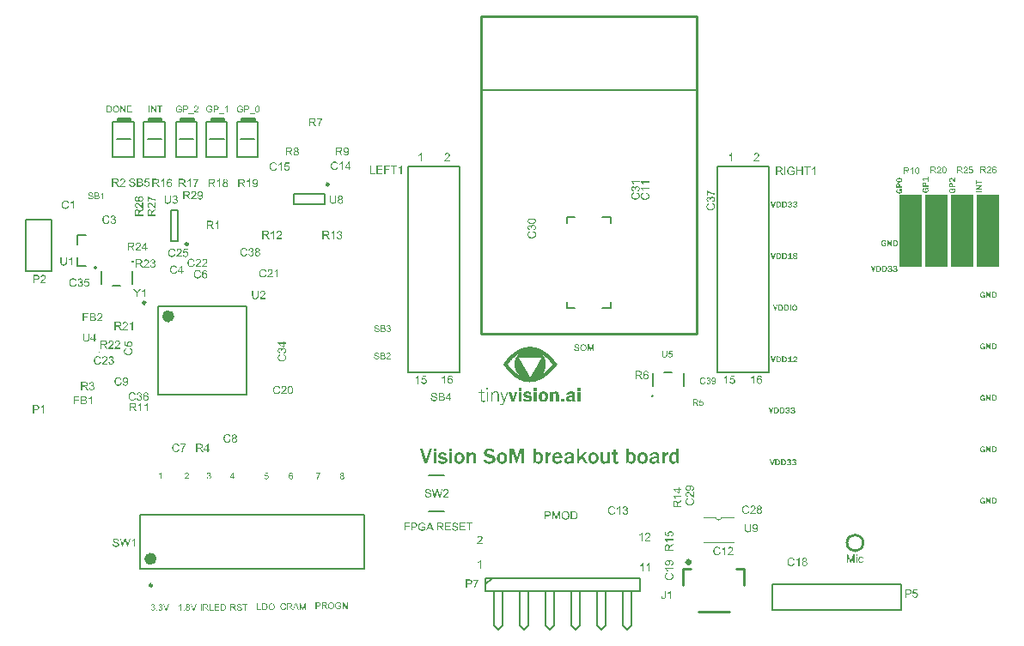
<source format=gbr>
%TF.GenerationSoftware,Altium Limited,Altium Designer,20.1.11 (218)*%
G04 Layer_Color=65535*
%FSLAX26Y26*%
%MOIN*%
%TF.SameCoordinates,27E64F16-BD7F-4648-91A1-9AE93EB88D02*%
%TF.FilePolarity,Positive*%
%TF.FileFunction,Legend,Top*%
%TF.Part,Single*%
G01*
G75*
%TA.AperFunction,NonConductor*%
%ADD75C,0.010000*%
%ADD76C,0.009842*%
%ADD77C,0.005000*%
%ADD78C,0.007874*%
%ADD95C,0.023622*%
%ADD96C,0.015750*%
%ADD97C,0.003937*%
%ADD98C,0.005945*%
%ADD99R,0.090000X0.280000*%
G36*
X2026578Y1048348D02*
X2031992D01*
Y1047897D01*
X2035601D01*
Y1047446D01*
X2038308D01*
Y1046995D01*
X2040564D01*
Y1046544D01*
X2042368D01*
Y1046092D01*
X2044173D01*
Y1045641D01*
X2045977D01*
Y1045190D01*
X2047782D01*
Y1044739D01*
X2049135D01*
Y1044288D01*
X2050489D01*
Y1043837D01*
X2051842D01*
Y1043386D01*
X2053195D01*
Y1042935D01*
X2054549D01*
Y1042483D01*
X2055451D01*
Y1042032D01*
X2056805D01*
Y1041581D01*
X2057707D01*
Y1041130D01*
X2059060D01*
Y1040679D01*
X2059963D01*
Y1040228D01*
X2060865D01*
Y1039777D01*
X2061767D01*
Y1039325D01*
X2063120D01*
Y1038874D01*
X2064023D01*
Y1038423D01*
X2064925D01*
Y1037972D01*
X2065827D01*
Y1037521D01*
X2066730D01*
Y1037070D01*
X2067181D01*
Y1036619D01*
X2068083D01*
Y1036168D01*
X2068985D01*
Y1035716D01*
X2069888D01*
Y1035265D01*
X2070790D01*
Y1034814D01*
X2071241D01*
Y1034363D01*
X2072143D01*
Y1033912D01*
X2073046D01*
Y1033461D01*
X2073497D01*
Y1033009D01*
X2074399D01*
Y1032558D01*
X2075301D01*
Y1032107D01*
X2075752D01*
Y1031656D01*
X2076655D01*
Y1031205D01*
X2077106D01*
Y1030754D01*
X2078008D01*
Y1030303D01*
X2078459D01*
Y1029851D01*
X2079361D01*
Y1029400D01*
X2079813D01*
Y1028949D01*
X2080715D01*
Y1028498D01*
X2081166D01*
Y1028047D01*
X2082068D01*
Y1027596D01*
X2082519D01*
Y1027145D01*
X2082971D01*
Y1026694D01*
X2083873D01*
Y1026242D01*
X2084324D01*
Y1025791D01*
X2085226D01*
Y1025340D01*
X2085677D01*
Y1024889D01*
X2086129D01*
Y1024438D01*
X2086580D01*
Y1023987D01*
X2087482D01*
Y1023536D01*
X2087933D01*
Y1023084D01*
X2088384D01*
Y1022633D01*
X2089287D01*
Y1022182D01*
X2089738D01*
Y1021731D01*
X2090189D01*
Y1021280D01*
X2090640D01*
Y1020829D01*
X2091091D01*
Y1020378D01*
X2091993D01*
Y1019927D01*
X2092445D01*
Y1019475D01*
X2092896D01*
Y1019024D01*
X2093347D01*
Y1018573D01*
X2093798D01*
Y1018122D01*
X2094249D01*
Y1017671D01*
X2095151D01*
Y1017220D01*
X2095602D01*
Y1016769D01*
X2096054D01*
Y1016317D01*
X2096505D01*
Y1015866D01*
X2096956D01*
Y1015415D01*
X2097407D01*
Y1014964D01*
X2097858D01*
Y1014513D01*
X2098309D01*
Y1014062D01*
X2098760D01*
Y1013611D01*
X2099212D01*
Y1013159D01*
X2100114D01*
Y1012708D01*
X2100565D01*
Y1012257D01*
X2101016D01*
Y1011806D01*
X2101467D01*
Y1011355D01*
X2101918D01*
Y1010904D01*
X2102370D01*
Y1010453D01*
X2102821D01*
Y1010001D01*
X2103272D01*
Y1009550D01*
X2103723D01*
Y1009099D01*
X2104174D01*
Y1008648D01*
X2104625D01*
Y1008197D01*
X2105076D01*
Y1007746D01*
X2105528D01*
Y1007295D01*
X2105979D01*
Y1006843D01*
X2106430D01*
Y1006392D01*
X2106881D01*
Y1005941D01*
X2107332D01*
Y1005490D01*
X2107783D01*
Y1005039D01*
Y1004588D01*
X2108234D01*
Y1004137D01*
X2108686D01*
Y1003686D01*
X2109137D01*
Y1003234D01*
X2109588D01*
Y1002783D01*
X2110039D01*
Y1002332D01*
X2110490D01*
Y1001881D01*
X2110941D01*
Y1001430D01*
X2111392D01*
Y1000979D01*
X2111843D01*
Y1000528D01*
X2112295D01*
Y1000076D01*
X2112746D01*
Y999625D01*
Y999174D01*
X2113197D01*
Y998723D01*
X2113648D01*
Y998272D01*
X2114099D01*
Y997821D01*
X2114550D01*
Y997370D01*
X2115001D01*
Y996918D01*
X2115453D01*
Y996467D01*
X2115904D01*
Y996016D01*
Y995565D01*
X2116355D01*
Y995114D01*
X2116806D01*
Y994663D01*
X2117257D01*
Y994212D01*
X2117708D01*
Y993760D01*
X2118159D01*
Y993309D01*
X2118611D01*
Y992858D01*
Y992407D01*
X2119062D01*
Y991956D01*
X2119513D01*
Y991505D01*
X2119964D01*
Y991054D01*
X2120415D01*
Y990602D01*
Y990151D01*
X2120866D01*
Y989700D01*
X2121317D01*
Y989249D01*
X2121769D01*
Y988798D01*
X2122220D01*
Y988347D01*
Y987896D01*
X2122671D01*
Y987444D01*
X2123122D01*
Y986993D01*
X2123573D01*
Y986542D01*
X2124024D01*
Y986091D01*
Y985640D01*
X2124475D01*
Y985189D01*
X2124927D01*
Y984738D01*
X2125378D01*
Y984287D01*
X2125829D01*
Y983835D01*
Y983384D01*
X2126280D01*
Y982933D01*
X2126731D01*
Y982482D01*
X2127182D01*
Y982031D01*
Y981580D01*
X2127633D01*
Y981129D01*
X2128084D01*
Y980677D01*
Y980226D01*
X2127633D01*
Y979775D01*
X2127182D01*
Y979324D01*
Y978873D01*
X2126731D01*
Y978422D01*
X2126280D01*
Y977971D01*
Y977519D01*
X2125829D01*
Y977068D01*
X2125378D01*
Y976617D01*
Y976166D01*
X2124927D01*
Y975715D01*
X2124475D01*
Y975264D01*
X2124024D01*
Y974813D01*
Y974361D01*
X2123573D01*
Y973910D01*
X2123122D01*
Y973459D01*
Y973008D01*
X2122671D01*
Y972557D01*
X2122220D01*
Y972106D01*
X2121769D01*
Y971655D01*
X2121317D01*
Y971203D01*
Y970752D01*
X2120866D01*
Y970301D01*
X2120415D01*
Y969850D01*
X2119964D01*
Y969399D01*
Y968948D01*
X2119513D01*
Y968497D01*
X2119062D01*
Y968046D01*
X2118611D01*
Y967594D01*
X2118159D01*
Y967143D01*
Y966692D01*
X2117708D01*
Y966241D01*
X2117257D01*
Y965790D01*
X2116806D01*
Y965339D01*
X2116355D01*
Y964888D01*
X2115904D01*
Y964436D01*
Y963985D01*
X2115453D01*
Y963534D01*
X2115001D01*
Y963083D01*
X2114550D01*
Y962632D01*
X2114099D01*
Y962181D01*
X2113648D01*
Y961730D01*
X2113197D01*
Y961279D01*
X2112746D01*
Y960827D01*
Y960376D01*
X2112295D01*
Y959925D01*
X2111843D01*
Y959474D01*
X2111392D01*
Y959023D01*
X2110941D01*
Y958572D01*
X2110490D01*
Y958120D01*
X2110039D01*
Y957669D01*
X2109588D01*
Y957218D01*
X2109137D01*
Y956767D01*
X2108686D01*
Y956316D01*
X2108234D01*
Y955865D01*
X2107783D01*
Y955414D01*
X2107332D01*
Y954962D01*
X2106881D01*
Y954511D01*
X2106430D01*
Y954060D01*
X2105979D01*
Y953609D01*
Y953158D01*
X2105528D01*
Y952707D01*
X2105076D01*
Y952256D01*
X2104625D01*
Y951805D01*
X2104174D01*
Y951353D01*
X2103723D01*
Y950902D01*
X2102821D01*
Y950451D01*
X2102370D01*
Y950000D01*
X2101918D01*
Y949549D01*
X2101467D01*
Y949098D01*
X2101016D01*
Y948647D01*
X2100565D01*
Y948196D01*
X2100114D01*
Y947744D01*
X2099663D01*
Y947293D01*
X2099212D01*
Y946842D01*
X2098760D01*
Y946391D01*
X2098309D01*
Y945940D01*
X2097858D01*
Y945489D01*
X2097407D01*
Y945038D01*
X2096956D01*
Y944586D01*
X2096054D01*
Y944135D01*
X2095602D01*
Y943684D01*
X2095151D01*
Y943233D01*
X2094700D01*
Y942782D01*
X2094249D01*
Y942331D01*
X2093798D01*
Y941880D01*
X2092896D01*
Y941428D01*
X2092445D01*
Y940977D01*
X2091993D01*
Y940526D01*
X2091542D01*
Y940075D01*
X2091091D01*
Y939624D01*
X2090189D01*
Y939173D01*
X2089738D01*
Y938721D01*
X2089287D01*
Y938270D01*
X2088835D01*
Y937819D01*
X2087933D01*
Y937368D01*
X2087482D01*
Y936917D01*
X2087031D01*
Y936466D01*
X2086129D01*
Y936015D01*
X2085677D01*
Y935564D01*
X2085226D01*
Y935112D01*
X2084324D01*
Y934661D01*
X2083873D01*
Y934210D01*
X2083422D01*
Y933759D01*
X2082519D01*
Y933308D01*
X2082068D01*
Y932857D01*
X2081166D01*
Y932406D01*
X2080715D01*
Y931955D01*
X2080264D01*
Y931503D01*
X2079361D01*
Y931052D01*
X2078910D01*
Y930601D01*
X2078008D01*
Y930150D01*
X2077557D01*
Y929699D01*
X2076655D01*
Y929248D01*
X2076204D01*
Y928797D01*
X2075301D01*
Y928345D01*
X2074399D01*
Y927894D01*
X2073948D01*
Y927443D01*
X2073046D01*
Y926992D01*
X2072143D01*
Y926541D01*
X2071692D01*
Y926090D01*
X2070790D01*
Y925639D01*
X2069888D01*
Y925187D01*
X2068985D01*
Y924736D01*
X2068534D01*
Y924285D01*
X2067632D01*
Y923834D01*
X2066730D01*
Y923383D01*
X2065827D01*
Y922932D01*
X2064925D01*
Y922481D01*
X2064023D01*
Y922029D01*
X2063120D01*
Y921578D01*
X2062218D01*
Y921127D01*
X2061316D01*
Y920676D01*
X2060414D01*
Y920225D01*
X2059060D01*
Y919774D01*
X2058158D01*
Y919323D01*
X2057256D01*
Y918871D01*
X2055902D01*
Y918420D01*
X2055000D01*
Y917969D01*
X2053647D01*
Y917518D01*
X2052744D01*
Y917067D01*
X2051391D01*
Y916616D01*
X2050037D01*
Y916165D01*
X2048684D01*
Y915713D01*
X2047331D01*
Y915262D01*
X2045526D01*
Y914811D01*
X2044173D01*
Y914360D01*
X2042368D01*
Y913909D01*
X2040564D01*
Y913458D01*
X2038308D01*
Y913007D01*
X2036052D01*
Y912556D01*
X2032894D01*
Y912104D01*
X2029285D01*
Y911653D01*
X2022969D01*
Y911202D01*
X2018007D01*
Y911653D01*
X2011691D01*
Y912104D01*
X2008082D01*
Y912556D01*
X2005375D01*
Y913007D01*
X2003119D01*
Y913458D01*
X2000863D01*
Y913909D01*
X1999059D01*
Y914360D01*
X1997254D01*
Y914811D01*
X1995901D01*
Y915262D01*
X1994547D01*
Y915713D01*
X1993194D01*
Y916165D01*
X1991841D01*
Y916616D01*
X1990487D01*
Y917067D01*
X1989134D01*
Y917518D01*
X1988232D01*
Y917969D01*
X1986878D01*
Y918420D01*
X1985976D01*
Y918871D01*
X1984622D01*
Y919323D01*
X1983720D01*
Y919774D01*
X1982818D01*
Y920225D01*
X1981916D01*
Y920676D01*
X1981013D01*
Y921127D01*
X1980111D01*
Y921578D01*
X1979209D01*
Y922029D01*
X1978306D01*
Y922481D01*
X1977404D01*
Y922932D01*
X1976502D01*
Y923383D01*
X1975600D01*
Y923834D01*
X1974697D01*
Y924285D01*
X1974246D01*
Y924736D01*
X1973344D01*
Y925187D01*
X1972442D01*
Y925639D01*
X1971991D01*
Y926090D01*
X1971088D01*
Y926541D01*
X1970186D01*
Y926992D01*
X1969735D01*
Y927443D01*
X1968833D01*
Y927894D01*
X1968381D01*
Y928345D01*
X1967479D01*
Y928797D01*
X1967028D01*
Y929248D01*
X1966126D01*
Y929699D01*
X1965675D01*
Y930150D01*
X1965224D01*
Y930601D01*
X1964321D01*
Y931052D01*
X1963870D01*
Y931503D01*
X1962968D01*
Y931955D01*
X1962517D01*
Y932406D01*
X1962065D01*
Y932857D01*
X1961163D01*
Y933308D01*
X1960712D01*
Y933759D01*
X1960261D01*
Y934210D01*
X1959359D01*
Y934661D01*
X1958908D01*
Y935112D01*
X1958456D01*
Y935564D01*
X1958005D01*
Y936015D01*
X1957103D01*
Y936466D01*
X1956652D01*
Y936917D01*
X1956201D01*
Y937368D01*
X1955750D01*
Y937819D01*
X1955298D01*
Y938270D01*
X1954847D01*
Y938721D01*
X1953945D01*
Y939173D01*
X1953494D01*
Y939624D01*
X1953043D01*
Y940075D01*
X1952592D01*
Y940526D01*
X1952140D01*
Y940977D01*
X1951689D01*
Y941428D01*
X1951238D01*
Y941880D01*
X1950787D01*
Y942331D01*
X1949885D01*
Y942782D01*
X1949434D01*
Y943233D01*
X1948983D01*
Y943684D01*
X1948531D01*
Y944135D01*
X1948080D01*
Y944586D01*
X1947629D01*
Y945038D01*
X1947178D01*
Y945489D01*
X1946727D01*
Y945940D01*
X1946276D01*
Y946391D01*
X1945824D01*
Y946842D01*
X1945373D01*
Y947293D01*
X1944922D01*
Y947744D01*
X1944471D01*
Y948196D01*
X1944020D01*
Y948647D01*
X1943569D01*
Y949098D01*
X1943118D01*
Y949549D01*
X1942667D01*
Y950000D01*
X1942215D01*
Y950451D01*
X1941764D01*
Y950902D01*
X1941313D01*
Y951353D01*
X1940862D01*
Y951805D01*
Y952256D01*
X1940411D01*
Y952707D01*
X1939960D01*
Y953158D01*
X1939509D01*
Y953609D01*
X1939057D01*
Y954060D01*
X1938606D01*
Y954511D01*
X1938155D01*
Y954962D01*
X1937704D01*
Y955414D01*
X1937253D01*
Y955865D01*
X1936802D01*
Y956316D01*
Y956767D01*
X1936351D01*
Y957218D01*
X1935899D01*
Y957669D01*
X1935448D01*
Y958120D01*
X1934997D01*
Y958572D01*
X1934546D01*
Y959023D01*
X1934095D01*
Y959474D01*
Y959925D01*
X1933644D01*
Y960376D01*
X1933193D01*
Y960827D01*
X1932742D01*
Y961279D01*
X1932290D01*
Y961730D01*
X1931839D01*
Y962181D01*
Y962632D01*
X1931388D01*
Y963083D01*
X1930937D01*
Y963534D01*
X1930486D01*
Y963985D01*
X1930035D01*
Y964436D01*
Y964888D01*
X1929583D01*
Y965339D01*
X1929132D01*
Y965790D01*
X1928681D01*
Y966241D01*
X1928230D01*
Y966692D01*
Y967143D01*
X1927779D01*
Y967594D01*
X1927328D01*
Y968046D01*
X1926877D01*
Y968497D01*
Y968948D01*
X1926426D01*
Y969399D01*
X1925974D01*
Y969850D01*
X1925523D01*
Y970301D01*
Y970752D01*
X1925072D01*
Y971203D01*
X1924621D01*
Y971655D01*
X1924170D01*
Y972106D01*
Y972557D01*
X1923719D01*
Y973008D01*
X1923268D01*
Y973459D01*
X1922816D01*
Y973910D01*
Y974361D01*
X1922365D01*
Y974813D01*
X1921914D01*
Y975264D01*
Y975715D01*
X1921463D01*
Y976166D01*
X1921012D01*
Y976617D01*
X1920561D01*
Y977068D01*
Y977519D01*
X1920110D01*
Y977971D01*
X1919659D01*
Y978422D01*
Y978873D01*
X1919207D01*
Y979324D01*
X1918756D01*
Y979775D01*
X1918305D01*
Y980226D01*
Y980677D01*
X1918756D01*
Y981129D01*
X1919207D01*
Y981580D01*
Y982031D01*
X1919659D01*
Y982482D01*
Y982933D01*
X1920110D01*
Y983384D01*
X1920561D01*
Y983835D01*
Y984287D01*
X1921012D01*
Y984738D01*
X1921463D01*
Y985189D01*
Y985640D01*
X1921914D01*
Y986091D01*
X1922365D01*
Y986542D01*
Y986993D01*
X1922816D01*
Y987444D01*
X1923268D01*
Y987896D01*
Y988347D01*
X1923719D01*
Y988798D01*
X1924170D01*
Y989249D01*
X1924621D01*
Y989700D01*
Y990151D01*
X1925072D01*
Y990602D01*
X1925523D01*
Y991054D01*
X1925974D01*
Y991505D01*
Y991956D01*
X1926426D01*
Y992407D01*
X1926877D01*
Y992858D01*
X1927328D01*
Y993309D01*
Y993760D01*
X1927779D01*
Y994212D01*
X1928230D01*
Y994663D01*
X1928681D01*
Y995114D01*
Y995565D01*
X1929132D01*
Y996016D01*
X1929583D01*
Y996467D01*
X1930035D01*
Y996918D01*
X1930486D01*
Y997370D01*
X1930937D01*
Y997821D01*
Y998272D01*
X1931388D01*
Y998723D01*
X1931839D01*
Y999174D01*
X1932290D01*
Y999625D01*
X1932742D01*
Y1000076D01*
X1933193D01*
Y1000528D01*
Y1000979D01*
X1933644D01*
Y1001430D01*
X1934095D01*
Y1001881D01*
X1934546D01*
Y1002332D01*
X1934997D01*
Y1002783D01*
X1935448D01*
Y1003234D01*
X1935899D01*
Y1003686D01*
X1936351D01*
Y1004137D01*
Y1004588D01*
X1936802D01*
Y1005039D01*
X1937253D01*
Y1005490D01*
X1937704D01*
Y1005941D01*
X1938155D01*
Y1006392D01*
X1938606D01*
Y1006843D01*
X1939057D01*
Y1007295D01*
X1939509D01*
Y1007746D01*
X1939960D01*
Y1008197D01*
X1940411D01*
Y1008648D01*
X1940862D01*
Y1009099D01*
X1941313D01*
Y1009550D01*
X1941764D01*
Y1010001D01*
X1942215D01*
Y1010453D01*
X1942667D01*
Y1010904D01*
X1943118D01*
Y1011355D01*
X1943569D01*
Y1011806D01*
X1944020D01*
Y1012257D01*
X1944471D01*
Y1012708D01*
X1944922D01*
Y1013159D01*
X1945373D01*
Y1013611D01*
X1945824D01*
Y1014062D01*
X1946276D01*
Y1014513D01*
X1946727D01*
Y1014964D01*
X1947178D01*
Y1015415D01*
X1947629D01*
Y1015866D01*
X1948080D01*
Y1016317D01*
X1948531D01*
Y1016769D01*
X1949434D01*
Y1017220D01*
X1949885D01*
Y1017671D01*
X1950336D01*
Y1018122D01*
X1950787D01*
Y1018573D01*
X1951238D01*
Y1019024D01*
X1951689D01*
Y1019475D01*
X1952140D01*
Y1019927D01*
X1953043D01*
Y1020378D01*
X1953494D01*
Y1020829D01*
X1953945D01*
Y1021280D01*
X1954396D01*
Y1021731D01*
X1954847D01*
Y1022182D01*
X1955750D01*
Y1022633D01*
X1956201D01*
Y1023084D01*
X1956652D01*
Y1023536D01*
X1957103D01*
Y1023987D01*
X1958005D01*
Y1024438D01*
X1958456D01*
Y1024889D01*
X1958908D01*
Y1025340D01*
X1959810D01*
Y1025791D01*
X1960261D01*
Y1026242D01*
X1960712D01*
Y1026694D01*
X1961614D01*
Y1027145D01*
X1962065D01*
Y1027596D01*
X1962517D01*
Y1028047D01*
X1963419D01*
Y1028498D01*
X1963870D01*
Y1028949D01*
X1964772D01*
Y1029400D01*
X1965224D01*
Y1029851D01*
X1966126D01*
Y1030303D01*
X1966577D01*
Y1030754D01*
X1967479D01*
Y1031205D01*
X1967930D01*
Y1031656D01*
X1968833D01*
Y1032107D01*
X1969284D01*
Y1032558D01*
X1970186D01*
Y1033009D01*
X1970637D01*
Y1033461D01*
X1971539D01*
Y1033912D01*
X1972442D01*
Y1034363D01*
X1973344D01*
Y1034814D01*
X1973795D01*
Y1035265D01*
X1974697D01*
Y1035716D01*
X1975600D01*
Y1036168D01*
X1976502D01*
Y1036619D01*
X1977404D01*
Y1037070D01*
X1977855D01*
Y1037521D01*
X1978758D01*
Y1037972D01*
X1979660D01*
Y1038423D01*
X1980562D01*
Y1038874D01*
X1981916D01*
Y1039325D01*
X1982818D01*
Y1039777D01*
X1983720D01*
Y1040228D01*
X1984622D01*
Y1040679D01*
X1985525D01*
Y1041130D01*
X1986878D01*
Y1041581D01*
X1987780D01*
Y1042032D01*
X1989134D01*
Y1042483D01*
X1990036D01*
Y1042935D01*
X1991389D01*
Y1043386D01*
X1992743D01*
Y1043837D01*
X1994096D01*
Y1044288D01*
X1995450D01*
Y1044739D01*
X1996803D01*
Y1045190D01*
X1998608D01*
Y1045641D01*
X2000412D01*
Y1046092D01*
X2002217D01*
Y1046544D01*
X2004021D01*
Y1046995D01*
X2006728D01*
Y1047446D01*
X2009435D01*
Y1047897D01*
X2012593D01*
Y1048348D01*
X2018007D01*
Y1048799D01*
X2026578D01*
Y1048348D01*
D02*
G37*
G36*
X1859236Y887923D02*
Y887698D01*
Y887472D01*
Y887247D01*
Y887021D01*
Y886795D01*
Y886570D01*
Y886344D01*
Y886119D01*
Y885893D01*
Y885668D01*
Y885442D01*
Y885216D01*
Y884991D01*
Y884765D01*
Y884540D01*
Y884314D01*
Y884089D01*
Y883863D01*
Y883638D01*
Y883412D01*
Y883186D01*
Y882961D01*
Y882735D01*
X1853837D01*
Y882961D01*
Y883186D01*
Y883412D01*
Y883638D01*
Y883863D01*
Y884089D01*
Y884314D01*
Y884540D01*
Y884765D01*
Y884991D01*
Y885216D01*
Y885442D01*
Y885668D01*
Y885893D01*
Y886119D01*
Y886344D01*
Y886570D01*
Y886795D01*
Y887021D01*
Y887247D01*
Y887472D01*
Y887698D01*
Y887923D01*
Y888149D01*
X1859236D01*
Y887923D01*
D02*
G37*
G36*
X2218342Y889051D02*
Y888826D01*
Y888600D01*
Y888375D01*
Y888149D01*
Y887923D01*
Y887698D01*
Y887472D01*
Y887247D01*
Y887021D01*
Y886795D01*
Y886570D01*
Y886344D01*
Y886119D01*
Y885893D01*
Y885668D01*
Y885442D01*
Y885216D01*
Y884991D01*
Y884765D01*
Y884540D01*
Y884314D01*
Y884089D01*
Y883863D01*
Y883638D01*
Y883412D01*
Y883186D01*
Y882961D01*
Y882735D01*
Y882510D01*
Y882284D01*
Y882059D01*
Y881833D01*
Y881607D01*
Y881382D01*
Y881156D01*
Y880931D01*
Y880705D01*
Y880480D01*
Y880254D01*
Y880028D01*
Y879803D01*
Y879577D01*
Y879352D01*
Y879126D01*
Y878901D01*
Y878675D01*
Y878449D01*
Y878224D01*
Y877998D01*
Y877773D01*
X2206853D01*
Y877998D01*
Y878224D01*
Y878449D01*
Y878675D01*
Y878901D01*
Y879126D01*
Y879352D01*
Y879577D01*
Y879803D01*
Y880028D01*
Y880254D01*
Y880480D01*
Y880705D01*
Y880931D01*
Y881156D01*
Y881382D01*
Y881607D01*
Y881833D01*
Y882059D01*
Y882284D01*
Y882510D01*
Y882735D01*
Y882961D01*
Y883186D01*
Y883412D01*
Y883638D01*
Y883863D01*
Y884089D01*
Y884314D01*
Y884540D01*
Y884765D01*
Y884991D01*
Y885216D01*
Y885442D01*
Y885668D01*
Y885893D01*
Y886119D01*
Y886344D01*
Y886570D01*
Y886795D01*
Y887021D01*
Y887247D01*
Y887472D01*
Y887698D01*
Y887923D01*
Y888149D01*
Y888375D01*
Y888600D01*
Y888826D01*
Y889051D01*
Y889277D01*
X2218342D01*
Y889051D01*
D02*
G37*
G36*
X2048052D02*
Y888826D01*
Y888600D01*
Y888375D01*
Y888149D01*
Y887923D01*
Y887698D01*
Y887472D01*
Y887247D01*
Y887021D01*
Y886795D01*
Y886570D01*
Y886344D01*
Y886119D01*
Y885893D01*
Y885668D01*
Y885442D01*
Y885216D01*
Y884991D01*
Y884765D01*
Y884540D01*
Y884314D01*
Y884089D01*
Y883863D01*
Y883638D01*
Y883412D01*
Y883186D01*
Y882961D01*
Y882735D01*
Y882510D01*
Y882284D01*
Y882059D01*
Y881833D01*
Y881607D01*
Y881382D01*
Y881156D01*
Y880931D01*
Y880705D01*
Y880480D01*
Y880254D01*
Y880028D01*
Y879803D01*
Y879577D01*
Y879352D01*
Y879126D01*
Y878901D01*
Y878675D01*
Y878449D01*
Y878224D01*
Y877998D01*
Y877773D01*
X2036774D01*
Y877998D01*
Y878224D01*
Y878449D01*
Y878675D01*
Y878901D01*
Y879126D01*
Y879352D01*
Y879577D01*
Y879803D01*
Y880028D01*
Y880254D01*
Y880480D01*
Y880705D01*
Y880931D01*
Y881156D01*
Y881382D01*
Y881607D01*
Y881833D01*
Y882059D01*
Y882284D01*
Y882510D01*
Y882735D01*
Y882961D01*
Y883186D01*
Y883412D01*
Y883638D01*
Y883863D01*
Y884089D01*
Y884314D01*
Y884540D01*
Y884765D01*
Y884991D01*
Y885216D01*
Y885442D01*
Y885668D01*
Y885893D01*
Y886119D01*
Y886344D01*
Y886570D01*
Y886795D01*
Y887021D01*
Y887247D01*
Y887472D01*
Y887698D01*
Y887923D01*
Y888149D01*
Y888375D01*
Y888600D01*
Y888826D01*
Y889051D01*
Y889277D01*
X2048052D01*
Y889051D01*
D02*
G37*
G36*
X1989630D02*
Y888826D01*
Y888600D01*
Y888375D01*
Y888149D01*
Y887923D01*
Y887698D01*
Y887472D01*
Y887247D01*
Y887021D01*
Y886795D01*
Y886570D01*
Y886344D01*
Y886119D01*
Y885893D01*
Y885668D01*
Y885442D01*
Y885216D01*
Y884991D01*
Y884765D01*
Y884540D01*
Y884314D01*
Y884089D01*
Y883863D01*
Y883638D01*
Y883412D01*
Y883186D01*
Y882961D01*
Y882735D01*
Y882510D01*
Y882284D01*
Y882059D01*
Y881833D01*
Y881607D01*
Y881382D01*
Y881156D01*
Y880931D01*
Y880705D01*
Y880480D01*
Y880254D01*
Y880028D01*
Y879803D01*
Y879577D01*
Y879352D01*
Y879126D01*
Y878901D01*
Y878675D01*
Y878449D01*
Y878224D01*
Y877998D01*
Y877773D01*
X1978352D01*
Y877998D01*
Y878224D01*
Y878449D01*
Y878675D01*
Y878901D01*
Y879126D01*
Y879352D01*
Y879577D01*
Y879803D01*
Y880028D01*
Y880254D01*
Y880480D01*
Y880705D01*
Y880931D01*
Y881156D01*
Y881382D01*
Y881607D01*
Y881833D01*
Y882059D01*
Y882284D01*
Y882510D01*
Y882735D01*
Y882961D01*
Y883186D01*
Y883412D01*
Y883638D01*
Y883863D01*
Y884089D01*
Y884314D01*
Y884540D01*
Y884765D01*
Y884991D01*
Y885216D01*
Y885442D01*
Y885668D01*
Y885893D01*
Y886119D01*
Y886344D01*
Y886570D01*
Y886795D01*
Y887021D01*
Y887247D01*
Y887472D01*
Y887698D01*
Y887923D01*
Y888149D01*
Y888375D01*
Y888600D01*
Y888826D01*
Y889051D01*
Y889277D01*
X1989630D01*
Y889051D01*
D02*
G37*
G36*
X2122941Y875066D02*
X2124957D01*
Y874840D01*
X2126099D01*
Y874615D01*
X2126761D01*
Y874389D01*
X2127438D01*
Y874164D01*
X2127889D01*
Y873938D01*
X2128355D01*
Y873712D01*
X2128806D01*
Y873487D01*
X2129257D01*
Y873261D01*
X2129483D01*
Y873036D01*
X2129919D01*
Y872810D01*
X2130145D01*
Y872585D01*
X2130370D01*
Y872359D01*
X2130596D01*
Y872134D01*
X2130836D01*
Y871908D01*
X2131047D01*
Y871682D01*
X2131273D01*
Y871457D01*
X2131498D01*
Y871231D01*
X2131724D01*
Y871006D01*
X2131739D01*
Y870780D01*
X2131964D01*
Y870554D01*
X2132175D01*
Y870329D01*
X2132190D01*
Y870103D01*
X2132415D01*
Y869878D01*
Y869652D01*
X2132641D01*
Y869427D01*
X2132626D01*
Y869201D01*
X2132867D01*
Y868976D01*
Y868750D01*
Y868524D01*
X2133077D01*
Y868299D01*
X2133092D01*
Y868073D01*
Y867848D01*
X2133303D01*
Y867622D01*
Y867397D01*
Y867171D01*
Y866945D01*
X2133543D01*
Y866720D01*
Y866494D01*
Y866269D01*
Y866043D01*
X2133528D01*
Y865818D01*
X2133769D01*
Y865592D01*
X2133754D01*
Y865366D01*
X2133769D01*
Y865141D01*
X2133754D01*
Y864915D01*
X2133769D01*
Y864690D01*
X2133754D01*
Y864464D01*
Y864239D01*
Y864013D01*
X2133994D01*
Y863787D01*
X2133979D01*
Y863562D01*
Y863336D01*
X2133994D01*
Y863111D01*
Y862885D01*
Y862660D01*
X2133979D01*
Y862434D01*
Y862208D01*
Y861983D01*
Y861757D01*
Y861532D01*
Y861306D01*
Y861081D01*
Y860855D01*
X2133994D01*
Y860630D01*
Y860404D01*
Y860178D01*
Y859953D01*
Y859727D01*
Y859502D01*
Y859276D01*
Y859051D01*
Y858825D01*
Y858599D01*
Y858374D01*
Y858148D01*
Y857923D01*
Y857697D01*
Y857471D01*
Y857246D01*
Y857020D01*
Y856795D01*
Y856569D01*
Y856344D01*
Y856118D01*
Y855893D01*
Y855667D01*
Y855441D01*
Y855216D01*
Y854990D01*
Y854765D01*
Y854539D01*
Y854313D01*
Y854088D01*
Y853862D01*
Y853637D01*
Y853411D01*
Y853186D01*
Y852960D01*
Y852735D01*
Y852509D01*
Y852283D01*
Y852058D01*
Y851832D01*
Y851607D01*
Y851381D01*
Y851156D01*
Y850930D01*
Y850704D01*
Y850479D01*
Y850253D01*
Y850028D01*
Y849802D01*
Y849577D01*
Y849351D01*
Y849125D01*
Y848900D01*
Y848674D01*
Y848449D01*
Y848223D01*
Y847998D01*
Y847772D01*
Y847547D01*
Y847321D01*
Y847095D01*
Y846870D01*
Y846644D01*
Y846419D01*
Y846193D01*
Y845967D01*
Y845742D01*
Y845516D01*
Y845291D01*
Y845065D01*
Y844840D01*
Y844614D01*
Y844389D01*
Y844163D01*
Y843937D01*
Y843712D01*
Y843486D01*
Y843261D01*
Y843035D01*
Y842809D01*
Y842584D01*
Y842358D01*
Y842133D01*
Y841907D01*
Y841682D01*
Y841456D01*
Y841231D01*
Y841005D01*
Y840779D01*
Y840554D01*
Y840328D01*
Y840103D01*
Y839877D01*
Y839652D01*
Y839426D01*
Y839200D01*
Y838975D01*
Y838749D01*
Y838524D01*
Y838298D01*
Y838073D01*
Y837847D01*
Y837621D01*
Y837396D01*
Y837170D01*
Y836945D01*
Y836719D01*
Y836494D01*
Y836268D01*
Y836042D01*
Y835817D01*
Y835591D01*
Y835366D01*
X2122716D01*
Y835591D01*
Y835817D01*
Y836042D01*
Y836268D01*
Y836494D01*
Y836719D01*
Y836945D01*
Y837170D01*
Y837396D01*
Y837621D01*
Y837847D01*
Y838073D01*
Y838298D01*
Y838524D01*
Y838749D01*
Y838975D01*
Y839200D01*
Y839426D01*
Y839652D01*
Y839877D01*
Y840103D01*
Y840328D01*
Y840554D01*
Y840779D01*
Y841005D01*
Y841231D01*
Y841456D01*
Y841682D01*
Y841907D01*
Y842133D01*
Y842358D01*
Y842584D01*
Y842809D01*
Y843035D01*
Y843261D01*
Y843486D01*
Y843712D01*
Y843937D01*
Y844163D01*
Y844389D01*
Y844614D01*
Y844840D01*
Y845065D01*
Y845291D01*
Y845516D01*
Y845742D01*
Y845967D01*
Y846193D01*
Y846419D01*
Y846644D01*
Y846870D01*
Y847095D01*
Y847321D01*
Y847547D01*
Y847772D01*
Y847998D01*
Y848223D01*
Y848449D01*
Y848674D01*
Y848900D01*
Y849125D01*
Y849351D01*
Y849577D01*
Y849802D01*
Y850028D01*
Y850253D01*
Y850479D01*
Y850704D01*
Y850930D01*
Y851156D01*
Y851381D01*
Y851607D01*
Y851832D01*
Y852058D01*
Y852283D01*
Y852509D01*
Y852735D01*
Y852960D01*
Y853186D01*
Y853411D01*
Y853637D01*
Y853862D01*
Y854088D01*
Y854313D01*
Y854539D01*
Y854765D01*
Y854990D01*
Y855216D01*
Y855441D01*
Y855667D01*
Y855893D01*
Y856118D01*
Y856344D01*
Y856569D01*
Y856795D01*
Y857020D01*
Y857246D01*
Y857471D01*
Y857697D01*
Y857923D01*
Y858148D01*
Y858374D01*
Y858599D01*
Y858825D01*
Y859051D01*
Y859276D01*
Y859502D01*
Y859727D01*
Y859953D01*
Y860178D01*
Y860404D01*
Y860630D01*
Y860855D01*
X2122490D01*
Y861081D01*
Y861306D01*
Y861532D01*
Y861757D01*
Y861983D01*
Y862208D01*
Y862434D01*
Y862660D01*
X2122265D01*
Y862885D01*
Y863111D01*
Y863336D01*
X2122039D01*
Y863562D01*
Y863787D01*
X2121814D01*
Y864013D01*
Y864239D01*
X2121588D01*
Y864464D01*
Y864690D01*
X2121363D01*
Y864915D01*
X2121137D01*
Y865141D01*
X2120911D01*
Y865366D01*
X2120686D01*
Y865592D01*
X2120235D01*
Y865818D01*
X2119784D01*
Y866043D01*
X2119332D01*
Y866269D01*
X2115949D01*
Y866043D01*
X2115257D01*
Y865818D01*
X2114821D01*
Y865592D01*
X2114580D01*
Y865366D01*
X2114129D01*
Y865141D01*
X2113919D01*
Y864915D01*
X2113693D01*
Y864690D01*
X2113452D01*
Y864464D01*
X2113242D01*
Y864239D01*
Y864013D01*
X2113001D01*
Y863787D01*
X2112791D01*
Y863562D01*
Y863336D01*
X2112565D01*
Y863111D01*
Y862885D01*
X2112325D01*
Y862660D01*
Y862434D01*
Y862208D01*
X2112114D01*
Y861983D01*
Y861757D01*
Y861532D01*
X2111874D01*
Y861306D01*
Y861081D01*
Y860855D01*
Y860630D01*
Y860404D01*
X2111663D01*
Y860178D01*
Y859953D01*
Y859727D01*
Y859502D01*
Y859276D01*
Y859051D01*
Y858825D01*
Y858599D01*
Y858374D01*
Y858148D01*
X2111438D01*
Y857923D01*
Y857697D01*
Y857471D01*
Y857246D01*
Y857020D01*
Y856795D01*
Y856569D01*
Y856344D01*
Y856118D01*
Y855893D01*
Y855667D01*
Y855441D01*
Y855216D01*
Y854990D01*
Y854765D01*
Y854539D01*
Y854313D01*
Y854088D01*
Y853862D01*
Y853637D01*
Y853411D01*
Y853186D01*
Y852960D01*
Y852735D01*
Y852509D01*
Y852283D01*
Y852058D01*
Y851832D01*
Y851607D01*
Y851381D01*
Y851156D01*
Y850930D01*
Y850704D01*
Y850479D01*
Y850253D01*
Y850028D01*
Y849802D01*
Y849577D01*
Y849351D01*
Y849125D01*
Y848900D01*
Y848674D01*
Y848449D01*
Y848223D01*
Y847998D01*
Y847772D01*
Y847547D01*
Y847321D01*
Y847095D01*
Y846870D01*
Y846644D01*
Y846419D01*
Y846193D01*
Y845967D01*
Y845742D01*
Y845516D01*
Y845291D01*
Y845065D01*
Y844840D01*
Y844614D01*
Y844389D01*
Y844163D01*
Y843937D01*
Y843712D01*
Y843486D01*
Y843261D01*
Y843035D01*
Y842809D01*
Y842584D01*
Y842358D01*
Y842133D01*
Y841907D01*
Y841682D01*
Y841456D01*
Y841231D01*
Y841005D01*
Y840779D01*
Y840554D01*
Y840328D01*
Y840103D01*
Y839877D01*
Y839652D01*
Y839426D01*
Y839200D01*
Y838975D01*
Y838749D01*
Y838524D01*
Y838298D01*
Y838073D01*
Y837847D01*
Y837621D01*
Y837396D01*
Y837170D01*
Y836945D01*
Y836719D01*
Y836494D01*
Y836268D01*
Y836042D01*
Y835817D01*
Y835591D01*
Y835366D01*
X2100159D01*
Y835591D01*
Y835817D01*
Y836042D01*
Y836268D01*
Y836494D01*
Y836719D01*
Y836945D01*
Y837170D01*
Y837396D01*
Y837621D01*
Y837847D01*
Y838073D01*
Y838298D01*
Y838524D01*
Y838749D01*
Y838975D01*
Y839200D01*
Y839426D01*
Y839652D01*
Y839877D01*
Y840103D01*
Y840328D01*
Y840554D01*
Y840779D01*
Y841005D01*
Y841231D01*
Y841456D01*
Y841682D01*
Y841907D01*
Y842133D01*
Y842358D01*
Y842584D01*
Y842809D01*
Y843035D01*
Y843261D01*
Y843486D01*
Y843712D01*
Y843937D01*
Y844163D01*
Y844389D01*
Y844614D01*
Y844840D01*
Y845065D01*
Y845291D01*
Y845516D01*
Y845742D01*
Y845967D01*
Y846193D01*
Y846419D01*
Y846644D01*
Y846870D01*
Y847095D01*
Y847321D01*
Y847547D01*
Y847772D01*
Y847998D01*
Y848223D01*
Y848449D01*
Y848674D01*
Y848900D01*
Y849125D01*
Y849351D01*
Y849577D01*
Y849802D01*
Y850028D01*
Y850253D01*
Y850479D01*
Y850704D01*
Y850930D01*
Y851156D01*
Y851381D01*
Y851607D01*
Y851832D01*
Y852058D01*
Y852283D01*
Y852509D01*
Y852735D01*
Y852960D01*
Y853186D01*
Y853411D01*
Y853637D01*
Y853862D01*
Y854088D01*
Y854313D01*
Y854539D01*
Y854765D01*
Y854990D01*
Y855216D01*
Y855441D01*
Y855667D01*
Y855893D01*
Y856118D01*
Y856344D01*
Y856569D01*
Y856795D01*
Y857020D01*
Y857246D01*
Y857471D01*
Y857697D01*
Y857923D01*
Y858148D01*
Y858374D01*
Y858599D01*
Y858825D01*
Y859051D01*
Y859276D01*
Y859502D01*
Y859727D01*
Y859953D01*
Y860178D01*
Y860404D01*
Y860630D01*
Y860855D01*
Y861081D01*
Y861306D01*
Y861532D01*
Y861757D01*
Y861983D01*
Y862208D01*
Y862434D01*
Y862660D01*
Y862885D01*
Y863111D01*
Y863336D01*
Y863562D01*
Y863787D01*
Y864013D01*
Y864239D01*
Y864464D01*
Y864690D01*
Y864915D01*
Y865141D01*
Y865366D01*
Y865592D01*
Y865818D01*
Y866043D01*
Y866269D01*
Y866494D01*
Y866720D01*
Y866945D01*
Y867171D01*
Y867397D01*
Y867622D01*
Y867848D01*
Y868073D01*
Y868299D01*
Y868524D01*
Y868750D01*
Y868976D01*
Y869201D01*
Y869427D01*
Y869652D01*
Y869878D01*
Y870103D01*
Y870329D01*
Y870554D01*
Y870780D01*
Y871006D01*
Y871231D01*
Y871457D01*
Y871682D01*
Y871908D01*
Y872134D01*
Y872359D01*
Y872585D01*
Y872810D01*
Y873036D01*
Y873261D01*
Y873487D01*
Y873712D01*
Y873938D01*
Y874164D01*
Y874389D01*
X2110746D01*
Y874164D01*
Y873938D01*
Y873712D01*
Y873487D01*
Y873261D01*
Y873036D01*
Y872810D01*
Y872585D01*
Y872359D01*
Y872134D01*
Y871908D01*
Y871682D01*
Y871457D01*
Y871231D01*
Y871006D01*
Y870780D01*
Y870554D01*
Y870329D01*
Y870103D01*
Y869878D01*
Y869652D01*
Y869427D01*
Y869201D01*
Y868976D01*
Y868750D01*
Y868524D01*
Y868299D01*
Y868073D01*
Y867848D01*
X2110986D01*
Y868073D01*
Y868299D01*
X2111212D01*
Y868524D01*
X2111438D01*
Y868750D01*
Y868976D01*
X2111663D01*
Y869201D01*
Y869427D01*
X2111889D01*
Y869652D01*
X2112114D01*
Y869878D01*
Y870103D01*
X2112340D01*
Y870329D01*
X2112565D01*
Y870554D01*
X2112791D01*
Y870780D01*
Y871006D01*
X2113016D01*
Y871231D01*
X2113242D01*
Y871457D01*
X2113468D01*
Y871682D01*
X2113693D01*
Y871908D01*
X2113919D01*
Y872134D01*
X2114144D01*
Y872359D01*
X2114370D01*
Y872585D01*
X2114595D01*
Y872810D01*
X2114821D01*
Y873036D01*
X2115047D01*
Y873261D01*
X2115272D01*
Y873487D01*
X2115723D01*
Y873712D01*
X2115949D01*
Y873938D01*
X2116400D01*
Y874164D01*
X2116851D01*
Y874389D01*
X2117528D01*
Y874615D01*
X2118204D01*
Y874840D01*
X2119107D01*
Y875066D01*
X2121137D01*
Y875292D01*
X2122941D01*
Y875066D01*
D02*
G37*
G36*
X1890605Y875292D02*
X1891959D01*
Y875066D01*
X1892861D01*
Y874840D01*
X1893538D01*
Y874615D01*
X1894199D01*
Y874389D01*
X1894665D01*
Y874164D01*
X1895117D01*
Y873938D01*
X1895327D01*
Y873712D01*
X1895793D01*
Y873487D01*
X1896244D01*
Y873261D01*
X1896470D01*
Y873036D01*
X1896696D01*
Y872810D01*
X1896906D01*
Y872585D01*
X1897147D01*
Y872359D01*
X1897598D01*
Y872134D01*
X1897823D01*
Y871908D01*
X1897808D01*
Y871682D01*
X1898034D01*
Y871457D01*
X1898259D01*
Y871231D01*
X1898485D01*
Y871006D01*
X1898726D01*
Y870780D01*
X1898711D01*
Y870554D01*
X1898951D01*
Y870329D01*
X1899177D01*
Y870103D01*
X1899162D01*
Y869878D01*
X1899402D01*
Y869652D01*
X1899387D01*
Y869427D01*
X1899628D01*
Y869201D01*
X1899613D01*
Y868976D01*
X1899853D01*
Y868750D01*
X1899839D01*
Y868524D01*
X1900079D01*
Y868299D01*
Y868073D01*
X1900064D01*
Y867848D01*
X1900305D01*
Y867622D01*
X1900290D01*
Y867397D01*
Y867171D01*
X1900530D01*
Y866945D01*
X1900515D01*
Y866720D01*
Y866494D01*
Y866269D01*
X1900756D01*
Y866043D01*
Y865818D01*
Y865592D01*
Y865366D01*
Y865141D01*
Y864915D01*
X1900966D01*
Y864690D01*
Y864464D01*
Y864239D01*
X1900981D01*
Y864013D01*
Y863787D01*
Y863562D01*
Y863336D01*
Y863111D01*
Y862885D01*
X1901192D01*
Y862660D01*
Y862434D01*
Y862208D01*
Y861983D01*
X1901207D01*
Y861757D01*
Y861532D01*
Y861306D01*
Y861081D01*
Y860855D01*
Y860630D01*
Y860404D01*
Y860178D01*
Y859953D01*
Y859727D01*
Y859502D01*
Y859276D01*
Y859051D01*
Y858825D01*
Y858599D01*
Y858374D01*
Y858148D01*
Y857923D01*
Y857697D01*
Y857471D01*
Y857246D01*
Y857020D01*
Y856795D01*
Y856569D01*
Y856344D01*
Y856118D01*
Y855893D01*
Y855667D01*
Y855441D01*
Y855216D01*
Y854990D01*
Y854765D01*
Y854539D01*
Y854313D01*
Y854088D01*
Y853862D01*
Y853637D01*
Y853411D01*
Y853186D01*
Y852960D01*
Y852735D01*
Y852509D01*
Y852283D01*
Y852058D01*
Y851832D01*
Y851607D01*
Y851381D01*
Y851156D01*
Y850930D01*
Y850704D01*
Y850479D01*
Y850253D01*
Y850028D01*
Y849802D01*
Y849577D01*
Y849351D01*
Y849125D01*
Y848900D01*
Y848674D01*
Y848449D01*
Y848223D01*
Y847998D01*
Y847772D01*
Y847547D01*
Y847321D01*
Y847095D01*
Y846870D01*
Y846644D01*
Y846419D01*
Y846193D01*
Y845967D01*
Y845742D01*
Y845516D01*
Y845291D01*
Y845065D01*
Y844840D01*
Y844614D01*
Y844389D01*
Y844163D01*
Y843937D01*
Y843712D01*
Y843486D01*
Y843261D01*
Y843035D01*
Y842809D01*
Y842584D01*
Y842358D01*
Y842133D01*
Y841907D01*
Y841682D01*
Y841456D01*
Y841231D01*
Y841005D01*
Y840779D01*
Y840554D01*
Y840328D01*
Y840103D01*
Y839877D01*
Y839652D01*
Y839426D01*
Y839200D01*
Y838975D01*
Y838749D01*
Y838524D01*
Y838298D01*
Y838073D01*
Y837847D01*
Y837621D01*
Y837396D01*
Y837170D01*
Y836945D01*
Y836719D01*
Y836494D01*
Y836268D01*
Y836042D01*
Y835817D01*
Y835591D01*
Y835366D01*
X1896696D01*
Y835591D01*
Y835817D01*
Y836042D01*
Y836268D01*
Y836494D01*
Y836719D01*
Y836945D01*
Y837170D01*
Y837396D01*
Y837621D01*
Y837847D01*
Y838073D01*
Y838298D01*
Y838524D01*
Y838749D01*
Y838975D01*
Y839200D01*
Y839426D01*
Y839652D01*
Y839877D01*
Y840103D01*
Y840328D01*
Y840554D01*
Y840779D01*
Y841005D01*
Y841231D01*
Y841456D01*
Y841682D01*
Y841907D01*
Y842133D01*
Y842358D01*
Y842584D01*
Y842809D01*
Y843035D01*
Y843261D01*
Y843486D01*
Y843712D01*
Y843937D01*
Y844163D01*
Y844389D01*
Y844614D01*
Y844840D01*
Y845065D01*
Y845291D01*
Y845516D01*
Y845742D01*
Y845967D01*
Y846193D01*
Y846419D01*
Y846644D01*
Y846870D01*
Y847095D01*
Y847321D01*
Y847547D01*
Y847772D01*
Y847998D01*
Y848223D01*
Y848449D01*
Y848674D01*
Y848900D01*
Y849125D01*
Y849351D01*
Y849577D01*
Y849802D01*
Y850028D01*
Y850253D01*
Y850479D01*
Y850704D01*
Y850930D01*
Y851156D01*
Y851381D01*
Y851607D01*
Y851832D01*
Y852058D01*
Y852283D01*
Y852509D01*
Y852735D01*
Y852960D01*
Y853186D01*
Y853411D01*
Y853637D01*
Y853862D01*
Y854088D01*
Y854313D01*
Y854539D01*
Y854765D01*
Y854990D01*
Y855216D01*
Y855441D01*
Y855667D01*
Y855893D01*
Y856118D01*
Y856344D01*
Y856569D01*
Y856795D01*
Y857020D01*
Y857246D01*
Y857471D01*
Y857697D01*
Y857923D01*
Y858148D01*
Y858374D01*
Y858599D01*
Y858825D01*
Y859051D01*
Y859276D01*
Y859502D01*
Y859727D01*
Y859953D01*
Y860178D01*
Y860404D01*
Y860630D01*
Y860855D01*
Y861081D01*
Y861306D01*
Y861532D01*
Y861757D01*
Y861983D01*
X1896470D01*
Y862208D01*
Y862434D01*
Y862660D01*
Y862885D01*
Y863111D01*
Y863336D01*
Y863562D01*
Y863787D01*
Y864013D01*
Y864239D01*
X1896244D01*
Y864464D01*
Y864690D01*
Y864915D01*
Y865141D01*
Y865366D01*
X1896019D01*
Y865592D01*
Y865818D01*
Y866043D01*
Y866269D01*
X1895793D01*
Y866494D01*
Y866720D01*
Y866945D01*
X1895568D01*
Y867171D01*
Y867397D01*
Y867622D01*
X1895342D01*
Y867848D01*
Y868073D01*
X1895117D01*
Y868299D01*
Y868524D01*
X1894891D01*
Y868750D01*
X1894665D01*
Y868976D01*
Y869201D01*
X1894440D01*
Y869427D01*
X1894214D01*
Y869652D01*
X1893989D01*
Y869878D01*
X1893763D01*
Y870103D01*
X1893538D01*
Y870329D01*
X1893312D01*
Y870554D01*
X1892861D01*
Y870780D01*
X1892410D01*
Y871006D01*
X1891959D01*
Y871231D01*
X1891282D01*
Y871457D01*
X1890380D01*
Y871682D01*
X1886304D01*
Y871457D01*
X1885177D01*
Y871231D01*
X1884515D01*
Y871006D01*
X1884049D01*
Y870780D01*
X1883387D01*
Y870554D01*
X1882936D01*
Y870329D01*
X1882710D01*
Y870103D01*
X1882244D01*
Y869878D01*
X1881808D01*
Y869652D01*
X1881567D01*
Y869427D01*
X1881357D01*
Y869201D01*
X1881131D01*
Y868976D01*
X1880680D01*
Y868750D01*
X1880455D01*
Y868524D01*
X1880229D01*
Y868299D01*
X1879988D01*
Y868073D01*
X1879763D01*
Y867848D01*
Y867622D01*
X1879537D01*
Y867397D01*
X1879327D01*
Y867171D01*
X1879101D01*
Y866945D01*
X1878861D01*
Y866720D01*
Y866494D01*
X1878650D01*
Y866269D01*
X1878409D01*
Y866043D01*
Y865818D01*
X1878199D01*
Y865592D01*
Y865366D01*
X1877973D01*
Y865141D01*
Y864915D01*
X1877733D01*
Y864690D01*
Y864464D01*
X1877522D01*
Y864239D01*
Y864013D01*
X1877282D01*
Y863787D01*
Y863562D01*
Y863336D01*
X1877071D01*
Y863111D01*
Y862885D01*
X1876845D01*
Y862660D01*
Y862434D01*
Y862208D01*
Y861983D01*
X1876605D01*
Y861757D01*
Y861532D01*
Y861306D01*
Y861081D01*
X1876394D01*
Y860855D01*
Y860630D01*
Y860404D01*
Y860178D01*
Y859953D01*
Y859727D01*
X1876154D01*
Y859502D01*
Y859276D01*
Y859051D01*
Y858825D01*
Y858599D01*
Y858374D01*
Y858148D01*
Y857923D01*
Y857697D01*
Y857471D01*
Y857246D01*
Y857020D01*
Y856795D01*
Y856569D01*
Y856344D01*
Y856118D01*
Y855893D01*
Y855667D01*
Y855441D01*
Y855216D01*
Y854990D01*
Y854765D01*
Y854539D01*
Y854313D01*
Y854088D01*
Y853862D01*
Y853637D01*
Y853411D01*
Y853186D01*
Y852960D01*
Y852735D01*
Y852509D01*
Y852283D01*
Y852058D01*
Y851832D01*
Y851607D01*
Y851381D01*
Y851156D01*
Y850930D01*
Y850704D01*
Y850479D01*
Y850253D01*
Y850028D01*
Y849802D01*
Y849577D01*
Y849351D01*
Y849125D01*
Y848900D01*
Y848674D01*
Y848449D01*
Y848223D01*
Y847998D01*
Y847772D01*
Y847547D01*
Y847321D01*
Y847095D01*
Y846870D01*
Y846644D01*
Y846419D01*
Y846193D01*
Y845967D01*
Y845742D01*
Y845516D01*
Y845291D01*
Y845065D01*
Y844840D01*
Y844614D01*
Y844389D01*
Y844163D01*
Y843937D01*
Y843712D01*
Y843486D01*
Y843261D01*
Y843035D01*
Y842809D01*
Y842584D01*
Y842358D01*
Y842133D01*
Y841907D01*
Y841682D01*
Y841456D01*
Y841231D01*
Y841005D01*
Y840779D01*
Y840554D01*
Y840328D01*
Y840103D01*
Y839877D01*
Y839652D01*
Y839426D01*
Y839200D01*
Y838975D01*
Y838749D01*
Y838524D01*
Y838298D01*
Y838073D01*
Y837847D01*
Y837621D01*
Y837396D01*
Y837170D01*
Y836945D01*
Y836719D01*
Y836494D01*
Y836268D01*
Y836042D01*
Y835817D01*
Y835591D01*
Y835366D01*
X1871432D01*
Y835591D01*
Y835817D01*
Y836042D01*
Y836268D01*
Y836494D01*
Y836719D01*
Y836945D01*
Y837170D01*
Y837396D01*
Y837621D01*
Y837847D01*
Y838073D01*
Y838298D01*
Y838524D01*
Y838749D01*
Y838975D01*
Y839200D01*
Y839426D01*
Y839652D01*
Y839877D01*
Y840103D01*
Y840328D01*
Y840554D01*
Y840779D01*
Y841005D01*
Y841231D01*
Y841456D01*
Y841682D01*
Y841907D01*
Y842133D01*
Y842358D01*
Y842584D01*
Y842809D01*
Y843035D01*
Y843261D01*
Y843486D01*
Y843712D01*
Y843937D01*
Y844163D01*
Y844389D01*
Y844614D01*
Y844840D01*
Y845065D01*
Y845291D01*
Y845516D01*
Y845742D01*
Y845967D01*
Y846193D01*
Y846419D01*
Y846644D01*
Y846870D01*
Y847095D01*
Y847321D01*
Y847547D01*
Y847772D01*
Y847998D01*
Y848223D01*
Y848449D01*
Y848674D01*
Y848900D01*
Y849125D01*
Y849351D01*
Y849577D01*
Y849802D01*
Y850028D01*
Y850253D01*
Y850479D01*
Y850704D01*
Y850930D01*
Y851156D01*
Y851381D01*
Y851607D01*
Y851832D01*
Y852058D01*
Y852283D01*
Y852509D01*
Y852735D01*
Y852960D01*
Y853186D01*
Y853411D01*
Y853637D01*
Y853862D01*
Y854088D01*
Y854313D01*
Y854539D01*
Y854765D01*
Y854990D01*
Y855216D01*
Y855441D01*
Y855667D01*
Y855893D01*
Y856118D01*
Y856344D01*
Y856569D01*
Y856795D01*
Y857020D01*
Y857246D01*
Y857471D01*
Y857697D01*
Y857923D01*
Y858148D01*
Y858374D01*
Y858599D01*
Y858825D01*
Y859051D01*
Y859276D01*
Y859502D01*
Y859727D01*
Y859953D01*
Y860178D01*
Y860404D01*
Y860630D01*
Y860855D01*
Y861081D01*
Y861306D01*
Y861532D01*
Y861757D01*
Y861983D01*
Y862208D01*
Y862434D01*
Y862660D01*
Y862885D01*
Y863111D01*
Y863336D01*
Y863562D01*
Y863787D01*
Y864013D01*
Y864239D01*
Y864464D01*
Y864690D01*
Y864915D01*
Y865141D01*
Y865366D01*
Y865592D01*
Y865818D01*
Y866043D01*
Y866269D01*
Y866494D01*
Y866720D01*
Y866945D01*
Y867171D01*
Y867397D01*
Y867622D01*
Y867848D01*
Y868073D01*
Y868299D01*
Y868524D01*
Y868750D01*
Y868976D01*
Y869201D01*
Y869427D01*
Y869652D01*
Y869878D01*
Y870103D01*
Y870329D01*
Y870554D01*
Y870780D01*
Y871006D01*
Y871231D01*
Y871457D01*
Y871682D01*
Y871908D01*
Y872134D01*
Y872359D01*
Y872585D01*
Y872810D01*
Y873036D01*
Y873261D01*
Y873487D01*
Y873712D01*
Y873938D01*
Y874164D01*
Y874389D01*
X1876154D01*
Y874164D01*
Y873938D01*
Y873712D01*
Y873487D01*
Y873261D01*
Y873036D01*
Y872810D01*
Y872585D01*
Y872359D01*
Y872134D01*
Y871908D01*
Y871682D01*
Y871457D01*
Y871231D01*
Y871006D01*
Y870780D01*
Y870554D01*
Y870329D01*
Y870103D01*
Y869878D01*
Y869652D01*
Y869427D01*
Y869201D01*
Y868976D01*
Y868750D01*
Y868524D01*
Y868299D01*
Y868073D01*
Y867848D01*
Y867622D01*
Y867397D01*
Y867171D01*
X1876394D01*
Y867397D01*
Y867622D01*
X1876620D01*
Y867848D01*
Y868073D01*
X1876845D01*
Y868299D01*
Y868524D01*
X1877071D01*
Y868750D01*
X1877297D01*
Y868976D01*
Y869201D01*
X1877522D01*
Y869427D01*
X1877748D01*
Y869652D01*
Y869878D01*
X1877973D01*
Y870103D01*
X1878199D01*
Y870329D01*
X1878424D01*
Y870554D01*
Y870780D01*
X1878650D01*
Y871006D01*
X1878876D01*
Y871231D01*
X1879101D01*
Y871457D01*
X1879327D01*
Y871682D01*
X1879552D01*
Y871908D01*
X1879778D01*
Y872134D01*
X1880003D01*
Y872359D01*
X1880229D01*
Y872585D01*
X1880455D01*
Y872810D01*
X1880906D01*
Y873036D01*
X1881131D01*
Y873261D01*
X1881357D01*
Y873487D01*
X1881808D01*
Y873712D01*
X1882034D01*
Y873938D01*
X1882485D01*
Y874164D01*
X1882936D01*
Y874389D01*
X1883612D01*
Y874615D01*
X1884064D01*
Y874840D01*
X1884740D01*
Y875066D01*
X1885643D01*
Y875292D01*
X1886996D01*
Y875517D01*
X1890605D01*
Y875292D01*
D02*
G37*
G36*
X2013976Y875066D02*
X2016683D01*
Y874840D01*
X2018052D01*
Y874615D01*
X2018939D01*
Y874389D01*
X2019631D01*
Y874164D01*
X2020307D01*
Y873938D01*
X2020744D01*
Y873712D01*
X2021210D01*
Y873487D01*
X2021661D01*
Y873261D01*
X2022097D01*
Y873036D01*
X2022563D01*
Y872810D01*
X2022789D01*
Y872585D01*
X2023225D01*
Y872359D01*
X2023465D01*
Y872134D01*
X2023676D01*
Y871908D01*
X2023901D01*
Y871682D01*
X2024368D01*
Y871457D01*
X2024593D01*
Y871231D01*
X2024804D01*
Y871006D01*
X2025029D01*
Y870780D01*
Y870554D01*
X2025255D01*
Y870329D01*
X2025480D01*
Y870103D01*
X2025706D01*
Y869878D01*
X2025947D01*
Y869652D01*
Y869427D01*
X2026157D01*
Y869201D01*
X2026383D01*
Y868976D01*
X2026398D01*
Y868750D01*
X2026608D01*
Y868524D01*
X2026834D01*
Y868299D01*
Y868073D01*
X2027075D01*
Y867848D01*
Y867622D01*
X2027285D01*
Y867397D01*
Y867171D01*
X2027511D01*
Y866945D01*
X2027526D01*
Y866720D01*
X2027736D01*
Y866494D01*
Y866269D01*
X2027962D01*
Y866043D01*
X2027977D01*
Y865818D01*
X2028187D01*
Y865592D01*
X2028202D01*
Y865366D01*
X2028413D01*
Y865141D01*
X2028202D01*
Y864915D01*
X2027285D01*
Y864690D01*
X2026623D01*
Y864464D01*
X2025721D01*
Y864239D01*
X2024819D01*
Y864013D01*
X2024142D01*
Y863787D01*
X2023240D01*
Y863562D01*
X2022323D01*
Y863336D01*
X2021646D01*
Y863111D01*
X2020759D01*
Y862885D01*
X2020082D01*
Y863111D01*
Y863336D01*
X2019856D01*
Y863562D01*
Y863787D01*
X2019631D01*
Y864013D01*
Y864239D01*
Y864464D01*
X2019405D01*
Y864690D01*
X2019180D01*
Y864915D01*
Y865141D01*
X2018954D01*
Y865366D01*
Y865592D01*
X2018728D01*
Y865818D01*
X2018503D01*
Y866043D01*
X2018277D01*
Y866269D01*
X2018052D01*
Y866494D01*
X2017826D01*
Y866720D01*
X2017375D01*
Y866945D01*
X2017149D01*
Y867171D01*
X2016698D01*
Y867397D01*
X2016247D01*
Y867622D01*
X2015571D01*
Y867848D01*
X2014443D01*
Y868073D01*
X2010608D01*
Y867848D01*
X2009480D01*
Y867622D01*
X2008803D01*
Y867397D01*
X2008352D01*
Y867171D01*
X2008127D01*
Y866945D01*
X2007661D01*
Y866720D01*
X2007435D01*
Y866494D01*
X2007225D01*
Y866269D01*
X2006984D01*
Y866043D01*
X2006999D01*
Y865818D01*
X2006758D01*
Y865592D01*
Y865366D01*
Y865141D01*
X2006773D01*
Y864915D01*
X2006548D01*
Y864690D01*
Y864464D01*
Y864239D01*
Y864013D01*
X2006773D01*
Y863787D01*
Y863562D01*
Y863336D01*
Y863111D01*
X2006984D01*
Y862885D01*
X2007225D01*
Y862660D01*
X2007435D01*
Y862434D01*
X2007676D01*
Y862208D01*
X2007901D01*
Y861983D01*
X2008352D01*
Y861757D01*
X2009029D01*
Y861532D01*
X2009931D01*
Y861306D01*
X2011059D01*
Y861081D01*
X2012413D01*
Y860855D01*
X2013992D01*
Y860630D01*
X2015571D01*
Y860404D01*
X2016924D01*
Y860178D01*
X2018262D01*
Y859953D01*
X2019405D01*
Y859727D01*
X2020533D01*
Y859502D01*
X2021420D01*
Y859276D01*
X2022112D01*
Y859051D01*
X2022774D01*
Y858825D01*
X2023465D01*
Y858599D01*
X2023901D01*
Y858374D01*
X2024368D01*
Y858148D01*
X2024804D01*
Y857923D01*
X2025255D01*
Y857697D01*
X2025480D01*
Y857471D01*
X2025947D01*
Y857246D01*
X2026157D01*
Y857020D01*
X2026398D01*
Y856795D01*
X2026623D01*
Y856569D01*
X2026834D01*
Y856344D01*
X2027075D01*
Y856118D01*
X2027300D01*
Y855893D01*
X2027511D01*
Y855667D01*
X2027736D01*
Y855441D01*
X2027977D01*
Y855216D01*
X2027962D01*
Y854990D01*
X2028202D01*
Y854765D01*
X2028428D01*
Y854539D01*
Y854313D01*
X2028653D01*
Y854088D01*
X2028639D01*
Y853862D01*
X2028864D01*
Y853637D01*
X2028879D01*
Y853411D01*
X2029105D01*
Y853186D01*
X2029090D01*
Y852960D01*
X2029330D01*
Y852735D01*
Y852509D01*
X2029315D01*
Y852283D01*
X2029556D01*
Y852058D01*
Y851832D01*
X2029541D01*
Y851607D01*
X2029781D01*
Y851381D01*
X2029766D01*
Y851156D01*
X2029781D01*
Y850930D01*
Y850704D01*
Y850479D01*
X2029992D01*
Y850253D01*
Y850028D01*
Y849802D01*
X2030007D01*
Y849577D01*
Y849351D01*
X2029992D01*
Y849125D01*
X2030007D01*
Y848900D01*
Y848674D01*
Y848449D01*
X2029992D01*
Y848223D01*
X2030007D01*
Y847998D01*
X2029992D01*
Y847772D01*
X2030007D01*
Y847547D01*
Y847321D01*
X2029992D01*
Y847095D01*
Y846870D01*
Y846644D01*
Y846419D01*
Y846193D01*
Y845967D01*
Y845742D01*
X2029781D01*
Y845516D01*
Y845291D01*
Y845065D01*
X2029766D01*
Y844840D01*
X2029556D01*
Y844614D01*
X2029541D01*
Y844389D01*
X2029556D01*
Y844163D01*
X2029541D01*
Y843937D01*
X2029330D01*
Y843712D01*
X2029315D01*
Y843486D01*
X2029090D01*
Y843261D01*
X2029105D01*
Y843035D01*
Y842809D01*
X2028864D01*
Y842584D01*
Y842358D01*
X2028653D01*
Y842133D01*
Y841907D01*
X2028413D01*
Y841682D01*
X2028187D01*
Y841456D01*
X2028202D01*
Y841231D01*
X2027977D01*
Y841005D01*
X2027751D01*
Y840779D01*
X2027736D01*
Y840554D01*
X2027526D01*
Y840328D01*
X2027300D01*
Y840103D01*
X2027075D01*
Y839877D01*
X2026834D01*
Y839652D01*
X2026608D01*
Y839426D01*
X2026398D01*
Y839200D01*
X2026172D01*
Y838975D01*
X2025947D01*
Y838749D01*
X2025706D01*
Y838524D01*
X2025480D01*
Y838298D01*
X2025270D01*
Y838073D01*
X2024819D01*
Y837847D01*
X2024578D01*
Y837621D01*
X2024142D01*
Y837396D01*
X2023917D01*
Y837170D01*
X2023450D01*
Y836945D01*
X2023014D01*
Y836719D01*
X2022563D01*
Y836494D01*
X2021887D01*
Y836268D01*
X2021420D01*
Y836042D01*
X2020759D01*
Y835817D01*
X2020067D01*
Y835591D01*
X2019390D01*
Y835366D01*
X2018262D01*
Y835140D01*
X2017134D01*
Y834915D01*
X2015330D01*
Y834689D01*
X2009480D01*
Y834915D01*
X2007676D01*
Y835140D01*
X2006548D01*
Y835366D01*
X2005646D01*
Y835591D01*
X2004743D01*
Y835817D01*
X2004292D01*
Y836042D01*
X2003615D01*
Y836268D01*
X2003164D01*
Y836494D01*
X2002713D01*
Y836719D01*
X2002262D01*
Y836945D01*
X2001811D01*
Y837170D01*
X2001360D01*
Y837396D01*
X2001134D01*
Y837621D01*
X2000683D01*
Y837847D01*
X2000457D01*
Y838073D01*
X2000006D01*
Y838298D01*
X1999781D01*
Y838524D01*
X1999555D01*
Y838749D01*
X1999330D01*
Y838975D01*
X1999104D01*
Y839200D01*
X1998878D01*
Y839426D01*
X1998653D01*
Y839652D01*
X1998427D01*
Y839877D01*
X1998202D01*
Y840103D01*
X1997976D01*
Y840328D01*
X1997751D01*
Y840554D01*
X1997525D01*
Y840779D01*
X1997299D01*
Y841005D01*
X1997074D01*
Y841231D01*
Y841456D01*
X1996848D01*
Y841682D01*
X1996623D01*
Y841907D01*
Y842133D01*
X1996397D01*
Y842358D01*
Y842584D01*
X1996172D01*
Y842809D01*
Y843035D01*
X1995946D01*
Y843261D01*
Y843486D01*
X1995720D01*
Y843712D01*
Y843937D01*
X1995495D01*
Y844163D01*
Y844389D01*
Y844614D01*
X1995269D01*
Y844840D01*
Y845065D01*
Y845291D01*
Y845516D01*
X1995044D01*
Y845742D01*
Y845967D01*
Y846193D01*
X1996172D01*
Y846419D01*
X1997976D01*
Y846644D01*
X1999555D01*
Y846870D01*
X2001134D01*
Y847095D01*
X2002713D01*
Y847321D01*
X2004728D01*
Y847095D01*
Y846870D01*
X2004743D01*
Y846644D01*
X2004954D01*
Y846419D01*
Y846193D01*
X2005194D01*
Y845967D01*
Y845742D01*
X2005405D01*
Y845516D01*
X2005420D01*
Y845291D01*
X2005646D01*
Y845065D01*
X2005856D01*
Y844840D01*
X2006097D01*
Y844614D01*
X2006307D01*
Y844389D01*
X2006548D01*
Y844163D01*
X2006773D01*
Y843937D01*
X2006999D01*
Y843712D01*
X2007209D01*
Y843486D01*
X2007676D01*
Y843261D01*
X2008112D01*
Y843035D01*
X2008788D01*
Y842809D01*
X2009465D01*
Y842584D01*
X2010367D01*
Y842358D01*
X2012864D01*
Y842133D01*
X2013540D01*
Y842358D01*
X2015796D01*
Y842584D01*
X2016698D01*
Y842809D01*
X2017375D01*
Y843035D01*
X2017826D01*
Y843261D01*
X2018277D01*
Y843486D01*
X2018728D01*
Y843712D01*
X2018954D01*
Y843937D01*
X2019180D01*
Y844163D01*
X2019405D01*
Y844389D01*
X2019631D01*
Y844614D01*
X2019856D01*
Y844840D01*
Y845065D01*
X2020082D01*
Y845291D01*
Y845516D01*
Y845742D01*
Y845967D01*
Y846193D01*
Y846419D01*
Y846644D01*
Y846870D01*
Y847095D01*
Y847321D01*
X2019856D01*
Y847547D01*
Y847772D01*
X2019631D01*
Y847998D01*
X2019405D01*
Y848223D01*
X2019180D01*
Y848449D01*
X2018728D01*
Y848674D01*
X2018277D01*
Y848900D01*
X2017601D01*
Y849125D01*
X2016698D01*
Y849351D01*
X2015345D01*
Y849577D01*
X2013766D01*
Y849802D01*
X2012413D01*
Y850028D01*
X2011059D01*
Y850253D01*
X2009931D01*
Y850479D01*
X2008803D01*
Y850704D01*
X2007676D01*
Y850930D01*
X2006773D01*
Y851156D01*
X2005871D01*
Y851381D01*
X2004969D01*
Y851607D01*
X2004292D01*
Y851832D01*
X2003615D01*
Y852058D01*
X2002939D01*
Y852283D01*
X2002487D01*
Y852509D01*
X2002036D01*
Y852735D01*
X2001585D01*
Y852960D01*
X2001360D01*
Y853186D01*
X2000909D01*
Y853411D01*
X2000683D01*
Y853637D01*
X2000457D01*
Y853862D01*
X2000232D01*
Y854088D01*
X1999781D01*
Y854313D01*
X1999555D01*
Y854539D01*
Y854765D01*
X1999330D01*
Y854990D01*
X1999104D01*
Y855216D01*
X1998878D01*
Y855441D01*
X1998653D01*
Y855667D01*
X1998427D01*
Y855893D01*
Y856118D01*
X1998202D01*
Y856344D01*
X1997976D01*
Y856569D01*
Y856795D01*
X1997751D01*
Y857020D01*
Y857246D01*
X1997525D01*
Y857471D01*
Y857697D01*
X1997299D01*
Y857923D01*
Y858148D01*
Y858374D01*
X1997074D01*
Y858599D01*
Y858825D01*
Y859051D01*
X1996848D01*
Y859276D01*
Y859502D01*
Y859727D01*
Y859953D01*
X1996623D01*
Y860178D01*
Y860404D01*
Y860630D01*
Y860855D01*
Y861081D01*
Y861306D01*
X1996397D01*
Y861532D01*
Y861757D01*
Y861983D01*
Y862208D01*
Y862434D01*
Y862660D01*
Y862885D01*
Y863111D01*
Y863336D01*
Y863562D01*
X1996623D01*
Y863787D01*
Y864013D01*
Y864239D01*
Y864464D01*
Y864690D01*
Y864915D01*
Y865141D01*
X1996848D01*
Y865366D01*
Y865592D01*
Y865818D01*
Y866043D01*
X1997074D01*
Y866269D01*
Y866494D01*
Y866720D01*
X1997299D01*
Y866945D01*
Y867171D01*
X1997525D01*
Y867397D01*
Y867622D01*
X1997751D01*
Y867848D01*
Y868073D01*
X1997976D01*
Y868299D01*
Y868524D01*
X1998202D01*
Y868750D01*
Y868976D01*
X1998427D01*
Y869201D01*
X1998653D01*
Y869427D01*
X1998878D01*
Y869652D01*
Y869878D01*
X1999104D01*
Y870103D01*
X1999330D01*
Y870329D01*
X1999555D01*
Y870554D01*
X1999781D01*
Y870780D01*
X2000006D01*
Y871006D01*
X2000232D01*
Y871231D01*
X2000457D01*
Y871457D01*
X2000683D01*
Y871682D01*
X2001134D01*
Y871908D01*
X2001360D01*
Y872134D01*
X2001585D01*
Y872359D01*
X2002036D01*
Y872585D01*
X2002487D01*
Y872810D01*
X2002713D01*
Y873036D01*
X2003164D01*
Y873261D01*
X2003615D01*
Y873487D01*
X2004292D01*
Y873712D01*
X2004743D01*
Y873938D01*
X2005420D01*
Y874164D01*
X2006097D01*
Y874389D01*
X2006999D01*
Y874615D01*
X2007901D01*
Y874840D01*
X2009255D01*
Y875066D01*
X2011961D01*
Y875292D01*
X2013976D01*
Y875066D01*
D02*
G37*
G36*
X1973149Y874164D02*
Y873938D01*
X1972923D01*
Y873712D01*
Y873487D01*
Y873261D01*
X1972712D01*
Y873036D01*
Y872810D01*
Y872585D01*
X1972487D01*
Y872359D01*
Y872134D01*
Y871908D01*
X1972246D01*
Y871682D01*
X1972261D01*
Y871457D01*
Y871231D01*
X1972021D01*
Y871006D01*
Y870780D01*
Y870554D01*
X1971810D01*
Y870329D01*
X1971795D01*
Y870103D01*
Y869878D01*
X1971570D01*
Y869652D01*
X1971584D01*
Y869427D01*
Y869201D01*
X1971344D01*
Y868976D01*
X1971359D01*
Y868750D01*
Y868524D01*
X1971118D01*
Y868299D01*
Y868073D01*
X1971133D01*
Y867848D01*
X1970893D01*
Y867622D01*
Y867397D01*
Y867171D01*
X1970682D01*
Y866945D01*
Y866720D01*
X1970667D01*
Y866494D01*
X1970442D01*
Y866269D01*
Y866043D01*
X1970216D01*
Y865818D01*
Y865592D01*
Y865366D01*
X1969991D01*
Y865141D01*
Y864915D01*
Y864690D01*
X1969780D01*
Y864464D01*
X1969765D01*
Y864239D01*
Y864013D01*
X1969554D01*
Y863787D01*
Y863562D01*
Y863336D01*
X1969329D01*
Y863111D01*
X1969314D01*
Y862885D01*
Y862660D01*
X1969103D01*
Y862434D01*
X1969088D01*
Y862208D01*
Y861983D01*
X1968878D01*
Y861757D01*
Y861532D01*
X1968863D01*
Y861306D01*
X1968652D01*
Y861081D01*
Y860855D01*
X1968637D01*
Y860630D01*
X1968427D01*
Y860404D01*
Y860178D01*
Y859953D01*
X1968201D01*
Y859727D01*
Y859502D01*
X1968186D01*
Y859276D01*
X1967975D01*
Y859051D01*
Y858825D01*
X1967960D01*
Y858599D01*
X1967750D01*
Y858374D01*
Y858148D01*
X1967509D01*
Y857923D01*
X1967524D01*
Y857697D01*
Y857471D01*
X1967284D01*
Y857246D01*
X1967299D01*
Y857020D01*
Y856795D01*
X1967073D01*
Y856569D01*
Y856344D01*
Y856118D01*
X1966832D01*
Y855893D01*
X1966848D01*
Y855667D01*
Y855441D01*
X1966607D01*
Y855216D01*
Y854990D01*
X1966622D01*
Y854765D01*
X1966381D01*
Y854539D01*
Y854313D01*
X1966396D01*
Y854088D01*
X1966156D01*
Y853862D01*
Y853637D01*
X1966171D01*
Y853411D01*
X1965945D01*
Y853186D01*
Y852960D01*
Y852735D01*
X1965705D01*
Y852509D01*
Y852283D01*
X1965720D01*
Y852058D01*
X1965479D01*
Y851832D01*
Y851607D01*
Y851381D01*
X1965254D01*
Y851156D01*
Y850930D01*
Y850704D01*
X1965028D01*
Y850479D01*
Y850253D01*
X1964802D01*
Y850028D01*
X1964817D01*
Y849802D01*
X1964802D01*
Y849577D01*
X1964577D01*
Y849351D01*
Y849125D01*
Y848900D01*
X1964351D01*
Y848674D01*
Y848449D01*
Y848223D01*
X1964126D01*
Y847998D01*
Y847772D01*
Y847547D01*
X1963915D01*
Y847321D01*
Y847095D01*
X1963900D01*
Y846870D01*
X1963675D01*
Y846644D01*
Y846419D01*
X1963690D01*
Y846193D01*
X1963449D01*
Y845967D01*
Y845742D01*
X1963464D01*
Y845516D01*
X1963223D01*
Y845291D01*
Y845065D01*
X1963238D01*
Y844840D01*
X1962998D01*
Y844614D01*
Y844389D01*
Y844163D01*
X1962787D01*
Y843937D01*
Y843712D01*
X1962772D01*
Y843486D01*
X1962547D01*
Y843261D01*
Y843035D01*
X1962562D01*
Y842809D01*
X1962321D01*
Y842584D01*
Y842358D01*
X1962096D01*
Y842133D01*
Y841907D01*
Y841682D01*
X1961870D01*
Y841456D01*
Y841231D01*
Y841005D01*
X1961659D01*
Y840779D01*
Y840554D01*
Y840328D01*
X1961419D01*
Y840103D01*
Y839877D01*
Y839652D01*
X1961193D01*
Y839426D01*
Y839200D01*
Y838975D01*
X1960968D01*
Y838749D01*
Y838524D01*
X1960983D01*
Y838298D01*
X1960742D01*
Y838073D01*
Y837847D01*
Y837621D01*
X1960532D01*
Y837396D01*
Y837170D01*
X1960517D01*
Y836945D01*
X1960291D01*
Y836719D01*
Y836494D01*
X1960306D01*
Y836268D01*
X1960065D01*
Y836042D01*
Y835817D01*
X1960081D01*
Y835591D01*
X1959840D01*
Y835366D01*
X1951058D01*
Y835591D01*
Y835817D01*
X1950832D01*
Y836042D01*
Y836268D01*
Y836494D01*
X1950607D01*
Y836719D01*
Y836945D01*
Y837170D01*
X1950381D01*
Y837396D01*
Y837621D01*
Y837847D01*
X1950155D01*
Y838073D01*
Y838298D01*
Y838524D01*
X1949930D01*
Y838749D01*
Y838975D01*
X1949704D01*
Y839200D01*
Y839426D01*
Y839652D01*
X1949479D01*
Y839877D01*
Y840103D01*
Y840328D01*
X1949253D01*
Y840554D01*
Y840779D01*
Y841005D01*
X1949028D01*
Y841231D01*
Y841456D01*
Y841682D01*
X1948802D01*
Y841907D01*
Y842133D01*
Y842358D01*
X1948576D01*
Y842584D01*
Y842809D01*
Y843035D01*
X1948351D01*
Y843261D01*
Y843486D01*
Y843712D01*
X1948125D01*
Y843937D01*
Y844163D01*
Y844389D01*
X1947900D01*
Y844614D01*
Y844840D01*
Y845065D01*
X1947674D01*
Y845291D01*
Y845516D01*
Y845742D01*
X1947449D01*
Y845967D01*
Y846193D01*
Y846419D01*
X1947223D01*
Y846644D01*
Y846870D01*
Y847095D01*
X1946997D01*
Y847321D01*
Y847547D01*
X1946772D01*
Y847772D01*
Y847998D01*
Y848223D01*
X1946546D01*
Y848449D01*
Y848674D01*
Y848900D01*
X1946321D01*
Y849125D01*
Y849351D01*
Y849577D01*
X1946095D01*
Y849802D01*
Y850028D01*
Y850253D01*
X1945870D01*
Y850479D01*
Y850704D01*
Y850930D01*
X1945644D01*
Y851156D01*
Y851381D01*
Y851607D01*
X1945418D01*
Y851832D01*
Y852058D01*
Y852283D01*
X1945193D01*
Y852509D01*
Y852735D01*
Y852960D01*
X1944967D01*
Y853186D01*
Y853411D01*
Y853637D01*
X1944742D01*
Y853862D01*
Y854088D01*
Y854313D01*
X1944516D01*
Y854539D01*
Y854765D01*
Y854990D01*
X1944291D01*
Y855216D01*
Y855441D01*
X1944065D01*
Y855667D01*
Y855893D01*
Y856118D01*
X1943840D01*
Y856344D01*
Y856569D01*
Y856795D01*
X1943614D01*
Y857020D01*
Y857246D01*
Y857471D01*
X1943388D01*
Y857697D01*
Y857923D01*
Y858148D01*
X1943163D01*
Y858374D01*
Y858599D01*
Y858825D01*
X1942937D01*
Y859051D01*
Y859276D01*
Y859502D01*
X1942712D01*
Y859727D01*
Y859953D01*
Y860178D01*
X1942486D01*
Y860404D01*
Y860630D01*
Y860855D01*
X1942261D01*
Y861081D01*
Y861306D01*
Y861532D01*
X1942035D01*
Y861757D01*
Y861983D01*
Y862208D01*
X1941809D01*
Y862434D01*
Y862660D01*
Y862885D01*
X1941584D01*
Y863111D01*
Y863336D01*
X1941358D01*
Y863562D01*
Y863787D01*
Y864013D01*
X1941133D01*
Y864239D01*
Y864464D01*
Y864690D01*
X1940907D01*
Y864915D01*
Y865141D01*
Y865366D01*
X1940681D01*
Y865592D01*
Y865818D01*
Y866043D01*
X1940456D01*
Y866269D01*
Y866494D01*
Y866720D01*
X1940230D01*
Y866945D01*
Y867171D01*
Y867397D01*
X1940005D01*
Y867622D01*
Y867848D01*
Y868073D01*
X1939779D01*
Y868299D01*
Y868524D01*
Y868750D01*
X1939554D01*
Y868976D01*
Y869201D01*
Y869427D01*
X1939328D01*
Y869652D01*
Y869878D01*
Y870103D01*
X1939103D01*
Y870329D01*
Y870554D01*
Y870780D01*
X1938877D01*
Y871006D01*
Y871231D01*
X1938651D01*
Y871457D01*
Y871682D01*
Y871908D01*
X1938426D01*
Y872134D01*
Y872359D01*
Y872585D01*
X1938200D01*
Y872810D01*
Y873036D01*
Y873261D01*
X1937975D01*
Y873487D01*
Y873712D01*
Y873938D01*
X1937749D01*
Y874164D01*
Y874389D01*
X1949464D01*
Y874164D01*
X1949704D01*
Y873938D01*
Y873712D01*
Y873487D01*
X1949915D01*
Y873261D01*
X1949930D01*
Y873036D01*
Y872810D01*
Y872585D01*
X1950155D01*
Y872359D01*
Y872134D01*
Y871908D01*
X1950366D01*
Y871682D01*
Y871457D01*
Y871231D01*
X1950591D01*
Y871006D01*
Y870780D01*
Y870554D01*
X1950832D01*
Y870329D01*
Y870103D01*
X1950817D01*
Y869878D01*
Y869652D01*
X1951058D01*
Y869427D01*
X1951043D01*
Y869201D01*
Y868976D01*
X1951283D01*
Y868750D01*
X1951268D01*
Y868524D01*
Y868299D01*
X1951494D01*
Y868073D01*
X1951509D01*
Y867848D01*
Y867622D01*
Y867397D01*
X1951719D01*
Y867171D01*
Y866945D01*
Y866720D01*
X1951945D01*
Y866494D01*
Y866269D01*
Y866043D01*
X1952170D01*
Y865818D01*
Y865592D01*
Y865366D01*
X1952396D01*
Y865141D01*
Y864915D01*
Y864690D01*
X1952411D01*
Y864464D01*
X1952637D01*
Y864239D01*
Y864013D01*
Y863787D01*
X1952847D01*
Y863562D01*
Y863336D01*
X1952862D01*
Y863111D01*
X1953073D01*
Y862885D01*
X1953088D01*
Y862660D01*
Y862434D01*
Y862208D01*
X1953313D01*
Y861983D01*
Y861757D01*
Y861532D01*
X1953539D01*
Y861306D01*
Y861081D01*
Y860855D01*
X1953765D01*
Y860630D01*
Y860404D01*
Y860178D01*
X1953990D01*
Y859953D01*
Y859727D01*
Y859502D01*
X1953975D01*
Y859276D01*
X1954216D01*
Y859051D01*
Y858825D01*
X1954201D01*
Y858599D01*
X1954441D01*
Y858374D01*
Y858148D01*
X1954426D01*
Y857923D01*
X1954667D01*
Y857697D01*
Y857471D01*
Y857246D01*
X1954892D01*
Y857020D01*
Y856795D01*
X1954877D01*
Y856569D01*
Y856344D01*
X1955118D01*
Y856118D01*
X1955103D01*
Y855893D01*
Y855667D01*
X1955343D01*
Y855441D01*
X1955329D01*
Y855216D01*
Y854990D01*
X1955554D01*
Y854765D01*
Y854539D01*
Y854313D01*
Y854088D01*
X1955795D01*
Y853862D01*
Y853637D01*
X1955780D01*
Y853411D01*
X1956005D01*
Y853186D01*
Y852960D01*
X1956020D01*
Y852735D01*
X1956231D01*
Y852509D01*
Y852283D01*
X1956246D01*
Y852058D01*
X1956456D01*
Y851832D01*
Y851607D01*
X1956471D01*
Y851381D01*
Y851156D01*
X1956682D01*
Y850930D01*
Y850704D01*
Y850479D01*
X1956922D01*
Y850253D01*
X1956908D01*
Y850028D01*
Y849802D01*
X1957148D01*
Y850028D01*
X1957374D01*
Y850253D01*
Y850479D01*
Y850704D01*
X1957599D01*
Y850930D01*
Y851156D01*
Y851381D01*
X1957825D01*
Y851607D01*
Y851832D01*
Y852058D01*
Y852283D01*
X1958050D01*
Y852509D01*
Y852735D01*
Y852960D01*
X1958276D01*
Y853186D01*
Y853411D01*
Y853637D01*
X1958502D01*
Y853862D01*
Y854088D01*
Y854313D01*
X1958727D01*
Y854539D01*
Y854765D01*
Y854990D01*
X1958953D01*
Y855216D01*
Y855441D01*
Y855667D01*
Y855893D01*
X1959178D01*
Y856118D01*
Y856344D01*
Y856569D01*
X1959404D01*
Y856795D01*
Y857020D01*
Y857246D01*
X1959629D01*
Y857471D01*
Y857697D01*
Y857923D01*
X1959855D01*
Y858148D01*
Y858374D01*
Y858599D01*
Y858825D01*
X1960081D01*
Y859051D01*
Y859276D01*
Y859502D01*
X1960306D01*
Y859727D01*
Y859953D01*
Y860178D01*
X1960532D01*
Y860404D01*
Y860630D01*
Y860855D01*
X1960757D01*
Y861081D01*
Y861306D01*
Y861532D01*
X1960983D01*
Y861757D01*
Y861983D01*
Y862208D01*
Y862434D01*
X1961208D01*
Y862660D01*
Y862885D01*
Y863111D01*
X1961434D01*
Y863336D01*
Y863562D01*
Y863787D01*
X1961659D01*
Y864013D01*
Y864239D01*
Y864464D01*
X1961885D01*
Y864690D01*
Y864915D01*
Y865141D01*
Y865366D01*
X1962111D01*
Y865592D01*
Y865818D01*
Y866043D01*
X1962336D01*
Y866269D01*
Y866494D01*
Y866720D01*
X1962562D01*
Y866945D01*
Y867171D01*
Y867397D01*
X1962787D01*
Y867622D01*
Y867848D01*
Y868073D01*
X1963013D01*
Y868299D01*
Y868524D01*
Y868750D01*
Y868976D01*
X1963238D01*
Y869201D01*
Y869427D01*
Y869652D01*
X1963464D01*
Y869878D01*
Y870103D01*
Y870329D01*
X1963690D01*
Y870554D01*
Y870780D01*
Y871006D01*
X1963915D01*
Y871231D01*
Y871457D01*
Y871682D01*
X1964141D01*
Y871908D01*
Y872134D01*
Y872359D01*
Y872585D01*
X1964366D01*
Y872810D01*
Y873036D01*
Y873261D01*
X1964592D01*
Y873487D01*
Y873712D01*
Y873938D01*
X1964817D01*
Y874164D01*
Y874389D01*
X1973149D01*
Y874164D01*
D02*
G37*
G36*
X1937508D02*
Y873938D01*
Y873712D01*
X1937298D01*
Y873487D01*
X1937283D01*
Y873261D01*
Y873036D01*
X1937072D01*
Y872810D01*
X1937057D01*
Y872585D01*
Y872359D01*
X1936847D01*
Y872134D01*
X1936832D01*
Y871908D01*
X1936606D01*
Y871682D01*
X1936621D01*
Y871457D01*
Y871231D01*
X1936381D01*
Y871006D01*
Y870780D01*
Y870554D01*
X1936170D01*
Y870329D01*
X1936155D01*
Y870103D01*
X1935945D01*
Y869878D01*
X1935929D01*
Y869652D01*
Y869427D01*
X1935719D01*
Y869201D01*
X1935704D01*
Y868976D01*
Y868750D01*
X1935478D01*
Y868524D01*
X1935493D01*
Y868299D01*
Y868073D01*
X1935253D01*
Y867848D01*
Y867622D01*
X1935042D01*
Y867397D01*
X1935027D01*
Y867171D01*
Y866945D01*
X1934817D01*
Y866720D01*
X1934802D01*
Y866494D01*
Y866269D01*
X1934591D01*
Y866043D01*
X1934576D01*
Y865818D01*
X1934351D01*
Y865592D01*
Y865366D01*
X1934366D01*
Y865141D01*
X1934125D01*
Y864915D01*
Y864690D01*
Y864464D01*
X1933915D01*
Y864239D01*
X1933899D01*
Y864013D01*
Y863787D01*
X1933689D01*
Y863562D01*
X1933674D01*
Y863336D01*
X1933463D01*
Y863111D01*
Y862885D01*
X1933448D01*
Y862660D01*
X1933223D01*
Y862434D01*
X1933238D01*
Y862208D01*
Y861983D01*
X1932997D01*
Y861757D01*
Y861532D01*
X1932787D01*
Y861306D01*
Y861081D01*
X1932772D01*
Y860855D01*
X1932561D01*
Y860630D01*
X1932546D01*
Y860404D01*
Y860178D01*
X1932335D01*
Y859953D01*
X1932320D01*
Y859727D01*
Y859502D01*
X1932095D01*
Y859276D01*
X1932110D01*
Y859051D01*
X1931869D01*
Y858825D01*
Y858599D01*
Y858374D01*
X1931659D01*
Y858148D01*
X1931644D01*
Y857923D01*
Y857697D01*
X1931433D01*
Y857471D01*
X1931418D01*
Y857246D01*
X1931208D01*
Y857020D01*
Y856795D01*
X1931193D01*
Y856569D01*
X1930967D01*
Y856344D01*
Y856118D01*
X1930982D01*
Y855893D01*
X1930742D01*
Y855667D01*
Y855441D01*
Y855216D01*
X1930531D01*
Y854990D01*
X1930516D01*
Y854765D01*
X1930305D01*
Y854539D01*
Y854313D01*
X1930290D01*
Y854088D01*
X1930080D01*
Y853862D01*
X1930065D01*
Y853637D01*
Y853411D01*
X1929839D01*
Y853186D01*
X1929854D01*
Y852960D01*
X1929614D01*
Y852735D01*
Y852509D01*
Y852283D01*
X1929403D01*
Y852058D01*
Y851832D01*
X1929388D01*
Y851607D01*
X1929178D01*
Y851381D01*
X1929162D01*
Y851156D01*
Y850930D01*
X1928952D01*
Y850704D01*
X1928937D01*
Y850479D01*
X1928711D01*
Y850253D01*
Y850028D01*
X1928726D01*
Y849802D01*
X1928486D01*
Y849577D01*
Y849351D01*
Y849125D01*
X1928275D01*
Y848900D01*
X1928260D01*
Y848674D01*
X1928050D01*
Y848449D01*
Y848223D01*
X1928035D01*
Y847998D01*
X1927824D01*
Y847772D01*
Y847547D01*
X1927809D01*
Y847321D01*
X1927583D01*
Y847095D01*
X1927599D01*
Y846870D01*
Y846644D01*
X1927358D01*
Y846419D01*
Y846193D01*
X1927147D01*
Y845967D01*
Y845742D01*
X1927132D01*
Y845516D01*
X1926922D01*
Y845291D01*
Y845065D01*
X1926907D01*
Y844840D01*
X1926696D01*
Y844614D01*
X1926681D01*
Y844389D01*
X1926456D01*
Y844163D01*
Y843937D01*
X1926471D01*
Y843712D01*
X1926230D01*
Y843486D01*
Y843261D01*
Y843035D01*
X1926020D01*
Y842809D01*
Y842584D01*
X1926005D01*
Y842358D01*
X1925794D01*
Y842133D01*
Y841907D01*
X1925568D01*
Y841682D01*
Y841456D01*
Y841231D01*
X1925343D01*
Y841005D01*
Y840779D01*
X1925328D01*
Y840554D01*
X1925117D01*
Y840328D01*
Y840103D01*
X1924892D01*
Y839877D01*
Y839652D01*
Y839426D01*
X1924666D01*
Y839200D01*
Y838975D01*
Y838749D01*
X1924441D01*
Y838524D01*
Y838298D01*
Y838073D01*
X1924215D01*
Y837847D01*
Y837621D01*
X1923974D01*
Y837396D01*
X1923989D01*
Y837170D01*
Y836945D01*
X1923749D01*
Y836719D01*
X1923764D01*
Y836494D01*
Y836268D01*
X1923523D01*
Y836042D01*
Y835817D01*
Y835591D01*
X1923313D01*
Y835366D01*
X1923298D01*
Y835140D01*
X1923072D01*
Y834915D01*
Y834689D01*
X1923087D01*
Y834463D01*
X1922847D01*
Y834238D01*
Y834012D01*
Y833787D01*
X1922636D01*
Y833561D01*
X1922621D01*
Y833336D01*
X1922410D01*
Y833110D01*
Y832885D01*
X1922395D01*
Y832659D01*
X1922185D01*
Y832433D01*
X1922170D01*
Y832208D01*
Y831982D01*
X1921944D01*
Y831757D01*
X1921959D01*
Y831531D01*
Y831306D01*
X1921719D01*
Y831080D01*
Y830854D01*
X1921493D01*
Y830629D01*
Y830403D01*
X1921508D01*
Y830178D01*
X1921267D01*
Y829952D01*
X1921283D01*
Y829726D01*
X1921042D01*
Y829501D01*
X1921057D01*
Y829275D01*
X1920831D01*
Y829050D01*
Y828824D01*
X1920816D01*
Y828599D01*
X1920606D01*
Y828373D01*
X1920591D01*
Y828148D01*
X1920365D01*
Y827922D01*
X1920380D01*
Y827696D01*
X1920140D01*
Y827471D01*
X1919929D01*
Y827245D01*
X1919914D01*
Y827020D01*
X1919689D01*
Y826794D01*
X1919704D01*
Y826568D01*
X1919463D01*
Y826343D01*
X1919253D01*
Y826117D01*
Y825892D01*
X1919027D01*
Y825666D01*
X1918801D01*
Y825441D01*
X1918576D01*
Y825215D01*
X1918335D01*
Y824990D01*
Y824764D01*
X1918125D01*
Y824538D01*
X1917884D01*
Y824313D01*
X1917674D01*
Y824087D01*
X1917448D01*
Y823862D01*
X1916997D01*
Y823636D01*
X1916756D01*
Y823411D01*
X1916546D01*
Y823185D01*
X1916080D01*
Y822959D01*
X1915628D01*
Y822734D01*
X1915192D01*
Y822508D01*
X1914741D01*
Y822283D01*
X1914064D01*
Y822057D01*
X1913388D01*
Y821832D01*
X1912034D01*
Y821606D01*
X1908425D01*
Y821832D01*
X1907072D01*
Y822057D01*
X1906169D01*
Y822283D01*
X1905718D01*
Y822508D01*
Y822734D01*
Y822959D01*
Y823185D01*
Y823411D01*
Y823636D01*
Y823862D01*
Y824087D01*
Y824313D01*
Y824538D01*
Y824764D01*
Y824990D01*
Y825215D01*
Y825441D01*
Y825666D01*
Y825892D01*
Y826117D01*
X1905929D01*
Y825892D01*
X1906846D01*
Y825666D01*
X1907974D01*
Y825441D01*
X1912034D01*
Y825666D01*
X1912711D01*
Y825892D01*
X1913162D01*
Y826117D01*
X1913613D01*
Y826343D01*
X1914064D01*
Y826568D01*
X1914290D01*
Y826794D01*
X1914515D01*
Y827020D01*
X1914967D01*
Y827245D01*
X1915192D01*
Y827471D01*
X1915418D01*
Y827696D01*
Y827922D01*
X1915643D01*
Y828148D01*
X1915869D01*
Y828373D01*
X1916094D01*
Y828599D01*
Y828824D01*
X1916320D01*
Y829050D01*
X1916546D01*
Y829275D01*
Y829501D01*
X1916771D01*
Y829726D01*
Y829952D01*
X1916997D01*
Y830178D01*
Y830403D01*
X1917222D01*
Y830629D01*
Y830854D01*
X1917448D01*
Y831080D01*
Y831306D01*
X1917674D01*
Y831531D01*
Y831757D01*
X1917899D01*
Y831982D01*
Y832208D01*
Y832433D01*
X1918125D01*
Y832659D01*
Y832885D01*
X1918350D01*
Y833110D01*
Y833336D01*
Y833561D01*
X1918576D01*
Y833787D01*
Y834012D01*
Y834238D01*
X1918801D01*
Y834463D01*
Y834689D01*
X1919027D01*
Y834915D01*
Y835140D01*
Y835366D01*
X1919253D01*
Y835591D01*
Y835817D01*
Y836042D01*
Y836268D01*
Y836494D01*
Y836719D01*
X1919027D01*
Y836945D01*
Y837170D01*
Y837396D01*
X1918801D01*
Y837621D01*
Y837847D01*
Y838073D01*
X1918576D01*
Y838298D01*
Y838524D01*
Y838749D01*
X1918350D01*
Y838975D01*
Y839200D01*
Y839426D01*
X1918125D01*
Y839652D01*
Y839877D01*
Y840103D01*
X1917899D01*
Y840328D01*
Y840554D01*
Y840779D01*
X1917674D01*
Y841005D01*
Y841231D01*
Y841456D01*
X1917448D01*
Y841682D01*
Y841907D01*
X1917222D01*
Y842133D01*
Y842358D01*
Y842584D01*
X1916997D01*
Y842809D01*
Y843035D01*
Y843261D01*
X1916771D01*
Y843486D01*
Y843712D01*
Y843937D01*
X1916546D01*
Y844163D01*
Y844389D01*
Y844614D01*
X1916320D01*
Y844840D01*
Y845065D01*
Y845291D01*
X1916094D01*
Y845516D01*
Y845742D01*
Y845967D01*
X1915869D01*
Y846193D01*
Y846419D01*
Y846644D01*
X1915643D01*
Y846870D01*
Y847095D01*
Y847321D01*
X1915418D01*
Y847547D01*
Y847772D01*
Y847998D01*
X1915192D01*
Y848223D01*
Y848449D01*
X1914967D01*
Y848674D01*
Y848900D01*
Y849125D01*
X1914741D01*
Y849351D01*
Y849577D01*
Y849802D01*
X1914515D01*
Y850028D01*
Y850253D01*
Y850479D01*
X1914290D01*
Y850704D01*
Y850930D01*
Y851156D01*
X1914064D01*
Y851381D01*
Y851607D01*
Y851832D01*
X1913839D01*
Y852058D01*
Y852283D01*
Y852509D01*
X1913613D01*
Y852735D01*
Y852960D01*
Y853186D01*
X1913388D01*
Y853411D01*
Y853637D01*
Y853862D01*
X1913162D01*
Y854088D01*
Y854313D01*
Y854539D01*
X1912937D01*
Y854765D01*
Y854990D01*
Y855216D01*
X1912711D01*
Y855441D01*
Y855667D01*
X1912485D01*
Y855893D01*
Y856118D01*
Y856344D01*
X1912260D01*
Y856569D01*
Y856795D01*
Y857020D01*
X1912034D01*
Y857246D01*
Y857471D01*
Y857697D01*
X1911809D01*
Y857923D01*
Y858148D01*
Y858374D01*
X1911583D01*
Y858599D01*
Y858825D01*
Y859051D01*
X1911358D01*
Y859276D01*
Y859502D01*
Y859727D01*
X1911132D01*
Y859953D01*
Y860178D01*
Y860404D01*
X1910906D01*
Y860630D01*
Y860855D01*
Y861081D01*
X1910681D01*
Y861306D01*
Y861532D01*
Y861757D01*
X1910455D01*
Y861983D01*
Y862208D01*
X1910230D01*
Y862434D01*
Y862660D01*
Y862885D01*
X1910004D01*
Y863111D01*
Y863336D01*
Y863562D01*
X1909778D01*
Y863787D01*
Y864013D01*
Y864239D01*
X1909553D01*
Y864464D01*
Y864690D01*
Y864915D01*
X1909327D01*
Y865141D01*
Y865366D01*
Y865592D01*
X1909102D01*
Y865818D01*
Y866043D01*
Y866269D01*
X1908876D01*
Y866494D01*
Y866720D01*
Y866945D01*
X1908651D01*
Y867171D01*
Y867397D01*
Y867622D01*
X1908425D01*
Y867848D01*
Y868073D01*
Y868299D01*
X1908200D01*
Y868524D01*
Y868750D01*
Y868976D01*
X1907974D01*
Y869201D01*
Y869427D01*
X1907748D01*
Y869652D01*
Y869878D01*
Y870103D01*
X1907523D01*
Y870329D01*
Y870554D01*
Y870780D01*
X1907297D01*
Y871006D01*
Y871231D01*
Y871457D01*
X1907072D01*
Y871682D01*
Y871908D01*
Y872134D01*
X1906846D01*
Y872359D01*
Y872585D01*
Y872810D01*
X1906621D01*
Y873036D01*
Y873261D01*
Y873487D01*
X1906395D01*
Y873712D01*
Y873938D01*
Y874164D01*
X1906169D01*
Y874389D01*
X1910906D01*
Y874164D01*
X1911117D01*
Y873938D01*
Y873712D01*
Y873487D01*
X1911342D01*
Y873261D01*
Y873036D01*
Y872810D01*
X1911568D01*
Y872585D01*
Y872359D01*
Y872134D01*
X1911794D01*
Y871908D01*
Y871682D01*
Y871457D01*
X1912034D01*
Y871231D01*
Y871006D01*
Y870780D01*
X1912245D01*
Y870554D01*
Y870329D01*
Y870103D01*
X1912470D01*
Y869878D01*
Y869652D01*
Y869427D01*
X1912696D01*
Y869201D01*
Y868976D01*
X1912711D01*
Y868750D01*
X1912921D01*
Y868524D01*
Y868299D01*
X1912937D01*
Y868073D01*
X1913162D01*
Y867848D01*
Y867622D01*
Y867397D01*
X1913373D01*
Y867171D01*
Y866945D01*
X1913388D01*
Y866720D01*
X1913598D01*
Y866494D01*
Y866269D01*
X1913613D01*
Y866043D01*
X1913824D01*
Y865818D01*
Y865592D01*
X1913839D01*
Y865366D01*
X1914049D01*
Y865141D01*
Y864915D01*
X1914064D01*
Y864690D01*
X1914290D01*
Y864464D01*
Y864239D01*
Y864013D01*
X1914501D01*
Y863787D01*
Y863562D01*
X1914515D01*
Y863336D01*
X1914726D01*
Y863111D01*
Y862885D01*
X1914741D01*
Y862660D01*
X1914952D01*
Y862434D01*
Y862208D01*
X1914967D01*
Y861983D01*
X1915177D01*
Y861757D01*
X1915192D01*
Y861532D01*
Y861306D01*
X1915418D01*
Y861081D01*
Y860855D01*
Y860630D01*
X1915628D01*
Y860404D01*
X1915643D01*
Y860178D01*
Y859953D01*
X1915854D01*
Y859727D01*
X1915869D01*
Y859502D01*
Y859276D01*
X1916080D01*
Y859051D01*
X1916094D01*
Y858825D01*
Y858599D01*
X1916305D01*
Y858374D01*
X1916320D01*
Y858148D01*
Y857923D01*
X1916546D01*
Y857697D01*
Y857471D01*
Y857246D01*
X1916756D01*
Y857020D01*
X1916771D01*
Y856795D01*
Y856569D01*
X1916982D01*
Y856344D01*
X1916997D01*
Y856118D01*
Y855893D01*
X1917207D01*
Y855667D01*
X1917222D01*
Y855441D01*
Y855216D01*
X1917448D01*
Y854990D01*
Y854765D01*
Y854539D01*
X1917674D01*
Y854313D01*
Y854088D01*
Y853862D01*
X1917899D01*
Y853637D01*
Y853411D01*
Y853186D01*
X1918125D01*
Y852960D01*
Y852735D01*
Y852509D01*
X1918350D01*
Y852283D01*
Y852058D01*
Y851832D01*
X1918576D01*
Y851607D01*
Y851381D01*
Y851156D01*
X1918801D01*
Y850930D01*
Y850704D01*
Y850479D01*
X1919027D01*
Y850253D01*
Y850028D01*
Y849802D01*
X1919253D01*
Y849577D01*
Y849351D01*
Y849125D01*
X1919478D01*
Y848900D01*
Y848674D01*
Y848449D01*
X1919704D01*
Y848223D01*
Y847998D01*
Y847772D01*
X1919929D01*
Y847547D01*
Y847321D01*
X1919914D01*
Y847095D01*
X1920155D01*
Y846870D01*
Y846644D01*
X1920140D01*
Y846419D01*
X1920380D01*
Y846193D01*
Y845967D01*
X1920365D01*
Y845742D01*
X1920606D01*
Y845516D01*
Y845291D01*
X1920591D01*
Y845065D01*
X1920831D01*
Y844840D01*
Y844614D01*
Y844389D01*
X1921057D01*
Y844163D01*
Y843937D01*
X1921042D01*
Y843712D01*
X1921283D01*
Y843486D01*
Y843261D01*
X1921267D01*
Y843035D01*
X1921508D01*
Y842809D01*
Y842584D01*
X1921959D01*
Y842809D01*
Y843035D01*
Y843261D01*
X1922185D01*
Y843486D01*
Y843712D01*
Y843937D01*
X1922410D01*
Y844163D01*
Y844389D01*
Y844614D01*
X1922636D01*
Y844840D01*
Y845065D01*
X1922862D01*
Y845291D01*
Y845516D01*
Y845742D01*
X1923087D01*
Y845967D01*
Y846193D01*
Y846419D01*
X1923313D01*
Y846644D01*
Y846870D01*
Y847095D01*
X1923538D01*
Y847321D01*
Y847547D01*
X1923764D01*
Y847772D01*
Y847998D01*
Y848223D01*
X1923989D01*
Y848449D01*
Y848674D01*
Y848900D01*
X1924215D01*
Y849125D01*
Y849351D01*
X1924441D01*
Y849577D01*
Y849802D01*
Y850028D01*
X1924666D01*
Y850253D01*
Y850479D01*
Y850704D01*
X1924892D01*
Y850930D01*
Y851156D01*
Y851381D01*
X1925117D01*
Y851607D01*
Y851832D01*
X1925343D01*
Y852058D01*
Y852283D01*
Y852509D01*
X1925568D01*
Y852735D01*
Y852960D01*
Y853186D01*
X1925794D01*
Y853411D01*
Y853637D01*
Y853862D01*
X1926020D01*
Y854088D01*
Y854313D01*
X1926245D01*
Y854539D01*
Y854765D01*
Y854990D01*
X1926471D01*
Y855216D01*
Y855441D01*
Y855667D01*
X1926696D01*
Y855893D01*
Y856118D01*
X1926922D01*
Y856344D01*
Y856569D01*
Y856795D01*
X1927147D01*
Y857020D01*
Y857246D01*
Y857471D01*
X1927373D01*
Y857697D01*
Y857923D01*
Y858148D01*
X1927599D01*
Y858374D01*
Y858599D01*
X1927824D01*
Y858825D01*
Y859051D01*
Y859276D01*
X1928050D01*
Y859502D01*
Y859727D01*
Y859953D01*
X1928275D01*
Y860178D01*
Y860404D01*
Y860630D01*
X1928501D01*
Y860855D01*
Y861081D01*
X1928726D01*
Y861306D01*
Y861532D01*
Y861757D01*
X1928952D01*
Y861983D01*
Y862208D01*
Y862434D01*
X1929178D01*
Y862660D01*
Y862885D01*
X1929403D01*
Y863111D01*
Y863336D01*
Y863562D01*
X1929629D01*
Y863787D01*
Y864013D01*
Y864239D01*
X1929854D01*
Y864464D01*
Y864690D01*
Y864915D01*
X1930080D01*
Y865141D01*
Y865366D01*
X1930305D01*
Y865592D01*
Y865818D01*
Y866043D01*
X1930531D01*
Y866269D01*
Y866494D01*
Y866720D01*
X1930756D01*
Y866945D01*
Y867171D01*
Y867397D01*
X1930982D01*
Y867622D01*
Y867848D01*
X1931208D01*
Y868073D01*
Y868299D01*
Y868524D01*
X1931433D01*
Y868750D01*
Y868976D01*
Y869201D01*
X1931659D01*
Y869427D01*
Y869652D01*
Y869878D01*
X1931884D01*
Y870103D01*
Y870329D01*
X1932110D01*
Y870554D01*
Y870780D01*
Y871006D01*
X1932335D01*
Y871231D01*
Y871457D01*
Y871682D01*
X1932561D01*
Y871908D01*
Y872134D01*
X1932787D01*
Y872359D01*
Y872585D01*
Y872810D01*
X1933012D01*
Y873036D01*
Y873261D01*
Y873487D01*
X1933238D01*
Y873712D01*
Y873938D01*
Y874164D01*
X1933463D01*
Y874389D01*
X1937508D01*
Y874164D01*
D02*
G37*
G36*
X2218342D02*
Y873938D01*
Y873712D01*
Y873487D01*
Y873261D01*
Y873036D01*
Y872810D01*
Y872585D01*
Y872359D01*
Y872134D01*
Y871908D01*
Y871682D01*
Y871457D01*
Y871231D01*
Y871006D01*
Y870780D01*
Y870554D01*
Y870329D01*
Y870103D01*
Y869878D01*
Y869652D01*
Y869427D01*
Y869201D01*
Y868976D01*
Y868750D01*
Y868524D01*
Y868299D01*
Y868073D01*
Y867848D01*
Y867622D01*
Y867397D01*
Y867171D01*
Y866945D01*
Y866720D01*
Y866494D01*
Y866269D01*
Y866043D01*
Y865818D01*
Y865592D01*
Y865366D01*
Y865141D01*
Y864915D01*
Y864690D01*
Y864464D01*
Y864239D01*
Y864013D01*
Y863787D01*
Y863562D01*
Y863336D01*
Y863111D01*
Y862885D01*
Y862660D01*
Y862434D01*
Y862208D01*
Y861983D01*
Y861757D01*
Y861532D01*
Y861306D01*
Y861081D01*
Y860855D01*
Y860630D01*
Y860404D01*
Y860178D01*
Y859953D01*
Y859727D01*
Y859502D01*
Y859276D01*
Y859051D01*
Y858825D01*
Y858599D01*
Y858374D01*
Y858148D01*
Y857923D01*
Y857697D01*
Y857471D01*
Y857246D01*
Y857020D01*
Y856795D01*
Y856569D01*
Y856344D01*
Y856118D01*
Y855893D01*
Y855667D01*
Y855441D01*
Y855216D01*
Y854990D01*
Y854765D01*
Y854539D01*
Y854313D01*
Y854088D01*
Y853862D01*
Y853637D01*
Y853411D01*
Y853186D01*
Y852960D01*
Y852735D01*
Y852509D01*
Y852283D01*
Y852058D01*
Y851832D01*
Y851607D01*
Y851381D01*
Y851156D01*
Y850930D01*
Y850704D01*
Y850479D01*
Y850253D01*
Y850028D01*
Y849802D01*
Y849577D01*
Y849351D01*
Y849125D01*
Y848900D01*
Y848674D01*
Y848449D01*
Y848223D01*
Y847998D01*
Y847772D01*
Y847547D01*
Y847321D01*
Y847095D01*
Y846870D01*
Y846644D01*
Y846419D01*
Y846193D01*
Y845967D01*
Y845742D01*
Y845516D01*
Y845291D01*
Y845065D01*
Y844840D01*
Y844614D01*
Y844389D01*
Y844163D01*
Y843937D01*
Y843712D01*
Y843486D01*
Y843261D01*
Y843035D01*
Y842809D01*
Y842584D01*
Y842358D01*
Y842133D01*
Y841907D01*
Y841682D01*
Y841456D01*
Y841231D01*
Y841005D01*
Y840779D01*
Y840554D01*
Y840328D01*
Y840103D01*
Y839877D01*
Y839652D01*
Y839426D01*
Y839200D01*
Y838975D01*
Y838749D01*
Y838524D01*
Y838298D01*
Y838073D01*
Y837847D01*
Y837621D01*
Y837396D01*
Y837170D01*
Y836945D01*
Y836719D01*
Y836494D01*
Y836268D01*
Y836042D01*
Y835817D01*
Y835591D01*
Y835366D01*
X2206853D01*
Y835591D01*
Y835817D01*
Y836042D01*
Y836268D01*
Y836494D01*
Y836719D01*
Y836945D01*
Y837170D01*
Y837396D01*
Y837621D01*
Y837847D01*
Y838073D01*
Y838298D01*
Y838524D01*
Y838749D01*
Y838975D01*
Y839200D01*
Y839426D01*
Y839652D01*
Y839877D01*
Y840103D01*
Y840328D01*
Y840554D01*
Y840779D01*
Y841005D01*
Y841231D01*
Y841456D01*
Y841682D01*
Y841907D01*
Y842133D01*
Y842358D01*
Y842584D01*
Y842809D01*
Y843035D01*
Y843261D01*
Y843486D01*
Y843712D01*
Y843937D01*
Y844163D01*
Y844389D01*
Y844614D01*
Y844840D01*
Y845065D01*
Y845291D01*
Y845516D01*
Y845742D01*
Y845967D01*
Y846193D01*
Y846419D01*
Y846644D01*
Y846870D01*
Y847095D01*
Y847321D01*
Y847547D01*
Y847772D01*
Y847998D01*
Y848223D01*
Y848449D01*
Y848674D01*
Y848900D01*
Y849125D01*
Y849351D01*
Y849577D01*
Y849802D01*
Y850028D01*
Y850253D01*
Y850479D01*
Y850704D01*
Y850930D01*
Y851156D01*
Y851381D01*
Y851607D01*
Y851832D01*
Y852058D01*
Y852283D01*
Y852509D01*
Y852735D01*
Y852960D01*
Y853186D01*
Y853411D01*
Y853637D01*
Y853862D01*
Y854088D01*
Y854313D01*
Y854539D01*
Y854765D01*
Y854990D01*
Y855216D01*
Y855441D01*
Y855667D01*
Y855893D01*
Y856118D01*
Y856344D01*
Y856569D01*
Y856795D01*
Y857020D01*
Y857246D01*
Y857471D01*
Y857697D01*
Y857923D01*
Y858148D01*
Y858374D01*
Y858599D01*
Y858825D01*
Y859051D01*
Y859276D01*
Y859502D01*
Y859727D01*
Y859953D01*
Y860178D01*
Y860404D01*
Y860630D01*
Y860855D01*
Y861081D01*
Y861306D01*
Y861532D01*
Y861757D01*
Y861983D01*
Y862208D01*
Y862434D01*
Y862660D01*
Y862885D01*
Y863111D01*
Y863336D01*
Y863562D01*
Y863787D01*
Y864013D01*
Y864239D01*
Y864464D01*
Y864690D01*
Y864915D01*
Y865141D01*
Y865366D01*
Y865592D01*
Y865818D01*
Y866043D01*
Y866269D01*
Y866494D01*
Y866720D01*
Y866945D01*
Y867171D01*
Y867397D01*
Y867622D01*
Y867848D01*
Y868073D01*
Y868299D01*
Y868524D01*
Y868750D01*
Y868976D01*
Y869201D01*
Y869427D01*
Y869652D01*
Y869878D01*
Y870103D01*
Y870329D01*
Y870554D01*
Y870780D01*
Y871006D01*
Y871231D01*
Y871457D01*
Y871682D01*
Y871908D01*
Y872134D01*
Y872359D01*
Y872585D01*
Y872810D01*
Y873036D01*
Y873261D01*
Y873487D01*
Y873712D01*
Y873938D01*
Y874164D01*
Y874389D01*
X2218342D01*
Y874164D01*
D02*
G37*
G36*
X2182266Y875066D02*
X2184973D01*
Y874840D01*
X2186311D01*
Y874615D01*
X2187439D01*
Y874389D01*
X2188357D01*
Y874164D01*
X2189033D01*
Y873938D01*
X2189710D01*
Y873712D01*
X2190372D01*
Y873487D01*
X2190838D01*
Y873261D01*
X2191289D01*
Y873036D01*
X2191740D01*
Y872810D01*
X2192191D01*
Y872585D01*
X2192642D01*
Y872359D01*
X2192853D01*
Y872134D01*
X2193304D01*
Y871908D01*
X2193530D01*
Y871682D01*
X2193755D01*
Y871457D01*
X2193996D01*
Y871231D01*
X2194432D01*
Y871006D01*
X2194657D01*
Y870780D01*
X2194883D01*
Y870554D01*
X2194898D01*
Y870329D01*
X2195109D01*
Y870103D01*
X2195334D01*
Y869878D01*
X2195575D01*
Y869652D01*
Y869427D01*
X2195800D01*
Y869201D01*
X2196026D01*
Y868976D01*
X2196011D01*
Y868750D01*
X2196236D01*
Y868524D01*
X2196251D01*
Y868299D01*
Y868073D01*
X2196462D01*
Y867848D01*
X2196477D01*
Y867622D01*
Y867397D01*
X2196688D01*
Y867171D01*
Y866945D01*
X2196703D01*
Y866720D01*
X2196928D01*
Y866494D01*
Y866269D01*
X2196913D01*
Y866043D01*
Y865818D01*
Y865592D01*
X2196928D01*
Y865366D01*
Y865141D01*
X2197154D01*
Y864915D01*
Y864690D01*
Y864464D01*
X2197139D01*
Y864239D01*
Y864013D01*
Y863787D01*
Y863562D01*
X2197154D01*
Y863336D01*
Y863111D01*
Y862885D01*
Y862660D01*
Y862434D01*
Y862208D01*
Y861983D01*
Y861757D01*
Y861532D01*
Y861306D01*
Y861081D01*
Y860855D01*
Y860630D01*
Y860404D01*
Y860178D01*
Y859953D01*
Y859727D01*
Y859502D01*
X2197139D01*
Y859276D01*
Y859051D01*
Y858825D01*
Y858599D01*
X2197154D01*
Y858374D01*
Y858148D01*
X2197139D01*
Y857923D01*
X2197154D01*
Y857697D01*
Y857471D01*
X2197139D01*
Y857246D01*
Y857020D01*
Y856795D01*
X2197154D01*
Y856569D01*
Y856344D01*
Y856118D01*
X2197139D01*
Y855893D01*
X2197154D01*
Y855667D01*
Y855441D01*
Y855216D01*
Y854990D01*
X2197139D01*
Y854765D01*
X2197154D01*
Y854539D01*
Y854313D01*
X2197139D01*
Y854088D01*
X2197154D01*
Y853862D01*
Y853637D01*
Y853411D01*
Y853186D01*
Y852960D01*
Y852735D01*
Y852509D01*
Y852283D01*
Y852058D01*
Y851832D01*
Y851607D01*
Y851381D01*
Y851156D01*
Y850930D01*
Y850704D01*
Y850479D01*
Y850253D01*
Y850028D01*
Y849802D01*
Y849577D01*
Y849351D01*
Y849125D01*
Y848900D01*
X2197139D01*
Y848674D01*
Y848449D01*
Y848223D01*
Y847998D01*
Y847772D01*
X2197154D01*
Y847547D01*
Y847321D01*
Y847095D01*
X2197139D01*
Y846870D01*
Y846644D01*
Y846419D01*
X2197154D01*
Y846193D01*
Y845967D01*
Y845742D01*
Y845516D01*
X2197139D01*
Y845291D01*
Y845065D01*
X2197154D01*
Y844840D01*
X2197139D01*
Y844614D01*
Y844389D01*
X2197154D01*
Y844163D01*
Y843937D01*
X2197139D01*
Y843712D01*
X2197154D01*
Y843486D01*
X2197139D01*
Y843261D01*
X2197154D01*
Y843035D01*
X2197139D01*
Y842809D01*
X2197154D01*
Y842584D01*
Y842358D01*
X2197139D01*
Y842133D01*
X2197154D01*
Y841907D01*
Y841682D01*
Y841456D01*
X2197139D01*
Y841231D01*
Y841005D01*
Y840779D01*
Y840554D01*
Y840328D01*
Y840103D01*
X2197364D01*
Y839877D01*
Y839652D01*
Y839426D01*
Y839200D01*
Y838975D01*
Y838749D01*
Y838524D01*
Y838298D01*
X2197379D01*
Y838073D01*
Y837847D01*
Y837621D01*
Y837396D01*
X2197590D01*
Y837170D01*
Y836945D01*
Y836719D01*
X2197605D01*
Y836494D01*
Y836268D01*
X2197815D01*
Y836042D01*
Y835817D01*
Y835591D01*
X2197831D01*
Y835366D01*
X2187003D01*
Y835591D01*
X2186778D01*
Y835817D01*
Y836042D01*
Y836268D01*
Y836494D01*
Y836719D01*
X2186552D01*
Y836945D01*
Y837170D01*
Y837396D01*
Y837621D01*
Y837847D01*
Y838073D01*
Y838298D01*
X2186326D01*
Y838524D01*
Y838749D01*
Y838975D01*
Y839200D01*
Y839426D01*
Y839652D01*
Y839877D01*
Y840103D01*
Y840328D01*
Y840554D01*
Y840779D01*
Y841005D01*
Y841231D01*
Y841456D01*
X2186101D01*
Y841231D01*
X2185875D01*
Y841005D01*
X2185860D01*
Y840779D01*
X2185650D01*
Y840554D01*
X2185424D01*
Y840328D01*
X2185184D01*
Y840103D01*
X2185199D01*
Y839877D01*
X2184958D01*
Y839652D01*
X2184747D01*
Y839426D01*
X2184507D01*
Y839200D01*
X2184281D01*
Y838975D01*
X2184071D01*
Y838749D01*
X2183845D01*
Y838524D01*
X2183605D01*
Y838298D01*
X2183379D01*
Y838073D01*
X2183169D01*
Y837847D01*
X2182943D01*
Y837621D01*
X2182717D01*
Y837396D01*
X2182477D01*
Y837170D01*
X2182041D01*
Y836945D01*
X2181815D01*
Y836719D01*
X2181349D01*
Y836494D01*
X2181123D01*
Y836268D01*
X2180687D01*
Y836042D01*
X2180221D01*
Y835817D01*
X2179785D01*
Y835591D01*
X2179093D01*
Y835366D01*
X2178432D01*
Y835140D01*
X2177529D01*
Y834915D01*
X2176176D01*
Y834689D01*
X2171664D01*
Y834915D01*
X2170311D01*
Y835140D01*
X2169409D01*
Y835366D01*
X2168732D01*
Y835591D01*
X2168055D01*
Y835817D01*
X2167604D01*
Y836042D01*
X2167153D01*
Y836268D01*
X2166702D01*
Y836494D01*
X2166476D01*
Y836719D01*
X2166025D01*
Y836945D01*
X2165800D01*
Y837170D01*
X2165349D01*
Y837396D01*
X2165123D01*
Y837621D01*
X2164897D01*
Y837847D01*
X2164672D01*
Y838073D01*
X2164446D01*
Y838298D01*
X2164221D01*
Y838524D01*
X2163995D01*
Y838749D01*
X2163769D01*
Y838975D01*
Y839200D01*
X2163544D01*
Y839426D01*
X2163318D01*
Y839652D01*
X2163093D01*
Y839877D01*
Y840103D01*
X2162867D01*
Y840328D01*
Y840554D01*
X2162642D01*
Y840779D01*
Y841005D01*
X2162416D01*
Y841231D01*
Y841456D01*
Y841682D01*
X2162191D01*
Y841907D01*
Y842133D01*
Y842358D01*
X2161965D01*
Y842584D01*
Y842809D01*
Y843035D01*
Y843261D01*
X2161739D01*
Y843486D01*
Y843712D01*
Y843937D01*
Y844163D01*
Y844389D01*
Y844614D01*
Y844840D01*
Y845065D01*
Y845291D01*
Y845516D01*
Y845742D01*
Y845967D01*
Y846193D01*
Y846419D01*
Y846644D01*
Y846870D01*
Y847095D01*
Y847321D01*
Y847547D01*
Y847772D01*
Y847998D01*
X2161965D01*
Y848223D01*
Y848449D01*
Y848674D01*
Y848900D01*
X2162191D01*
Y849125D01*
Y849351D01*
Y849577D01*
X2162416D01*
Y849802D01*
Y850028D01*
Y850253D01*
X2162642D01*
Y850479D01*
Y850704D01*
X2162867D01*
Y850930D01*
Y851156D01*
X2163093D01*
Y851381D01*
Y851607D01*
X2163318D01*
Y851832D01*
Y852058D01*
X2163544D01*
Y852283D01*
X2163769D01*
Y852509D01*
Y852735D01*
X2163995D01*
Y852960D01*
X2164221D01*
Y853186D01*
X2164446D01*
Y853411D01*
X2164672D01*
Y853637D01*
X2164897D01*
Y853862D01*
X2165123D01*
Y854088D01*
X2165349D01*
Y854313D01*
X2165574D01*
Y854539D01*
X2165800D01*
Y854765D01*
X2166025D01*
Y854990D01*
X2166251D01*
Y855216D01*
X2166702D01*
Y855441D01*
X2166927D01*
Y855667D01*
X2167379D01*
Y855893D01*
X2167604D01*
Y856118D01*
X2168055D01*
Y856344D01*
X2168506D01*
Y856569D01*
X2168958D01*
Y856795D01*
X2169409D01*
Y857020D01*
X2169860D01*
Y857246D01*
X2170537D01*
Y857471D01*
X2171213D01*
Y857697D01*
X2171890D01*
Y857923D01*
X2172792D01*
Y858148D01*
X2173695D01*
Y858374D01*
X2174822D01*
Y858599D01*
X2176176D01*
Y858825D01*
X2177755D01*
Y859051D01*
X2179559D01*
Y859276D01*
X2181815D01*
Y859502D01*
X2184296D01*
Y859727D01*
X2185875D01*
Y859953D01*
Y860178D01*
Y860404D01*
Y860630D01*
Y860855D01*
Y861081D01*
Y861306D01*
Y861532D01*
Y861757D01*
Y861983D01*
Y862208D01*
Y862434D01*
Y862660D01*
Y862885D01*
Y863111D01*
Y863336D01*
Y863562D01*
X2185650D01*
Y863787D01*
Y864013D01*
Y864239D01*
Y864464D01*
X2185424D01*
Y864690D01*
Y864915D01*
Y865141D01*
X2185199D01*
Y865366D01*
Y865592D01*
X2184973D01*
Y865818D01*
X2184747D01*
Y866043D01*
Y866269D01*
X2184522D01*
Y866494D01*
X2184071D01*
Y866720D01*
X2183845D01*
Y866945D01*
X2183394D01*
Y867171D01*
X2182943D01*
Y867397D01*
X2182266D01*
Y867622D01*
X2181138D01*
Y867848D01*
X2178883D01*
Y867622D01*
X2177755D01*
Y867397D01*
X2177078D01*
Y867171D01*
X2176401D01*
Y866945D01*
X2176161D01*
Y866720D01*
X2175710D01*
Y866494D01*
X2175499D01*
Y866269D01*
X2175273D01*
Y866043D01*
X2175033D01*
Y865818D01*
X2174822D01*
Y865592D01*
X2174597D01*
Y865366D01*
X2174356D01*
Y865141D01*
Y864915D01*
X2174146D01*
Y864690D01*
X2174131D01*
Y864464D01*
X2173920D01*
Y864239D01*
Y864013D01*
X2173680D01*
Y863787D01*
X2173695D01*
Y863562D01*
Y863336D01*
X2173469D01*
Y863111D01*
Y862885D01*
Y862660D01*
X2173454D01*
Y862434D01*
Y862208D01*
X2170988D01*
Y862434D01*
X2168732D01*
Y862660D01*
X2166251D01*
Y862885D01*
X2163995D01*
Y863111D01*
X2162867D01*
Y863336D01*
Y863562D01*
Y863787D01*
X2163093D01*
Y864013D01*
Y864239D01*
Y864464D01*
Y864690D01*
X2163318D01*
Y864915D01*
Y865141D01*
Y865366D01*
Y865592D01*
X2163544D01*
Y865818D01*
Y866043D01*
Y866269D01*
X2163769D01*
Y866494D01*
Y866720D01*
X2163995D01*
Y866945D01*
Y867171D01*
Y867397D01*
X2164221D01*
Y867622D01*
Y867848D01*
X2164446D01*
Y868073D01*
Y868299D01*
X2164672D01*
Y868524D01*
X2164897D01*
Y868750D01*
Y868976D01*
X2165123D01*
Y869201D01*
X2165349D01*
Y869427D01*
X2165574D01*
Y869652D01*
Y869878D01*
X2165800D01*
Y870103D01*
X2166025D01*
Y870329D01*
X2166251D01*
Y870554D01*
X2166476D01*
Y870780D01*
X2166927D01*
Y871006D01*
X2167153D01*
Y871231D01*
X2167379D01*
Y871457D01*
X2167604D01*
Y871682D01*
X2168055D01*
Y871908D01*
X2168281D01*
Y872134D01*
X2168732D01*
Y872359D01*
X2169183D01*
Y872585D01*
X2169634D01*
Y872810D01*
X2170086D01*
Y873036D01*
X2170537D01*
Y873261D01*
X2170988D01*
Y873487D01*
X2171664D01*
Y873712D01*
X2172116D01*
Y873938D01*
X2172792D01*
Y874164D01*
X2173695D01*
Y874389D01*
X2174597D01*
Y874615D01*
X2175725D01*
Y874840D01*
X2177078D01*
Y875066D01*
X2180010D01*
Y875292D01*
X2182266D01*
Y875066D01*
D02*
G37*
G36*
X2154972Y847095D02*
Y846870D01*
Y846644D01*
Y846419D01*
Y846193D01*
Y845967D01*
Y845742D01*
Y845516D01*
Y845291D01*
Y845065D01*
Y844840D01*
Y844614D01*
Y844389D01*
Y844163D01*
Y843937D01*
Y843712D01*
Y843486D01*
Y843261D01*
Y843035D01*
Y842809D01*
Y842584D01*
Y842358D01*
Y842133D01*
Y841907D01*
Y841682D01*
Y841456D01*
Y841231D01*
Y841005D01*
Y840779D01*
Y840554D01*
Y840328D01*
Y840103D01*
Y839877D01*
Y839652D01*
Y839426D01*
Y839200D01*
Y838975D01*
Y838749D01*
Y838524D01*
Y838298D01*
Y838073D01*
Y837847D01*
Y837621D01*
Y837396D01*
Y837170D01*
Y836945D01*
Y836719D01*
Y836494D01*
Y836268D01*
Y836042D01*
Y835817D01*
Y835591D01*
Y835366D01*
X2143017D01*
Y835591D01*
Y835817D01*
Y836042D01*
Y836268D01*
Y836494D01*
Y836719D01*
Y836945D01*
Y837170D01*
Y837396D01*
Y837621D01*
Y837847D01*
Y838073D01*
Y838298D01*
Y838524D01*
Y838749D01*
Y838975D01*
Y839200D01*
Y839426D01*
Y839652D01*
Y839877D01*
Y840103D01*
Y840328D01*
Y840554D01*
Y840779D01*
Y841005D01*
Y841231D01*
Y841456D01*
Y841682D01*
Y841907D01*
Y842133D01*
Y842358D01*
Y842584D01*
Y842809D01*
Y843035D01*
Y843261D01*
Y843486D01*
Y843712D01*
Y843937D01*
Y844163D01*
Y844389D01*
Y844614D01*
Y844840D01*
Y845065D01*
Y845291D01*
Y845516D01*
Y845742D01*
Y845967D01*
Y846193D01*
Y846419D01*
Y846644D01*
Y846870D01*
Y847095D01*
Y847321D01*
X2154972D01*
Y847095D01*
D02*
G37*
G36*
X2048052Y874164D02*
Y873938D01*
Y873712D01*
Y873487D01*
Y873261D01*
Y873036D01*
Y872810D01*
Y872585D01*
Y872359D01*
Y872134D01*
Y871908D01*
Y871682D01*
Y871457D01*
Y871231D01*
Y871006D01*
Y870780D01*
Y870554D01*
Y870329D01*
Y870103D01*
Y869878D01*
Y869652D01*
Y869427D01*
Y869201D01*
Y868976D01*
Y868750D01*
Y868524D01*
Y868299D01*
Y868073D01*
Y867848D01*
Y867622D01*
Y867397D01*
Y867171D01*
Y866945D01*
Y866720D01*
Y866494D01*
Y866269D01*
Y866043D01*
Y865818D01*
Y865592D01*
Y865366D01*
Y865141D01*
Y864915D01*
Y864690D01*
Y864464D01*
Y864239D01*
Y864013D01*
Y863787D01*
Y863562D01*
Y863336D01*
Y863111D01*
Y862885D01*
Y862660D01*
Y862434D01*
Y862208D01*
Y861983D01*
Y861757D01*
Y861532D01*
Y861306D01*
Y861081D01*
Y860855D01*
Y860630D01*
Y860404D01*
Y860178D01*
Y859953D01*
Y859727D01*
Y859502D01*
Y859276D01*
Y859051D01*
Y858825D01*
Y858599D01*
Y858374D01*
Y858148D01*
Y857923D01*
Y857697D01*
Y857471D01*
Y857246D01*
Y857020D01*
Y856795D01*
Y856569D01*
Y856344D01*
Y856118D01*
Y855893D01*
Y855667D01*
Y855441D01*
Y855216D01*
Y854990D01*
Y854765D01*
Y854539D01*
Y854313D01*
Y854088D01*
Y853862D01*
Y853637D01*
Y853411D01*
Y853186D01*
Y852960D01*
Y852735D01*
Y852509D01*
Y852283D01*
Y852058D01*
Y851832D01*
Y851607D01*
Y851381D01*
Y851156D01*
Y850930D01*
Y850704D01*
Y850479D01*
Y850253D01*
Y850028D01*
Y849802D01*
Y849577D01*
Y849351D01*
Y849125D01*
Y848900D01*
Y848674D01*
Y848449D01*
Y848223D01*
Y847998D01*
Y847772D01*
Y847547D01*
Y847321D01*
Y847095D01*
Y846870D01*
Y846644D01*
Y846419D01*
Y846193D01*
Y845967D01*
Y845742D01*
Y845516D01*
Y845291D01*
Y845065D01*
Y844840D01*
Y844614D01*
Y844389D01*
Y844163D01*
Y843937D01*
Y843712D01*
Y843486D01*
Y843261D01*
Y843035D01*
Y842809D01*
Y842584D01*
Y842358D01*
Y842133D01*
Y841907D01*
Y841682D01*
Y841456D01*
Y841231D01*
Y841005D01*
Y840779D01*
Y840554D01*
Y840328D01*
Y840103D01*
Y839877D01*
Y839652D01*
Y839426D01*
Y839200D01*
Y838975D01*
Y838749D01*
Y838524D01*
Y838298D01*
Y838073D01*
Y837847D01*
Y837621D01*
Y837396D01*
Y837170D01*
Y836945D01*
Y836719D01*
Y836494D01*
Y836268D01*
Y836042D01*
Y835817D01*
Y835591D01*
Y835366D01*
X2036774D01*
Y835591D01*
Y835817D01*
Y836042D01*
Y836268D01*
Y836494D01*
Y836719D01*
Y836945D01*
Y837170D01*
Y837396D01*
Y837621D01*
Y837847D01*
Y838073D01*
Y838298D01*
Y838524D01*
Y838749D01*
Y838975D01*
Y839200D01*
Y839426D01*
Y839652D01*
Y839877D01*
Y840103D01*
Y840328D01*
Y840554D01*
Y840779D01*
Y841005D01*
Y841231D01*
Y841456D01*
Y841682D01*
Y841907D01*
Y842133D01*
Y842358D01*
Y842584D01*
Y842809D01*
Y843035D01*
Y843261D01*
Y843486D01*
Y843712D01*
Y843937D01*
Y844163D01*
Y844389D01*
Y844614D01*
Y844840D01*
Y845065D01*
Y845291D01*
Y845516D01*
Y845742D01*
Y845967D01*
Y846193D01*
Y846419D01*
Y846644D01*
Y846870D01*
Y847095D01*
Y847321D01*
Y847547D01*
Y847772D01*
Y847998D01*
Y848223D01*
Y848449D01*
Y848674D01*
Y848900D01*
Y849125D01*
Y849351D01*
Y849577D01*
Y849802D01*
Y850028D01*
Y850253D01*
Y850479D01*
Y850704D01*
Y850930D01*
Y851156D01*
Y851381D01*
Y851607D01*
Y851832D01*
Y852058D01*
Y852283D01*
Y852509D01*
Y852735D01*
Y852960D01*
Y853186D01*
Y853411D01*
Y853637D01*
Y853862D01*
Y854088D01*
Y854313D01*
Y854539D01*
Y854765D01*
Y854990D01*
Y855216D01*
Y855441D01*
Y855667D01*
Y855893D01*
Y856118D01*
Y856344D01*
Y856569D01*
Y856795D01*
Y857020D01*
Y857246D01*
Y857471D01*
Y857697D01*
Y857923D01*
Y858148D01*
Y858374D01*
Y858599D01*
Y858825D01*
Y859051D01*
Y859276D01*
Y859502D01*
Y859727D01*
Y859953D01*
Y860178D01*
Y860404D01*
Y860630D01*
Y860855D01*
Y861081D01*
Y861306D01*
Y861532D01*
Y861757D01*
Y861983D01*
Y862208D01*
Y862434D01*
Y862660D01*
Y862885D01*
Y863111D01*
Y863336D01*
Y863562D01*
Y863787D01*
Y864013D01*
Y864239D01*
Y864464D01*
Y864690D01*
Y864915D01*
Y865141D01*
Y865366D01*
Y865592D01*
Y865818D01*
Y866043D01*
Y866269D01*
Y866494D01*
Y866720D01*
Y866945D01*
Y867171D01*
Y867397D01*
Y867622D01*
Y867848D01*
Y868073D01*
Y868299D01*
Y868524D01*
Y868750D01*
Y868976D01*
Y869201D01*
Y869427D01*
Y869652D01*
Y869878D01*
Y870103D01*
Y870329D01*
Y870554D01*
Y870780D01*
Y871006D01*
Y871231D01*
Y871457D01*
Y871682D01*
Y871908D01*
Y872134D01*
Y872359D01*
Y872585D01*
Y872810D01*
Y873036D01*
Y873261D01*
Y873487D01*
Y873712D01*
Y873938D01*
Y874164D01*
Y874389D01*
X2048052D01*
Y874164D01*
D02*
G37*
G36*
X1989630D02*
Y873938D01*
Y873712D01*
Y873487D01*
Y873261D01*
Y873036D01*
Y872810D01*
Y872585D01*
Y872359D01*
Y872134D01*
Y871908D01*
Y871682D01*
Y871457D01*
Y871231D01*
Y871006D01*
Y870780D01*
Y870554D01*
Y870329D01*
Y870103D01*
Y869878D01*
Y869652D01*
Y869427D01*
Y869201D01*
Y868976D01*
Y868750D01*
Y868524D01*
Y868299D01*
Y868073D01*
Y867848D01*
Y867622D01*
Y867397D01*
Y867171D01*
Y866945D01*
Y866720D01*
Y866494D01*
Y866269D01*
Y866043D01*
Y865818D01*
Y865592D01*
Y865366D01*
Y865141D01*
Y864915D01*
Y864690D01*
Y864464D01*
Y864239D01*
Y864013D01*
Y863787D01*
Y863562D01*
Y863336D01*
Y863111D01*
Y862885D01*
Y862660D01*
Y862434D01*
Y862208D01*
Y861983D01*
Y861757D01*
Y861532D01*
Y861306D01*
Y861081D01*
Y860855D01*
Y860630D01*
Y860404D01*
Y860178D01*
Y859953D01*
Y859727D01*
Y859502D01*
Y859276D01*
Y859051D01*
Y858825D01*
Y858599D01*
Y858374D01*
Y858148D01*
Y857923D01*
Y857697D01*
Y857471D01*
Y857246D01*
Y857020D01*
Y856795D01*
Y856569D01*
Y856344D01*
Y856118D01*
Y855893D01*
Y855667D01*
Y855441D01*
Y855216D01*
Y854990D01*
Y854765D01*
Y854539D01*
Y854313D01*
Y854088D01*
Y853862D01*
Y853637D01*
Y853411D01*
Y853186D01*
Y852960D01*
Y852735D01*
Y852509D01*
Y852283D01*
Y852058D01*
Y851832D01*
Y851607D01*
Y851381D01*
Y851156D01*
Y850930D01*
Y850704D01*
Y850479D01*
Y850253D01*
Y850028D01*
Y849802D01*
Y849577D01*
Y849351D01*
Y849125D01*
Y848900D01*
Y848674D01*
Y848449D01*
Y848223D01*
Y847998D01*
Y847772D01*
Y847547D01*
Y847321D01*
Y847095D01*
Y846870D01*
Y846644D01*
Y846419D01*
Y846193D01*
Y845967D01*
Y845742D01*
Y845516D01*
Y845291D01*
Y845065D01*
Y844840D01*
Y844614D01*
Y844389D01*
Y844163D01*
Y843937D01*
Y843712D01*
Y843486D01*
Y843261D01*
Y843035D01*
Y842809D01*
Y842584D01*
Y842358D01*
Y842133D01*
Y841907D01*
Y841682D01*
Y841456D01*
Y841231D01*
Y841005D01*
Y840779D01*
Y840554D01*
Y840328D01*
Y840103D01*
Y839877D01*
Y839652D01*
Y839426D01*
Y839200D01*
Y838975D01*
Y838749D01*
Y838524D01*
Y838298D01*
Y838073D01*
Y837847D01*
Y837621D01*
Y837396D01*
Y837170D01*
Y836945D01*
Y836719D01*
Y836494D01*
Y836268D01*
Y836042D01*
Y835817D01*
Y835591D01*
Y835366D01*
X1978352D01*
Y835591D01*
Y835817D01*
Y836042D01*
Y836268D01*
Y836494D01*
Y836719D01*
Y836945D01*
Y837170D01*
Y837396D01*
Y837621D01*
Y837847D01*
Y838073D01*
Y838298D01*
Y838524D01*
Y838749D01*
Y838975D01*
Y839200D01*
Y839426D01*
Y839652D01*
Y839877D01*
Y840103D01*
Y840328D01*
Y840554D01*
Y840779D01*
Y841005D01*
Y841231D01*
Y841456D01*
Y841682D01*
Y841907D01*
Y842133D01*
Y842358D01*
Y842584D01*
Y842809D01*
Y843035D01*
Y843261D01*
Y843486D01*
Y843712D01*
Y843937D01*
Y844163D01*
Y844389D01*
Y844614D01*
Y844840D01*
Y845065D01*
Y845291D01*
Y845516D01*
Y845742D01*
Y845967D01*
Y846193D01*
Y846419D01*
Y846644D01*
Y846870D01*
Y847095D01*
Y847321D01*
Y847547D01*
Y847772D01*
Y847998D01*
Y848223D01*
Y848449D01*
Y848674D01*
Y848900D01*
Y849125D01*
Y849351D01*
Y849577D01*
Y849802D01*
Y850028D01*
Y850253D01*
Y850479D01*
Y850704D01*
Y850930D01*
Y851156D01*
Y851381D01*
Y851607D01*
Y851832D01*
Y852058D01*
Y852283D01*
Y852509D01*
Y852735D01*
Y852960D01*
Y853186D01*
Y853411D01*
Y853637D01*
Y853862D01*
Y854088D01*
Y854313D01*
Y854539D01*
Y854765D01*
Y854990D01*
Y855216D01*
Y855441D01*
Y855667D01*
Y855893D01*
Y856118D01*
Y856344D01*
Y856569D01*
Y856795D01*
Y857020D01*
Y857246D01*
Y857471D01*
Y857697D01*
Y857923D01*
Y858148D01*
Y858374D01*
Y858599D01*
Y858825D01*
Y859051D01*
Y859276D01*
Y859502D01*
Y859727D01*
Y859953D01*
Y860178D01*
Y860404D01*
Y860630D01*
Y860855D01*
Y861081D01*
Y861306D01*
Y861532D01*
Y861757D01*
Y861983D01*
Y862208D01*
Y862434D01*
Y862660D01*
Y862885D01*
Y863111D01*
Y863336D01*
Y863562D01*
Y863787D01*
Y864013D01*
Y864239D01*
Y864464D01*
Y864690D01*
Y864915D01*
Y865141D01*
Y865366D01*
Y865592D01*
Y865818D01*
Y866043D01*
Y866269D01*
Y866494D01*
Y866720D01*
Y866945D01*
Y867171D01*
Y867397D01*
Y867622D01*
Y867848D01*
Y868073D01*
Y868299D01*
Y868524D01*
Y868750D01*
Y868976D01*
Y869201D01*
Y869427D01*
Y869652D01*
Y869878D01*
Y870103D01*
Y870329D01*
Y870554D01*
Y870780D01*
Y871006D01*
Y871231D01*
Y871457D01*
Y871682D01*
Y871908D01*
Y872134D01*
Y872359D01*
Y872585D01*
Y872810D01*
Y873036D01*
Y873261D01*
Y873487D01*
Y873712D01*
Y873938D01*
Y874164D01*
Y874389D01*
X1989630D01*
Y874164D01*
D02*
G37*
G36*
X1858800D02*
Y873938D01*
Y873712D01*
Y873487D01*
Y873261D01*
Y873036D01*
Y872810D01*
Y872585D01*
Y872359D01*
Y872134D01*
Y871908D01*
Y871682D01*
Y871457D01*
Y871231D01*
Y871006D01*
Y870780D01*
Y870554D01*
Y870329D01*
Y870103D01*
Y869878D01*
Y869652D01*
Y869427D01*
Y869201D01*
Y868976D01*
Y868750D01*
Y868524D01*
Y868299D01*
Y868073D01*
Y867848D01*
Y867622D01*
Y867397D01*
Y867171D01*
Y866945D01*
Y866720D01*
Y866494D01*
Y866269D01*
Y866043D01*
Y865818D01*
Y865592D01*
Y865366D01*
Y865141D01*
Y864915D01*
Y864690D01*
Y864464D01*
Y864239D01*
Y864013D01*
Y863787D01*
Y863562D01*
Y863336D01*
Y863111D01*
Y862885D01*
Y862660D01*
Y862434D01*
Y862208D01*
Y861983D01*
Y861757D01*
Y861532D01*
Y861306D01*
Y861081D01*
Y860855D01*
Y860630D01*
Y860404D01*
Y860178D01*
Y859953D01*
Y859727D01*
Y859502D01*
Y859276D01*
Y859051D01*
Y858825D01*
Y858599D01*
Y858374D01*
Y858148D01*
Y857923D01*
Y857697D01*
Y857471D01*
Y857246D01*
Y857020D01*
Y856795D01*
Y856569D01*
Y856344D01*
Y856118D01*
Y855893D01*
Y855667D01*
Y855441D01*
Y855216D01*
Y854990D01*
Y854765D01*
Y854539D01*
Y854313D01*
Y854088D01*
Y853862D01*
Y853637D01*
Y853411D01*
Y853186D01*
Y852960D01*
Y852735D01*
Y852509D01*
Y852283D01*
Y852058D01*
Y851832D01*
Y851607D01*
Y851381D01*
Y851156D01*
Y850930D01*
Y850704D01*
Y850479D01*
Y850253D01*
Y850028D01*
Y849802D01*
Y849577D01*
Y849351D01*
Y849125D01*
Y848900D01*
Y848674D01*
Y848449D01*
Y848223D01*
Y847998D01*
Y847772D01*
Y847547D01*
Y847321D01*
Y847095D01*
Y846870D01*
Y846644D01*
Y846419D01*
Y846193D01*
Y845967D01*
Y845742D01*
Y845516D01*
Y845291D01*
Y845065D01*
Y844840D01*
Y844614D01*
Y844389D01*
Y844163D01*
Y843937D01*
Y843712D01*
Y843486D01*
Y843261D01*
Y843035D01*
Y842809D01*
Y842584D01*
Y842358D01*
Y842133D01*
Y841907D01*
Y841682D01*
Y841456D01*
Y841231D01*
Y841005D01*
Y840779D01*
Y840554D01*
Y840328D01*
Y840103D01*
Y839877D01*
Y839652D01*
Y839426D01*
Y839200D01*
Y838975D01*
Y838749D01*
Y838524D01*
Y838298D01*
Y838073D01*
Y837847D01*
Y837621D01*
Y837396D01*
Y837170D01*
Y836945D01*
Y836719D01*
Y836494D01*
Y836268D01*
Y836042D01*
Y835817D01*
Y835591D01*
Y835366D01*
X1854289D01*
Y835591D01*
Y835817D01*
Y836042D01*
Y836268D01*
Y836494D01*
Y836719D01*
Y836945D01*
Y837170D01*
Y837396D01*
Y837621D01*
Y837847D01*
Y838073D01*
Y838298D01*
Y838524D01*
Y838749D01*
Y838975D01*
Y839200D01*
Y839426D01*
Y839652D01*
Y839877D01*
Y840103D01*
Y840328D01*
Y840554D01*
Y840779D01*
Y841005D01*
Y841231D01*
Y841456D01*
Y841682D01*
Y841907D01*
Y842133D01*
Y842358D01*
Y842584D01*
Y842809D01*
Y843035D01*
Y843261D01*
Y843486D01*
Y843712D01*
Y843937D01*
Y844163D01*
Y844389D01*
Y844614D01*
Y844840D01*
Y845065D01*
Y845291D01*
Y845516D01*
Y845742D01*
Y845967D01*
Y846193D01*
Y846419D01*
Y846644D01*
Y846870D01*
Y847095D01*
Y847321D01*
Y847547D01*
Y847772D01*
Y847998D01*
Y848223D01*
Y848449D01*
Y848674D01*
Y848900D01*
Y849125D01*
Y849351D01*
Y849577D01*
Y849802D01*
Y850028D01*
Y850253D01*
Y850479D01*
Y850704D01*
Y850930D01*
Y851156D01*
Y851381D01*
Y851607D01*
Y851832D01*
Y852058D01*
Y852283D01*
Y852509D01*
Y852735D01*
Y852960D01*
Y853186D01*
Y853411D01*
Y853637D01*
Y853862D01*
Y854088D01*
Y854313D01*
Y854539D01*
Y854765D01*
Y854990D01*
Y855216D01*
Y855441D01*
Y855667D01*
Y855893D01*
Y856118D01*
Y856344D01*
Y856569D01*
Y856795D01*
Y857020D01*
Y857246D01*
Y857471D01*
Y857697D01*
Y857923D01*
Y858148D01*
Y858374D01*
Y858599D01*
Y858825D01*
Y859051D01*
Y859276D01*
Y859502D01*
Y859727D01*
Y859953D01*
Y860178D01*
Y860404D01*
Y860630D01*
Y860855D01*
Y861081D01*
Y861306D01*
Y861532D01*
Y861757D01*
Y861983D01*
Y862208D01*
Y862434D01*
Y862660D01*
Y862885D01*
Y863111D01*
Y863336D01*
Y863562D01*
Y863787D01*
Y864013D01*
Y864239D01*
Y864464D01*
Y864690D01*
Y864915D01*
Y865141D01*
Y865366D01*
Y865592D01*
Y865818D01*
Y866043D01*
Y866269D01*
Y866494D01*
Y866720D01*
Y866945D01*
Y867171D01*
Y867397D01*
Y867622D01*
Y867848D01*
Y868073D01*
Y868299D01*
Y868524D01*
Y868750D01*
Y868976D01*
Y869201D01*
Y869427D01*
Y869652D01*
Y869878D01*
Y870103D01*
Y870329D01*
Y870554D01*
Y870780D01*
Y871006D01*
Y871231D01*
Y871457D01*
Y871682D01*
Y871908D01*
Y872134D01*
Y872359D01*
Y872585D01*
Y872810D01*
Y873036D01*
Y873261D01*
Y873487D01*
Y873712D01*
Y873938D01*
Y874164D01*
Y874389D01*
X1858800D01*
Y874164D01*
D02*
G37*
G36*
X2074895Y875066D02*
X2077151D01*
Y874840D01*
X2078504D01*
Y874615D01*
X2079407D01*
Y874389D01*
X2080309D01*
Y874164D01*
X2080971D01*
Y873938D01*
X2081437D01*
Y873712D01*
X2082098D01*
Y873487D01*
X2082565D01*
Y873261D01*
X2083001D01*
Y873036D01*
X2083467D01*
Y872810D01*
X2083677D01*
Y872585D01*
X2084128D01*
Y872359D01*
X2084595D01*
Y872134D01*
X2084820D01*
Y871908D01*
X2085256D01*
Y871682D01*
X2085482D01*
Y871457D01*
X2085723D01*
Y871231D01*
X2085948D01*
Y871006D01*
X2086384D01*
Y870780D01*
X2086610D01*
Y870554D01*
X2086850D01*
Y870329D01*
X2087076D01*
Y870103D01*
X2087302D01*
Y869878D01*
X2087512D01*
Y869652D01*
X2087738D01*
Y869427D01*
X2087978D01*
Y869201D01*
X2088189D01*
Y868976D01*
X2088204D01*
Y868750D01*
X2088429D01*
Y868524D01*
X2088640D01*
Y868299D01*
X2088865D01*
Y868073D01*
X2089091D01*
Y867848D01*
X2089106D01*
Y867622D01*
X2089332D01*
Y867397D01*
X2089542D01*
Y867171D01*
Y866945D01*
X2089768D01*
Y866720D01*
X2089783D01*
Y866494D01*
X2090008D01*
Y866269D01*
X2090219D01*
Y866043D01*
Y865818D01*
X2090445D01*
Y865592D01*
Y865366D01*
X2090670D01*
Y865141D01*
Y864915D01*
X2090896D01*
Y864690D01*
Y864464D01*
X2090911D01*
Y864239D01*
X2091121D01*
Y864013D01*
Y863787D01*
X2091362D01*
Y863562D01*
Y863336D01*
Y863111D01*
X2091572D01*
Y862885D01*
Y862660D01*
Y862434D01*
X2091813D01*
Y862208D01*
X2091798D01*
Y861983D01*
Y861757D01*
X2092039D01*
Y861532D01*
Y861306D01*
Y861081D01*
X2092023D01*
Y860855D01*
X2092264D01*
Y860630D01*
Y860404D01*
Y860178D01*
Y859953D01*
Y859727D01*
X2092490D01*
Y859502D01*
Y859276D01*
X2092475D01*
Y859051D01*
Y858825D01*
Y858599D01*
Y858374D01*
X2092715D01*
Y858148D01*
Y857923D01*
Y857697D01*
Y857471D01*
Y857246D01*
Y857020D01*
Y856795D01*
Y856569D01*
Y856344D01*
Y856118D01*
Y855893D01*
Y855667D01*
Y855441D01*
X2092926D01*
Y855216D01*
Y854990D01*
Y854765D01*
Y854539D01*
Y854313D01*
Y854088D01*
X2092715D01*
Y853862D01*
Y853637D01*
Y853411D01*
Y853186D01*
Y852960D01*
Y852735D01*
Y852509D01*
Y852283D01*
Y852058D01*
Y851832D01*
Y851607D01*
Y851381D01*
X2092475D01*
Y851156D01*
Y850930D01*
Y850704D01*
Y850479D01*
X2092490D01*
Y850253D01*
Y850028D01*
X2092264D01*
Y849802D01*
Y849577D01*
Y849351D01*
Y849125D01*
Y848900D01*
X2092039D01*
Y848674D01*
Y848449D01*
Y848223D01*
X2091798D01*
Y847998D01*
Y847772D01*
X2091813D01*
Y847547D01*
Y847321D01*
X2091572D01*
Y847095D01*
Y846870D01*
Y846644D01*
X2091362D01*
Y846419D01*
Y846193D01*
X2091121D01*
Y845967D01*
Y845742D01*
X2091136D01*
Y845516D01*
X2090896D01*
Y845291D01*
X2090911D01*
Y845065D01*
X2090670D01*
Y844840D01*
X2090685D01*
Y844614D01*
X2090445D01*
Y844389D01*
Y844163D01*
X2090219D01*
Y843937D01*
X2090234D01*
Y843712D01*
X2090008D01*
Y843486D01*
X2089783D01*
Y843261D01*
X2089768D01*
Y843035D01*
X2089542D01*
Y842809D01*
Y842584D01*
X2089317D01*
Y842358D01*
X2089091D01*
Y842133D01*
X2088865D01*
Y841907D01*
X2088881D01*
Y841682D01*
X2088640D01*
Y841456D01*
X2088429D01*
Y841231D01*
X2088204D01*
Y841005D01*
X2088189D01*
Y840779D01*
X2087978D01*
Y840554D01*
X2087738D01*
Y840328D01*
X2087512D01*
Y840103D01*
X2087302D01*
Y839877D01*
X2087076D01*
Y839652D01*
X2086850D01*
Y839426D01*
X2086610D01*
Y839200D01*
X2086384D01*
Y838975D01*
X2085933D01*
Y838749D01*
X2085707D01*
Y838524D01*
X2085482D01*
Y838298D01*
X2085256D01*
Y838073D01*
X2084805D01*
Y837847D01*
X2084580D01*
Y837621D01*
X2084144D01*
Y837396D01*
X2083918D01*
Y837170D01*
X2083452D01*
Y836945D01*
X2083016D01*
Y836719D01*
X2082550D01*
Y836494D01*
X2082113D01*
Y836268D01*
X2081662D01*
Y836042D01*
X2080971D01*
Y835817D01*
X2080294D01*
Y835591D01*
X2079617D01*
Y835366D01*
X2078956D01*
Y835140D01*
X2077828D01*
Y834915D01*
X2076234D01*
Y834689D01*
X2071512D01*
Y834915D01*
X2069933D01*
Y835140D01*
X2068805D01*
Y835366D01*
X2068128D01*
Y835591D01*
X2067451D01*
Y835817D01*
X2066775D01*
Y836042D01*
X2066324D01*
Y836268D01*
X2065872D01*
Y836494D01*
X2065421D01*
Y836719D01*
X2064970D01*
Y836945D01*
X2064519D01*
Y837170D01*
X2064068D01*
Y837396D01*
X2063842D01*
Y837621D01*
X2063391D01*
Y837847D01*
X2063166D01*
Y838073D01*
X2062940D01*
Y838298D01*
X2062715D01*
Y838524D01*
X2062263D01*
Y838749D01*
X2062038D01*
Y838975D01*
X2061812D01*
Y839200D01*
X2061587D01*
Y839426D01*
X2061361D01*
Y839652D01*
X2061135D01*
Y839877D01*
X2060910D01*
Y840103D01*
X2060684D01*
Y840328D01*
X2060459D01*
Y840554D01*
X2060233D01*
Y840779D01*
Y841005D01*
X2060008D01*
Y841231D01*
X2059782D01*
Y841456D01*
X2059557D01*
Y841682D01*
Y841907D01*
X2059331D01*
Y842133D01*
X2059105D01*
Y842358D01*
X2058880D01*
Y842584D01*
Y842809D01*
X2058654D01*
Y843035D01*
Y843261D01*
X2058429D01*
Y843486D01*
X2058203D01*
Y843712D01*
Y843937D01*
X2057977D01*
Y844163D01*
Y844389D01*
X2057752D01*
Y844614D01*
Y844840D01*
X2057526D01*
Y845065D01*
Y845291D01*
X2057301D01*
Y845516D01*
Y845742D01*
Y845967D01*
X2057075D01*
Y846193D01*
Y846419D01*
X2056850D01*
Y846644D01*
Y846870D01*
Y847095D01*
X2056624D01*
Y847321D01*
Y847547D01*
Y847772D01*
X2056399D01*
Y847998D01*
Y848223D01*
Y848449D01*
Y848674D01*
X2056173D01*
Y848900D01*
Y849125D01*
Y849351D01*
Y849577D01*
X2055947D01*
Y849802D01*
Y850028D01*
Y850253D01*
Y850479D01*
Y850704D01*
Y850930D01*
X2055722D01*
Y851156D01*
Y851381D01*
Y851607D01*
Y851832D01*
Y852058D01*
Y852283D01*
Y852509D01*
Y852735D01*
Y852960D01*
Y853186D01*
Y853411D01*
X2055496D01*
Y853637D01*
Y853862D01*
Y854088D01*
Y854313D01*
Y854539D01*
Y854765D01*
Y854990D01*
Y855216D01*
Y855441D01*
Y855667D01*
Y855893D01*
Y856118D01*
Y856344D01*
Y856569D01*
Y856795D01*
X2055722D01*
Y857020D01*
Y857246D01*
Y857471D01*
Y857697D01*
Y857923D01*
Y858148D01*
Y858374D01*
Y858599D01*
Y858825D01*
Y859051D01*
X2055947D01*
Y859276D01*
Y859502D01*
Y859727D01*
Y859953D01*
Y860178D01*
Y860404D01*
X2056173D01*
Y860630D01*
Y860855D01*
Y861081D01*
Y861306D01*
X2056399D01*
Y861532D01*
Y861757D01*
Y861983D01*
Y862208D01*
X2056624D01*
Y862434D01*
Y862660D01*
Y862885D01*
X2056850D01*
Y863111D01*
Y863336D01*
Y863562D01*
X2057075D01*
Y863787D01*
Y864013D01*
X2057301D01*
Y864239D01*
Y864464D01*
Y864690D01*
X2057526D01*
Y864915D01*
Y865141D01*
X2057752D01*
Y865366D01*
Y865592D01*
X2057977D01*
Y865818D01*
Y866043D01*
X2058203D01*
Y866269D01*
Y866494D01*
X2058429D01*
Y866720D01*
Y866945D01*
X2058654D01*
Y867171D01*
X2058880D01*
Y867397D01*
Y867622D01*
X2059105D01*
Y867848D01*
X2059331D01*
Y868073D01*
Y868299D01*
X2059557D01*
Y868524D01*
X2059782D01*
Y868750D01*
X2060008D01*
Y868976D01*
X2060233D01*
Y869201D01*
Y869427D01*
X2060459D01*
Y869652D01*
X2060684D01*
Y869878D01*
X2060910D01*
Y870103D01*
X2061135D01*
Y870329D01*
X2061361D01*
Y870554D01*
X2061587D01*
Y870780D01*
X2061812D01*
Y871006D01*
X2062263D01*
Y871231D01*
X2062489D01*
Y871457D01*
X2062715D01*
Y871682D01*
X2062940D01*
Y871908D01*
X2063391D01*
Y872134D01*
X2063617D01*
Y872359D01*
X2064068D01*
Y872585D01*
X2064294D01*
Y872810D01*
X2064745D01*
Y873036D01*
X2065196D01*
Y873261D01*
X2065647D01*
Y873487D01*
X2066098D01*
Y873712D01*
X2066775D01*
Y873938D01*
X2067226D01*
Y874164D01*
X2067903D01*
Y874389D01*
X2068579D01*
Y874615D01*
X2069482D01*
Y874840D01*
X2070835D01*
Y875066D01*
X2073091D01*
Y875292D01*
X2074895D01*
Y875066D01*
D02*
G37*
G36*
X1836017Y884314D02*
Y884089D01*
X1836002D01*
Y883863D01*
Y883638D01*
Y883412D01*
Y883186D01*
Y882961D01*
Y882735D01*
Y882510D01*
Y882284D01*
Y882059D01*
Y881833D01*
Y881607D01*
Y881382D01*
Y881156D01*
Y880931D01*
Y880705D01*
Y880480D01*
Y880254D01*
Y880028D01*
Y879803D01*
Y879577D01*
Y879352D01*
Y879126D01*
Y878901D01*
Y878675D01*
Y878449D01*
Y878224D01*
Y877998D01*
Y877773D01*
Y877547D01*
Y877322D01*
Y877096D01*
Y876870D01*
Y876645D01*
Y876419D01*
Y876194D01*
Y875968D01*
Y875743D01*
Y875517D01*
Y875292D01*
Y875066D01*
Y874840D01*
Y874615D01*
Y874389D01*
X1845251D01*
Y874164D01*
Y873938D01*
Y873712D01*
Y873487D01*
Y873261D01*
Y873036D01*
Y872810D01*
Y872585D01*
Y872359D01*
Y872134D01*
Y871908D01*
Y871682D01*
Y871457D01*
Y871231D01*
Y871006D01*
Y870780D01*
X1836017D01*
Y870554D01*
Y870329D01*
Y870103D01*
Y869878D01*
Y869652D01*
Y869427D01*
Y869201D01*
Y868976D01*
Y868750D01*
Y868524D01*
Y868299D01*
Y868073D01*
Y867848D01*
Y867622D01*
Y867397D01*
Y867171D01*
Y866945D01*
Y866720D01*
Y866494D01*
Y866269D01*
Y866043D01*
Y865818D01*
Y865592D01*
Y865366D01*
Y865141D01*
Y864915D01*
Y864690D01*
Y864464D01*
Y864239D01*
Y864013D01*
Y863787D01*
Y863562D01*
Y863336D01*
Y863111D01*
Y862885D01*
Y862660D01*
Y862434D01*
Y862208D01*
Y861983D01*
Y861757D01*
Y861532D01*
Y861306D01*
Y861081D01*
Y860855D01*
Y860630D01*
Y860404D01*
Y860178D01*
Y859953D01*
Y859727D01*
Y859502D01*
Y859276D01*
Y859051D01*
Y858825D01*
Y858599D01*
Y858374D01*
Y858148D01*
Y857923D01*
Y857697D01*
Y857471D01*
Y857246D01*
Y857020D01*
Y856795D01*
Y856569D01*
Y856344D01*
Y856118D01*
Y855893D01*
Y855667D01*
Y855441D01*
Y855216D01*
Y854990D01*
Y854765D01*
Y854539D01*
Y854313D01*
Y854088D01*
Y853862D01*
Y853637D01*
Y853411D01*
Y853186D01*
Y852960D01*
Y852735D01*
Y852509D01*
Y852283D01*
Y852058D01*
Y851832D01*
Y851607D01*
Y851381D01*
Y851156D01*
Y850930D01*
Y850704D01*
Y850479D01*
Y850253D01*
Y850028D01*
Y849802D01*
Y849577D01*
Y849351D01*
Y849125D01*
Y848900D01*
Y848674D01*
Y848449D01*
Y848223D01*
Y847998D01*
Y847772D01*
Y847547D01*
Y847321D01*
Y847095D01*
Y846870D01*
Y846644D01*
Y846419D01*
Y846193D01*
Y845967D01*
Y845742D01*
Y845516D01*
Y845291D01*
Y845065D01*
Y844840D01*
Y844614D01*
X1836228D01*
Y844389D01*
Y844163D01*
X1836243D01*
Y843937D01*
Y843712D01*
Y843486D01*
Y843261D01*
Y843035D01*
Y842809D01*
X1836468D01*
Y842584D01*
Y842358D01*
Y842133D01*
Y841907D01*
X1836679D01*
Y841682D01*
Y841456D01*
X1836694D01*
Y841231D01*
X1836905D01*
Y841005D01*
Y840779D01*
X1837130D01*
Y840554D01*
Y840328D01*
X1837371D01*
Y840103D01*
X1837581D01*
Y839877D01*
X1837822D01*
Y839652D01*
X1838047D01*
Y839426D01*
X1838258D01*
Y839200D01*
X1838499D01*
Y838975D01*
X1838935D01*
Y838749D01*
X1839401D01*
Y838524D01*
X1839837D01*
Y838298D01*
X1840754D01*
Y838073D01*
X1846619D01*
Y838298D01*
X1847747D01*
Y838073D01*
X1847732D01*
Y837847D01*
Y837621D01*
X1847747D01*
Y837396D01*
Y837170D01*
X1847732D01*
Y836945D01*
X1847747D01*
Y836719D01*
X1847732D01*
Y836494D01*
X1847747D01*
Y836268D01*
Y836042D01*
Y835817D01*
X1847732D01*
Y835591D01*
X1847747D01*
Y835366D01*
Y835140D01*
Y834915D01*
X1847732D01*
Y834689D01*
X1846394D01*
Y834463D01*
X1844138D01*
Y834238D01*
X1840754D01*
Y834463D01*
X1839175D01*
Y834689D01*
X1838273D01*
Y834915D01*
X1837596D01*
Y835140D01*
X1836920D01*
Y835366D01*
X1836468D01*
Y835591D01*
X1836017D01*
Y835817D01*
X1835792D01*
Y836042D01*
X1835341D01*
Y836268D01*
X1835115D01*
Y836494D01*
X1834890D01*
Y836719D01*
X1834664D01*
Y836945D01*
X1834438D01*
Y837170D01*
X1834213D01*
Y837396D01*
X1833987D01*
Y837621D01*
X1833762D01*
Y837847D01*
Y838073D01*
X1833536D01*
Y838298D01*
X1833311D01*
Y838524D01*
Y838749D01*
X1833085D01*
Y838975D01*
Y839200D01*
X1832859D01*
Y839426D01*
Y839652D01*
X1832634D01*
Y839877D01*
Y840103D01*
X1832393D01*
Y840328D01*
Y840554D01*
Y840779D01*
X1832183D01*
Y841005D01*
Y841231D01*
Y841456D01*
X1831957D01*
Y841682D01*
Y841907D01*
Y842133D01*
Y842358D01*
Y842584D01*
X1831732D01*
Y842809D01*
Y843035D01*
Y843261D01*
Y843486D01*
Y843712D01*
Y843937D01*
Y844163D01*
X1831506D01*
Y844389D01*
Y844614D01*
Y844840D01*
Y845065D01*
Y845291D01*
Y845516D01*
Y845742D01*
Y845967D01*
Y846193D01*
Y846419D01*
Y846644D01*
Y846870D01*
Y847095D01*
Y847321D01*
Y847547D01*
Y847772D01*
Y847998D01*
Y848223D01*
Y848449D01*
Y848674D01*
Y848900D01*
Y849125D01*
Y849351D01*
Y849577D01*
Y849802D01*
Y850028D01*
Y850253D01*
Y850479D01*
Y850704D01*
Y850930D01*
Y851156D01*
Y851381D01*
Y851607D01*
Y851832D01*
Y852058D01*
Y852283D01*
Y852509D01*
Y852735D01*
Y852960D01*
Y853186D01*
Y853411D01*
Y853637D01*
Y853862D01*
Y854088D01*
Y854313D01*
Y854539D01*
Y854765D01*
Y854990D01*
Y855216D01*
Y855441D01*
Y855667D01*
Y855893D01*
Y856118D01*
Y856344D01*
Y856569D01*
Y856795D01*
Y857020D01*
Y857246D01*
Y857471D01*
Y857697D01*
Y857923D01*
Y858148D01*
Y858374D01*
Y858599D01*
Y858825D01*
Y859051D01*
Y859276D01*
Y859502D01*
Y859727D01*
Y859953D01*
Y860178D01*
Y860404D01*
Y860630D01*
Y860855D01*
Y861081D01*
Y861306D01*
Y861532D01*
Y861757D01*
Y861983D01*
Y862208D01*
Y862434D01*
Y862660D01*
Y862885D01*
Y863111D01*
Y863336D01*
Y863562D01*
Y863787D01*
Y864013D01*
Y864239D01*
Y864464D01*
Y864690D01*
Y864915D01*
Y865141D01*
Y865366D01*
Y865592D01*
Y865818D01*
Y866043D01*
Y866269D01*
Y866494D01*
Y866720D01*
Y866945D01*
Y867171D01*
Y867397D01*
Y867622D01*
Y867848D01*
Y868073D01*
Y868299D01*
Y868524D01*
Y868750D01*
Y868976D01*
Y869201D01*
Y869427D01*
Y869652D01*
Y869878D01*
Y870103D01*
Y870329D01*
Y870554D01*
Y870780D01*
X1823611D01*
Y871006D01*
Y871231D01*
Y871457D01*
Y871682D01*
Y871908D01*
Y872134D01*
Y872359D01*
Y872585D01*
Y872810D01*
Y873036D01*
Y873261D01*
Y873487D01*
Y873712D01*
Y873938D01*
Y874164D01*
Y874389D01*
X1831265D01*
Y874615D01*
Y874840D01*
Y875066D01*
Y875292D01*
Y875517D01*
Y875743D01*
Y875968D01*
Y876194D01*
Y876419D01*
Y876645D01*
Y876870D01*
Y877096D01*
Y877322D01*
Y877547D01*
Y877773D01*
Y877998D01*
Y878224D01*
Y878449D01*
Y878675D01*
Y878901D01*
Y879126D01*
Y879352D01*
Y879577D01*
Y879803D01*
Y880028D01*
Y880254D01*
Y880480D01*
Y880705D01*
Y880931D01*
Y881156D01*
Y881382D01*
Y881607D01*
Y881833D01*
Y882059D01*
Y882284D01*
Y882510D01*
Y882735D01*
Y882961D01*
Y883186D01*
Y883412D01*
Y883638D01*
Y883863D01*
Y884089D01*
X1832634D01*
Y884314D01*
X1834890D01*
Y884540D01*
X1836017D01*
Y884314D01*
D02*
G37*
G36*
X1732345Y365454D02*
X1732651D01*
X1733481Y365367D01*
X1734399Y365236D01*
X1735360Y365017D01*
X1736409Y364755D01*
X1737370Y364406D01*
X1737414D01*
X1737502Y364362D01*
X1737633Y364274D01*
X1737807Y364187D01*
X1738244Y363969D01*
X1738812Y363575D01*
X1739468Y363138D01*
X1740123Y362570D01*
X1740735Y361915D01*
X1741303Y361172D01*
Y361128D01*
X1741347Y361084D01*
X1741435Y360953D01*
X1741522Y360822D01*
X1741740Y360385D01*
X1742003Y359817D01*
X1742309Y359118D01*
X1742527Y358288D01*
X1742745Y357413D01*
X1742833Y356452D01*
X1738987Y356146D01*
Y356190D01*
Y356277D01*
X1738944Y356408D01*
X1738900Y356627D01*
X1738769Y357108D01*
X1738594Y357763D01*
X1738332Y358462D01*
X1737938Y359161D01*
X1737458Y359817D01*
X1736846Y360429D01*
X1736759Y360473D01*
X1736540Y360647D01*
X1736103Y360909D01*
X1735535Y361172D01*
X1734792Y361434D01*
X1733918Y361696D01*
X1732826Y361871D01*
X1731602Y361915D01*
X1730990D01*
X1730728Y361871D01*
X1730378Y361827D01*
X1729592Y361740D01*
X1728718Y361565D01*
X1727844Y361346D01*
X1727014Y360997D01*
X1726664Y360778D01*
X1726314Y360560D01*
X1726227Y360516D01*
X1726052Y360341D01*
X1725790Y360036D01*
X1725528Y359686D01*
X1725222Y359205D01*
X1724960Y358681D01*
X1724785Y358069D01*
X1724697Y357370D01*
Y357282D01*
Y357108D01*
X1724741Y356802D01*
X1724829Y356452D01*
X1724960Y356015D01*
X1725178Y355578D01*
X1725440Y355141D01*
X1725834Y354704D01*
X1725877Y354660D01*
X1726096Y354529D01*
X1726271Y354398D01*
X1726445Y354311D01*
X1726708Y354180D01*
X1727014Y354005D01*
X1727407Y353874D01*
X1727844Y353699D01*
X1728324Y353524D01*
X1728893Y353306D01*
X1729504Y353131D01*
X1730204Y352912D01*
X1730990Y352738D01*
X1731864Y352519D01*
X1731908D01*
X1732083Y352475D01*
X1732345Y352432D01*
X1732651Y352344D01*
X1733044Y352257D01*
X1733525Y352126D01*
X1734005Y351995D01*
X1734530Y351864D01*
X1735666Y351558D01*
X1736759Y351252D01*
X1737283Y351077D01*
X1737764Y350902D01*
X1738201Y350771D01*
X1738550Y350596D01*
X1738594D01*
X1738681Y350553D01*
X1738812Y350465D01*
X1738987Y350378D01*
X1739468Y350116D01*
X1740036Y349766D01*
X1740692Y349285D01*
X1741347Y348761D01*
X1741959Y348149D01*
X1742483Y347494D01*
X1742527Y347406D01*
X1742702Y347188D01*
X1742877Y346794D01*
X1743139Y346270D01*
X1743357Y345658D01*
X1743576Y344915D01*
X1743707Y344085D01*
X1743751Y343211D01*
Y343167D01*
Y343124D01*
Y342993D01*
Y342818D01*
X1743663Y342337D01*
X1743576Y341725D01*
X1743401Y341026D01*
X1743182Y340283D01*
X1742833Y339497D01*
X1742352Y338666D01*
Y338623D01*
X1742309Y338579D01*
X1742090Y338317D01*
X1741784Y337923D01*
X1741347Y337486D01*
X1740779Y336962D01*
X1740080Y336394D01*
X1739293Y335869D01*
X1738376Y335389D01*
X1738332D01*
X1738244Y335345D01*
X1738113Y335301D01*
X1737938Y335214D01*
X1737676Y335127D01*
X1737370Y334995D01*
X1736671Y334821D01*
X1735841Y334602D01*
X1734836Y334384D01*
X1733743Y334252D01*
X1732563Y334209D01*
X1731864D01*
X1731515Y334252D01*
X1731121D01*
X1730684Y334296D01*
X1730160Y334340D01*
X1729067Y334515D01*
X1727931Y334690D01*
X1726795Y334995D01*
X1725703Y335389D01*
X1725659D01*
X1725571Y335432D01*
X1725440Y335520D01*
X1725265Y335607D01*
X1724741Y335869D01*
X1724129Y336263D01*
X1723430Y336787D01*
X1722687Y337399D01*
X1721988Y338142D01*
X1721332Y338972D01*
Y339016D01*
X1721245Y339103D01*
X1721201Y339234D01*
X1721070Y339409D01*
X1720983Y339628D01*
X1720852Y339890D01*
X1720546Y340545D01*
X1720240Y341376D01*
X1719978Y342293D01*
X1719803Y343342D01*
X1719716Y344435D01*
X1723474Y344784D01*
Y344740D01*
Y344697D01*
X1723517Y344566D01*
Y344391D01*
X1723605Y343998D01*
X1723736Y343430D01*
X1723911Y342861D01*
X1724086Y342206D01*
X1724391Y341594D01*
X1724697Y341026D01*
X1724741Y340982D01*
X1724872Y340808D01*
X1725091Y340502D01*
X1725440Y340196D01*
X1725877Y339802D01*
X1726358Y339409D01*
X1727014Y339016D01*
X1727713Y338666D01*
X1727756D01*
X1727800Y338623D01*
X1727931Y338579D01*
X1728062Y338535D01*
X1728499Y338404D01*
X1729067Y338229D01*
X1729767Y338054D01*
X1730553Y337923D01*
X1731427Y337836D01*
X1732389Y337792D01*
X1732782D01*
X1733219Y337836D01*
X1733743Y337880D01*
X1734355Y337967D01*
X1735054Y338054D01*
X1735754Y338229D01*
X1736409Y338448D01*
X1736496Y338491D01*
X1736715Y338579D01*
X1737021Y338754D01*
X1737414Y338928D01*
X1737807Y339234D01*
X1738244Y339540D01*
X1738681Y339890D01*
X1739031Y340327D01*
X1739075Y340370D01*
X1739162Y340545D01*
X1739293Y340764D01*
X1739468Y341113D01*
X1739643Y341463D01*
X1739774Y341900D01*
X1739861Y342381D01*
X1739905Y342905D01*
Y342949D01*
Y343167D01*
X1739861Y343430D01*
X1739818Y343779D01*
X1739687Y344129D01*
X1739555Y344566D01*
X1739337Y345003D01*
X1739031Y345396D01*
X1738987Y345440D01*
X1738856Y345571D01*
X1738681Y345746D01*
X1738376Y346008D01*
X1738026Y346270D01*
X1737545Y346576D01*
X1736977Y346882D01*
X1736322Y347144D01*
X1736278Y347188D01*
X1736059Y347231D01*
X1735710Y347363D01*
X1735491Y347406D01*
X1735185Y347494D01*
X1734880Y347625D01*
X1734486Y347712D01*
X1734049Y347843D01*
X1733525Y347974D01*
X1733000Y348105D01*
X1732389Y348280D01*
X1731689Y348455D01*
X1730947Y348630D01*
X1730903D01*
X1730772Y348673D01*
X1730553Y348717D01*
X1730291Y348805D01*
X1729941Y348892D01*
X1729548Y348979D01*
X1728674Y349242D01*
X1727713Y349548D01*
X1726708Y349853D01*
X1725834Y350159D01*
X1725440Y350334D01*
X1725091Y350509D01*
X1725047D01*
X1725003Y350553D01*
X1724741Y350727D01*
X1724348Y350946D01*
X1723911Y351296D01*
X1723386Y351689D01*
X1722862Y352170D01*
X1722338Y352738D01*
X1721901Y353349D01*
X1721857Y353437D01*
X1721726Y353655D01*
X1721551Y354005D01*
X1721376Y354442D01*
X1721201Y355010D01*
X1721027Y355666D01*
X1720896Y356365D01*
X1720852Y357108D01*
Y357151D01*
Y357195D01*
Y357326D01*
Y357501D01*
X1720939Y357938D01*
X1721027Y358506D01*
X1721158Y359161D01*
X1721376Y359904D01*
X1721682Y360647D01*
X1722119Y361390D01*
Y361434D01*
X1722163Y361478D01*
X1722381Y361740D01*
X1722687Y362089D01*
X1723081Y362526D01*
X1723605Y363007D01*
X1724260Y363531D01*
X1725047Y364012D01*
X1725921Y364449D01*
X1725965D01*
X1726052Y364493D01*
X1726183Y364537D01*
X1726358Y364624D01*
X1726576Y364711D01*
X1726882Y364799D01*
X1727538Y364974D01*
X1728368Y365148D01*
X1729330Y365323D01*
X1730335Y365454D01*
X1731471Y365498D01*
X1732039D01*
X1732345Y365454D01*
D02*
G37*
G36*
X1604479D02*
X1604828D01*
X1605659Y365367D01*
X1606576Y365236D01*
X1607538Y365017D01*
X1608586Y364755D01*
X1609592Y364406D01*
X1609635D01*
X1609723Y364362D01*
X1609854Y364318D01*
X1610029Y364231D01*
X1610509Y363969D01*
X1611121Y363663D01*
X1611777Y363226D01*
X1612476Y362701D01*
X1613131Y362133D01*
X1613743Y361434D01*
X1613831Y361346D01*
X1614005Y361084D01*
X1614267Y360691D01*
X1614617Y360123D01*
X1614967Y359424D01*
X1615360Y358550D01*
X1615753Y357588D01*
X1616059Y356496D01*
X1612432Y355534D01*
Y355578D01*
X1612388Y355622D01*
X1612345Y355753D01*
X1612301Y355928D01*
X1612170Y356321D01*
X1611995Y356845D01*
X1611733Y357457D01*
X1611427Y358025D01*
X1611121Y358637D01*
X1610728Y359161D01*
X1610684Y359205D01*
X1610553Y359380D01*
X1610291Y359599D01*
X1609985Y359904D01*
X1609592Y360254D01*
X1609067Y360604D01*
X1608499Y360953D01*
X1607844Y361259D01*
X1607756Y361303D01*
X1607538Y361390D01*
X1607144Y361521D01*
X1606620Y361696D01*
X1606008Y361827D01*
X1605309Y361958D01*
X1604522Y362046D01*
X1603692Y362089D01*
X1603211D01*
X1602993Y362046D01*
X1602731D01*
X1602075Y362002D01*
X1601332Y361871D01*
X1600502Y361740D01*
X1599715Y361521D01*
X1598929Y361215D01*
X1598841Y361172D01*
X1598579Y361084D01*
X1598230Y360866D01*
X1597793Y360647D01*
X1597268Y360298D01*
X1596700Y359948D01*
X1596176Y359511D01*
X1595695Y359030D01*
X1595651Y358987D01*
X1595476Y358812D01*
X1595258Y358506D01*
X1594996Y358156D01*
X1594690Y357719D01*
X1594384Y357195D01*
X1594078Y356627D01*
X1593772Y356015D01*
Y355971D01*
X1593728Y355884D01*
X1593685Y355753D01*
X1593597Y355534D01*
X1593510Y355272D01*
X1593423Y354966D01*
X1593292Y354617D01*
X1593204Y354223D01*
X1592986Y353306D01*
X1592811Y352257D01*
X1592680Y351164D01*
X1592636Y349941D01*
Y349897D01*
Y349766D01*
Y349548D01*
X1592680Y349285D01*
Y348936D01*
X1592723Y348499D01*
X1592767Y348062D01*
X1592811Y347581D01*
X1592986Y346488D01*
X1593204Y345352D01*
X1593554Y344216D01*
X1593991Y343124D01*
Y343080D01*
X1594078Y342993D01*
X1594122Y342861D01*
X1594253Y342687D01*
X1594559Y342206D01*
X1595040Y341594D01*
X1595608Y340939D01*
X1596307Y340283D01*
X1597137Y339671D01*
X1598055Y339103D01*
X1598099D01*
X1598186Y339060D01*
X1598317Y338972D01*
X1598535Y338885D01*
X1598754Y338797D01*
X1599060Y338710D01*
X1599759Y338448D01*
X1600633Y338229D01*
X1601594Y338011D01*
X1602643Y337836D01*
X1603736Y337792D01*
X1604173D01*
X1604435Y337836D01*
X1604697D01*
X1605353Y337923D01*
X1606139Y338011D01*
X1606970Y338185D01*
X1607887Y338448D01*
X1608805Y338754D01*
X1608849D01*
X1608936Y338797D01*
X1609024Y338841D01*
X1609198Y338928D01*
X1609679Y339147D01*
X1610203Y339409D01*
X1610815Y339715D01*
X1611471Y340065D01*
X1612082Y340458D01*
X1612607Y340895D01*
Y346576D01*
X1603692D01*
Y350159D01*
X1616540D01*
Y338928D01*
X1616496Y338885D01*
X1616409Y338841D01*
X1616234Y338710D01*
X1616015Y338535D01*
X1615753Y338360D01*
X1615447Y338142D01*
X1615054Y337880D01*
X1614661Y337617D01*
X1613743Y337049D01*
X1612694Y336438D01*
X1611602Y335869D01*
X1610422Y335389D01*
X1610378D01*
X1610291Y335345D01*
X1610116Y335301D01*
X1609898Y335214D01*
X1609592Y335127D01*
X1609242Y334995D01*
X1608849Y334908D01*
X1608455Y334821D01*
X1607494Y334602D01*
X1606401Y334384D01*
X1605222Y334252D01*
X1603998Y334209D01*
X1603561D01*
X1603255Y334252D01*
X1602862D01*
X1602381Y334296D01*
X1601857Y334384D01*
X1601289Y334427D01*
X1600021Y334690D01*
X1598667Y334995D01*
X1597268Y335476D01*
X1596569Y335738D01*
X1595870Y336088D01*
X1595826Y336132D01*
X1595695Y336175D01*
X1595520Y336306D01*
X1595258Y336438D01*
X1594952Y336656D01*
X1594646Y336875D01*
X1593816Y337486D01*
X1592942Y338273D01*
X1592024Y339234D01*
X1591150Y340327D01*
X1590364Y341594D01*
Y341638D01*
X1590276Y341769D01*
X1590189Y341944D01*
X1590058Y342250D01*
X1589927Y342555D01*
X1589795Y342993D01*
X1589621Y343430D01*
X1589446Y343954D01*
X1589271Y344522D01*
X1589096Y345178D01*
X1588965Y345833D01*
X1588834Y346532D01*
X1588616Y348062D01*
X1588528Y349679D01*
Y349722D01*
Y349897D01*
Y350116D01*
X1588572Y350421D01*
Y350815D01*
X1588616Y351296D01*
X1588703Y351776D01*
X1588747Y352344D01*
X1588878Y352956D01*
X1588965Y353612D01*
X1589315Y355010D01*
X1589752Y356452D01*
X1590364Y357894D01*
X1590407Y357938D01*
X1590451Y358069D01*
X1590538Y358244D01*
X1590713Y358506D01*
X1590888Y358856D01*
X1591107Y359205D01*
X1591718Y360036D01*
X1592461Y360997D01*
X1593379Y361915D01*
X1594428Y362832D01*
X1595040Y363226D01*
X1595651Y363619D01*
X1595695Y363663D01*
X1595826Y363706D01*
X1596001Y363794D01*
X1596263Y363925D01*
X1596613Y364056D01*
X1597006Y364231D01*
X1597443Y364406D01*
X1597967Y364580D01*
X1598535Y364755D01*
X1599147Y364886D01*
X1599803Y365061D01*
X1600502Y365192D01*
X1602032Y365411D01*
X1602818Y365498D01*
X1604216D01*
X1604479Y365454D01*
D02*
G37*
G36*
X1799119Y361390D02*
X1789155D01*
Y334733D01*
X1785134D01*
Y361390D01*
X1775171D01*
Y364974D01*
X1799119D01*
Y361390D01*
D02*
G37*
G36*
X1771194D02*
X1753321D01*
Y352170D01*
X1770058D01*
Y348586D01*
X1753321D01*
Y338317D01*
X1771893D01*
Y334733D01*
X1749301D01*
Y364974D01*
X1771194D01*
Y361390D01*
D02*
G37*
G36*
X1714821D02*
X1696948D01*
Y352170D01*
X1713685D01*
Y348586D01*
X1696948D01*
Y338317D01*
X1715520D01*
Y334733D01*
X1692928D01*
Y364974D01*
X1714821D01*
Y361390D01*
D02*
G37*
G36*
X1676802Y364930D02*
X1677196D01*
X1678113Y364886D01*
X1679075Y364755D01*
X1680123Y364624D01*
X1681085Y364406D01*
X1681565Y364274D01*
X1681959Y364143D01*
X1682003D01*
X1682046Y364100D01*
X1682308Y363969D01*
X1682702Y363794D01*
X1683182Y363488D01*
X1683707Y363094D01*
X1684275Y362570D01*
X1684799Y361958D01*
X1685324Y361259D01*
Y361215D01*
X1685367Y361172D01*
X1685542Y360909D01*
X1685717Y360473D01*
X1685979Y359904D01*
X1686198Y359249D01*
X1686416Y358462D01*
X1686547Y357632D01*
X1686591Y356714D01*
Y356671D01*
Y356583D01*
Y356408D01*
X1686547Y356190D01*
Y355884D01*
X1686504Y355578D01*
X1686329Y354835D01*
X1686067Y353961D01*
X1685717Y353043D01*
X1685193Y352126D01*
X1684843Y351689D01*
X1684493Y351252D01*
X1684450Y351208D01*
X1684406Y351164D01*
X1684275Y351033D01*
X1684100Y350902D01*
X1683882Y350727D01*
X1683619Y350553D01*
X1683270Y350334D01*
X1682920Y350072D01*
X1682483Y349853D01*
X1682003Y349635D01*
X1681478Y349373D01*
X1680910Y349154D01*
X1680255Y348979D01*
X1679599Y348761D01*
X1678856Y348630D01*
X1678070Y348499D01*
X1678157Y348455D01*
X1678332Y348368D01*
X1678594Y348193D01*
X1678944Y348018D01*
X1679730Y347537D01*
X1680123Y347231D01*
X1680473Y346969D01*
X1680560Y346882D01*
X1680779Y346663D01*
X1681129Y346314D01*
X1681565Y345877D01*
X1682046Y345265D01*
X1682614Y344609D01*
X1683182Y343823D01*
X1683794Y342949D01*
X1688995Y334733D01*
X1684013D01*
X1680036Y341026D01*
Y341070D01*
X1679949Y341157D01*
X1679861Y341288D01*
X1679730Y341463D01*
X1679424Y341944D01*
X1679031Y342555D01*
X1678550Y343211D01*
X1678070Y343910D01*
X1677589Y344566D01*
X1677152Y345178D01*
X1677108Y345221D01*
X1676977Y345396D01*
X1676758Y345658D01*
X1676453Y345964D01*
X1675797Y346620D01*
X1675447Y346925D01*
X1675098Y347188D01*
X1675054Y347231D01*
X1674967Y347275D01*
X1674792Y347363D01*
X1674530Y347494D01*
X1674268Y347625D01*
X1673962Y347756D01*
X1673263Y347974D01*
X1673219D01*
X1673131Y348018D01*
X1672957D01*
X1672738Y348062D01*
X1672432Y348105D01*
X1672083D01*
X1671602Y348149D01*
X1666445D01*
Y334733D01*
X1662425D01*
Y364974D01*
X1676453D01*
X1676802Y364930D01*
D02*
G37*
G36*
X1647392Y334733D02*
X1642847D01*
X1639308Y343910D01*
X1626635D01*
X1623357Y334733D01*
X1619118D01*
X1630655Y364974D01*
X1635025D01*
X1647392Y334733D01*
D02*
G37*
G36*
X1574457Y364930D02*
X1575200Y364886D01*
X1575986Y364842D01*
X1576729Y364755D01*
X1577385Y364668D01*
X1577472D01*
X1577778Y364580D01*
X1578171Y364493D01*
X1578696Y364362D01*
X1579264Y364143D01*
X1579876Y363881D01*
X1580531Y363575D01*
X1581099Y363226D01*
X1581187Y363182D01*
X1581361Y363051D01*
X1581624Y362789D01*
X1581973Y362483D01*
X1582367Y362089D01*
X1582760Y361565D01*
X1583197Y360997D01*
X1583546Y360341D01*
X1583590Y360254D01*
X1583678Y360036D01*
X1583852Y359642D01*
X1584027Y359118D01*
X1584158Y358506D01*
X1584333Y357807D01*
X1584420Y357020D01*
X1584464Y356190D01*
Y356146D01*
Y356015D01*
Y355840D01*
X1584420Y355534D01*
X1584377Y355228D01*
X1584333Y354835D01*
X1584246Y354398D01*
X1584158Y353918D01*
X1583852Y352912D01*
X1583678Y352388D01*
X1583415Y351820D01*
X1583109Y351252D01*
X1582803Y350727D01*
X1582410Y350203D01*
X1581973Y349679D01*
X1581929Y349635D01*
X1581842Y349548D01*
X1581711Y349416D01*
X1581493Y349285D01*
X1581230Y349067D01*
X1580881Y348848D01*
X1580444Y348586D01*
X1579963Y348368D01*
X1579395Y348105D01*
X1578739Y347843D01*
X1578040Y347625D01*
X1577210Y347450D01*
X1576336Y347275D01*
X1575374Y347144D01*
X1574282Y347057D01*
X1573146Y347013D01*
X1565411D01*
Y334733D01*
X1561390D01*
Y364974D01*
X1573801D01*
X1574457Y364930D01*
D02*
G37*
G36*
X1556190Y361390D02*
X1539759D01*
Y352038D01*
X1553961D01*
Y348455D01*
X1539759D01*
Y334733D01*
X1535739D01*
Y364974D01*
X1556190D01*
Y361390D01*
D02*
G37*
G36*
X3756467Y1689067D02*
X3775977D01*
Y1684590D01*
X3756467D01*
Y1678474D01*
X3752899D01*
Y1695218D01*
X3756467D01*
Y1689067D01*
D02*
G37*
G36*
X3775977Y1671850D02*
X3761235Y1663114D01*
X3761162Y1663077D01*
X3760980Y1662932D01*
X3760835Y1662859D01*
X3760653Y1662713D01*
X3760398Y1662604D01*
X3760143Y1662422D01*
X3760070Y1662386D01*
X3759888Y1662276D01*
X3759561Y1662094D01*
X3759342Y1661949D01*
X3759087Y1661803D01*
X3775977D01*
Y1658454D01*
X3752899D01*
Y1663077D01*
X3766513Y1671158D01*
X3766586Y1671194D01*
X3766695Y1671267D01*
X3766877Y1671376D01*
X3767168Y1671558D01*
X3767387Y1671668D01*
X3767605Y1671813D01*
X3767896Y1671995D01*
X3768224Y1672177D01*
X3768588Y1672359D01*
X3768988Y1672614D01*
X3752899D01*
Y1675890D01*
X3775977D01*
Y1671850D01*
D02*
G37*
G36*
Y1649209D02*
X3752899D01*
Y1653395D01*
X3775977D01*
Y1649209D01*
D02*
G37*
G36*
X3656936Y1705197D02*
X3657191Y1705161D01*
X3657482Y1705124D01*
X3657810Y1705052D01*
X3658174Y1704979D01*
X3659011Y1704724D01*
X3659885Y1704360D01*
X3660358Y1704142D01*
X3660795Y1703887D01*
X3661268Y1703559D01*
X3661705Y1703195D01*
X3661741Y1703159D01*
X3661814Y1703086D01*
X3661959Y1702940D01*
X3662141Y1702758D01*
X3662396Y1702467D01*
X3662687Y1702140D01*
X3663015Y1701703D01*
X3663415Y1701193D01*
X3663889Y1700574D01*
X3664398Y1699846D01*
X3664944Y1699046D01*
X3665563Y1698099D01*
X3666255Y1697044D01*
X3666946Y1695879D01*
X3667711Y1694568D01*
X3668548Y1693149D01*
Y1705161D01*
X3672151D01*
Y1688126D01*
X3668111D01*
X3663415Y1695224D01*
X3663379Y1695260D01*
X3663306Y1695369D01*
X3663197Y1695551D01*
X3663051Y1695770D01*
X3662869Y1696024D01*
X3662651Y1696316D01*
X3662105Y1697007D01*
X3661486Y1697735D01*
X3660867Y1698463D01*
X3660176Y1699118D01*
X3659848Y1699410D01*
X3659521Y1699628D01*
X3659484D01*
X3659448Y1699664D01*
X3659229Y1699810D01*
X3658902Y1699992D01*
X3658501Y1700210D01*
X3657992Y1700429D01*
X3657482Y1700611D01*
X3656936Y1700756D01*
X3656390Y1700793D01*
X3656354D01*
X3656317D01*
X3656099D01*
X3655771Y1700720D01*
X3655371Y1700647D01*
X3654934Y1700502D01*
X3654461Y1700320D01*
X3653988Y1700028D01*
X3653515Y1699628D01*
X3653478Y1699592D01*
X3653333Y1699410D01*
X3653151Y1699191D01*
X3652932Y1698827D01*
X3652714Y1698427D01*
X3652532Y1697917D01*
X3652386Y1697371D01*
X3652350Y1696716D01*
Y1696534D01*
X3652386Y1696352D01*
X3652423Y1696097D01*
X3652495Y1695770D01*
X3652605Y1695442D01*
X3652750Y1695042D01*
X3652969Y1694678D01*
X3653223Y1694277D01*
X3653515Y1693877D01*
X3653915Y1693476D01*
X3654388Y1693112D01*
X3654934Y1692821D01*
X3655589Y1692530D01*
X3656354Y1692312D01*
X3657191Y1692166D01*
X3656172Y1688126D01*
X3656135D01*
X3656026Y1688162D01*
X3655881Y1688198D01*
X3655662Y1688235D01*
X3655407Y1688308D01*
X3655080Y1688380D01*
X3654752Y1688526D01*
X3654352Y1688635D01*
X3653551Y1688999D01*
X3652677Y1689472D01*
X3652241Y1689764D01*
X3651767Y1690091D01*
X3651331Y1690455D01*
X3650930Y1690856D01*
X3650894Y1690892D01*
X3650821Y1690965D01*
X3650712Y1691110D01*
X3650566Y1691256D01*
X3650421Y1691511D01*
X3650239Y1691766D01*
X3650020Y1692093D01*
X3649802Y1692457D01*
X3649620Y1692858D01*
X3649401Y1693331D01*
X3649219Y1693804D01*
X3649037Y1694350D01*
X3648928Y1694896D01*
X3648819Y1695515D01*
X3648746Y1696170D01*
X3648710Y1696825D01*
Y1697189D01*
X3648746Y1697444D01*
X3648783Y1697772D01*
X3648819Y1698172D01*
X3648892Y1698572D01*
X3648965Y1699009D01*
X3649256Y1699992D01*
X3649401Y1700502D01*
X3649620Y1701011D01*
X3649875Y1701521D01*
X3650166Y1702030D01*
X3650493Y1702504D01*
X3650894Y1702940D01*
X3650930Y1702977D01*
X3651003Y1703050D01*
X3651112Y1703159D01*
X3651294Y1703304D01*
X3651513Y1703486D01*
X3651767Y1703668D01*
X3652059Y1703887D01*
X3652386Y1704105D01*
X3652787Y1704287D01*
X3653187Y1704506D01*
X3654133Y1704870D01*
X3654679Y1705015D01*
X3655225Y1705124D01*
X3655808Y1705197D01*
X3656427Y1705234D01*
X3656463D01*
X3656572D01*
X3656718D01*
X3656936Y1705197D01*
D02*
G37*
G36*
X3656427Y1685869D02*
X3656718Y1685832D01*
X3657009Y1685796D01*
X3657737Y1685650D01*
X3658574Y1685396D01*
X3658975Y1685214D01*
X3659411Y1684995D01*
X3659848Y1684740D01*
X3660249Y1684486D01*
X3660649Y1684122D01*
X3661049Y1683758D01*
X3661086Y1683721D01*
X3661122Y1683648D01*
X3661231Y1683539D01*
X3661341Y1683394D01*
X3661486Y1683175D01*
X3661668Y1682920D01*
X3661850Y1682629D01*
X3662032Y1682302D01*
X3662214Y1681938D01*
X3662396Y1681537D01*
X3662724Y1680627D01*
X3662942Y1679572D01*
X3662979Y1678989D01*
X3663015Y1678407D01*
Y1672656D01*
X3672151D01*
Y1668470D01*
X3649074D01*
Y1678334D01*
X3649110Y1678589D01*
X3649147Y1678916D01*
X3649183Y1679317D01*
X3649256Y1679754D01*
X3649329Y1680190D01*
X3649583Y1681173D01*
X3649947Y1682156D01*
X3650166Y1682666D01*
X3650421Y1683102D01*
X3650748Y1683539D01*
X3651112Y1683940D01*
X3651149Y1683976D01*
X3651221Y1684012D01*
X3651331Y1684122D01*
X3651476Y1684231D01*
X3651658Y1684413D01*
X3651913Y1684558D01*
X3652459Y1684922D01*
X3653187Y1685286D01*
X3653988Y1685614D01*
X3654898Y1685832D01*
X3655407Y1685869D01*
X3655917Y1685905D01*
X3655953D01*
X3656063D01*
X3656208D01*
X3656427Y1685869D01*
D02*
G37*
G36*
X3672151Y1661918D02*
X3669057Y1660644D01*
X3669094Y1660607D01*
X3669203Y1660534D01*
X3669385Y1660425D01*
X3669603Y1660280D01*
X3669858Y1660061D01*
X3670149Y1659806D01*
X3670441Y1659479D01*
X3670768Y1659115D01*
X3671096Y1658714D01*
X3671387Y1658241D01*
X3671678Y1657732D01*
X3671933Y1657186D01*
X3672151Y1656567D01*
X3672333Y1655912D01*
X3672443Y1655184D01*
X3672479Y1654419D01*
Y1654201D01*
X3672443Y1653982D01*
X3672406Y1653655D01*
X3672370Y1653254D01*
X3672297Y1652818D01*
X3672188Y1652308D01*
X3672042Y1651762D01*
X3671860Y1651216D01*
X3671605Y1650634D01*
X3671314Y1650015D01*
X3670987Y1649432D01*
X3670550Y1648886D01*
X3670077Y1648340D01*
X3669531Y1647831D01*
X3668912Y1647358D01*
X3668875Y1647321D01*
X3668766Y1647248D01*
X3668548Y1647139D01*
X3668293Y1646994D01*
X3667929Y1646812D01*
X3667529Y1646630D01*
X3667055Y1646411D01*
X3666546Y1646193D01*
X3665963Y1645974D01*
X3665308Y1645756D01*
X3664617Y1645574D01*
X3663889Y1645392D01*
X3663124Y1645246D01*
X3662323Y1645137D01*
X3661486Y1645064D01*
X3660613Y1645028D01*
X3660540D01*
X3660394D01*
X3660139D01*
X3659775Y1645064D01*
X3659339Y1645101D01*
X3658865Y1645174D01*
X3658283Y1645246D01*
X3657701Y1645356D01*
X3657045Y1645501D01*
X3656354Y1645647D01*
X3655662Y1645865D01*
X3654934Y1646120D01*
X3654243Y1646411D01*
X3653515Y1646775D01*
X3652823Y1647176D01*
X3652168Y1647612D01*
X3652131Y1647649D01*
X3652022Y1647722D01*
X3651840Y1647904D01*
X3651622Y1648086D01*
X3651367Y1648377D01*
X3651076Y1648704D01*
X3650748Y1649068D01*
X3650421Y1649505D01*
X3650129Y1650015D01*
X3649802Y1650561D01*
X3649511Y1651143D01*
X3649256Y1651798D01*
X3649037Y1652490D01*
X3648855Y1653254D01*
X3648746Y1654055D01*
X3648710Y1654892D01*
Y1655220D01*
X3648746Y1655475D01*
X3648783Y1655766D01*
X3648819Y1656130D01*
X3648892Y1656494D01*
X3648965Y1656931D01*
X3649219Y1657841D01*
X3649583Y1658787D01*
X3649802Y1659260D01*
X3650057Y1659734D01*
X3650384Y1660207D01*
X3650748Y1660644D01*
X3650785Y1660680D01*
X3650821Y1660753D01*
X3650967Y1660862D01*
X3651112Y1661008D01*
X3651294Y1661190D01*
X3651549Y1661372D01*
X3651804Y1661626D01*
X3652131Y1661845D01*
X3652859Y1662318D01*
X3653697Y1662791D01*
X3654679Y1663192D01*
X3655225Y1663374D01*
X3655771Y1663483D01*
X3656427Y1659843D01*
X3656390D01*
X3656245Y1659806D01*
X3656026Y1659734D01*
X3655771Y1659624D01*
X3655444Y1659515D01*
X3655080Y1659333D01*
X3654716Y1659115D01*
X3654315Y1658860D01*
X3653915Y1658569D01*
X3653551Y1658241D01*
X3653187Y1657841D01*
X3652859Y1657404D01*
X3652605Y1656894D01*
X3652386Y1656312D01*
X3652241Y1655693D01*
X3652204Y1655002D01*
Y1654783D01*
X3652241Y1654601D01*
X3652277Y1654383D01*
X3652313Y1654164D01*
X3652459Y1653582D01*
X3652677Y1652963D01*
X3653041Y1652272D01*
X3653260Y1651944D01*
X3653551Y1651616D01*
X3653842Y1651289D01*
X3654206Y1650998D01*
X3654243D01*
X3654315Y1650925D01*
X3654425Y1650852D01*
X3654570Y1650743D01*
X3654789Y1650634D01*
X3655043Y1650524D01*
X3655335Y1650379D01*
X3655699Y1650233D01*
X3656099Y1650088D01*
X3656572Y1649942D01*
X3657045Y1649833D01*
X3657628Y1649724D01*
X3658210Y1649614D01*
X3658865Y1649542D01*
X3659557Y1649505D01*
X3660321Y1649469D01*
X3660358D01*
X3660431D01*
X3660540D01*
X3660685D01*
X3660904Y1649505D01*
X3661122D01*
X3661668Y1649542D01*
X3662360Y1649651D01*
X3663088Y1649760D01*
X3663889Y1649942D01*
X3664689Y1650160D01*
X3665490Y1650452D01*
X3666291Y1650816D01*
X3667019Y1651252D01*
X3667674Y1651762D01*
X3668257Y1652381D01*
X3668475Y1652745D01*
X3668693Y1653145D01*
X3668839Y1653546D01*
X3668948Y1653982D01*
X3669021Y1654419D01*
X3669057Y1654929D01*
Y1655147D01*
X3669021Y1655293D01*
X3668985Y1655693D01*
X3668875Y1656166D01*
X3668693Y1656749D01*
X3668439Y1657331D01*
X3668075Y1657914D01*
X3667601Y1658460D01*
X3667529Y1658532D01*
X3667347Y1658678D01*
X3667019Y1658896D01*
X3666582Y1659151D01*
X3666000Y1659406D01*
X3665345Y1659624D01*
X3664580Y1659770D01*
X3663707Y1659843D01*
Y1655074D01*
X3660358D01*
Y1663774D01*
X3672151D01*
Y1661918D01*
D02*
G37*
G36*
X3568326Y1691162D02*
X3564941D01*
Y1698115D01*
X3550344D01*
X3550381Y1698078D01*
X3550490Y1697969D01*
X3550635Y1697787D01*
X3550854Y1697532D01*
X3551072Y1697205D01*
X3551363Y1696877D01*
X3551691Y1696440D01*
X3552019Y1696004D01*
X3552710Y1695021D01*
X3553402Y1693965D01*
X3554021Y1692873D01*
X3554312Y1692327D01*
X3554530Y1691781D01*
X3550344D01*
Y1691818D01*
X3550308Y1691927D01*
X3550235Y1692072D01*
X3550162Y1692254D01*
X3550089Y1692473D01*
X3549980Y1692728D01*
X3549725Y1693346D01*
X3549507Y1693965D01*
X3549252Y1694548D01*
X3548997Y1695057D01*
X3548888Y1695276D01*
X3548815Y1695421D01*
X3548779Y1695458D01*
X3548706Y1695567D01*
X3548597Y1695712D01*
X3548415Y1695967D01*
X3548197Y1696258D01*
X3547869Y1696622D01*
X3547505Y1697059D01*
X3547068Y1697532D01*
X3546995Y1697605D01*
X3546850Y1697751D01*
X3546595Y1698006D01*
X3546304Y1698333D01*
X3545940Y1698661D01*
X3545576Y1698988D01*
X3545175Y1699280D01*
X3544775Y1699534D01*
Y1702301D01*
X3564941D01*
Y1708816D01*
X3568326D01*
Y1691162D01*
D02*
G37*
G36*
X3552601Y1687959D02*
X3552892Y1687923D01*
X3553183Y1687886D01*
X3553911Y1687741D01*
X3554749Y1687486D01*
X3555149Y1687304D01*
X3555586Y1687086D01*
X3556023Y1686831D01*
X3556423Y1686576D01*
X3556823Y1686212D01*
X3557224Y1685848D01*
X3557260Y1685812D01*
X3557297Y1685739D01*
X3557406Y1685630D01*
X3557515Y1685484D01*
X3557661Y1685266D01*
X3557843Y1685011D01*
X3558025Y1684720D01*
X3558207Y1684392D01*
X3558389Y1684028D01*
X3558571Y1683628D01*
X3558898Y1682718D01*
X3559117Y1681662D01*
X3559153Y1681080D01*
X3559189Y1680497D01*
Y1674746D01*
X3568326D01*
Y1670560D01*
X3545248D01*
Y1680424D01*
X3545285Y1680679D01*
X3545321Y1681007D01*
X3545357Y1681407D01*
X3545430Y1681844D01*
X3545503Y1682281D01*
X3545758Y1683264D01*
X3546122Y1684246D01*
X3546340Y1684756D01*
X3546595Y1685193D01*
X3546923Y1685630D01*
X3547287Y1686030D01*
X3547323Y1686066D01*
X3547396Y1686103D01*
X3547505Y1686212D01*
X3547651Y1686321D01*
X3547833Y1686503D01*
X3548087Y1686649D01*
X3548633Y1687013D01*
X3549361Y1687377D01*
X3550162Y1687704D01*
X3551072Y1687923D01*
X3551582Y1687959D01*
X3552091Y1687996D01*
X3552128D01*
X3552237D01*
X3552383D01*
X3552601Y1687959D01*
D02*
G37*
G36*
X3568326Y1664008D02*
X3565232Y1662734D01*
X3565268Y1662698D01*
X3565377Y1662625D01*
X3565559Y1662516D01*
X3565778Y1662370D01*
X3566033Y1662152D01*
X3566324Y1661897D01*
X3566615Y1661569D01*
X3566943Y1661205D01*
X3567270Y1660805D01*
X3567561Y1660332D01*
X3567853Y1659822D01*
X3568107Y1659276D01*
X3568326Y1658657D01*
X3568508Y1658002D01*
X3568617Y1657274D01*
X3568653Y1656510D01*
Y1656291D01*
X3568617Y1656073D01*
X3568581Y1655745D01*
X3568544Y1655345D01*
X3568471Y1654908D01*
X3568362Y1654398D01*
X3568217Y1653852D01*
X3568035Y1653306D01*
X3567780Y1652724D01*
X3567489Y1652105D01*
X3567161Y1651523D01*
X3566724Y1650977D01*
X3566251Y1650431D01*
X3565705Y1649921D01*
X3565086Y1649448D01*
X3565050Y1649412D01*
X3564941Y1649339D01*
X3564722Y1649230D01*
X3564467Y1649084D01*
X3564103Y1648902D01*
X3563703Y1648720D01*
X3563230Y1648502D01*
X3562720Y1648283D01*
X3562138Y1648065D01*
X3561483Y1647846D01*
X3560791Y1647664D01*
X3560063Y1647482D01*
X3559299Y1647337D01*
X3558498Y1647228D01*
X3557661Y1647155D01*
X3556787Y1647118D01*
X3556714D01*
X3556569D01*
X3556314D01*
X3555950Y1647155D01*
X3555513Y1647191D01*
X3555040Y1647264D01*
X3554457Y1647337D01*
X3553875Y1647446D01*
X3553220Y1647592D01*
X3552528Y1647737D01*
X3551837Y1647956D01*
X3551109Y1648210D01*
X3550417Y1648502D01*
X3549689Y1648866D01*
X3548997Y1649266D01*
X3548342Y1649703D01*
X3548306Y1649739D01*
X3548197Y1649812D01*
X3548015Y1649994D01*
X3547796Y1650176D01*
X3547541Y1650467D01*
X3547250Y1650795D01*
X3546923Y1651159D01*
X3546595Y1651596D01*
X3546304Y1652105D01*
X3545976Y1652651D01*
X3545685Y1653234D01*
X3545430Y1653889D01*
X3545212Y1654580D01*
X3545030Y1655345D01*
X3544921Y1656146D01*
X3544884Y1656983D01*
Y1657310D01*
X3544921Y1657565D01*
X3544957Y1657856D01*
X3544993Y1658220D01*
X3545066Y1658584D01*
X3545139Y1659021D01*
X3545394Y1659931D01*
X3545758Y1660878D01*
X3545976Y1661351D01*
X3546231Y1661824D01*
X3546559Y1662297D01*
X3546923Y1662734D01*
X3546959Y1662770D01*
X3546995Y1662843D01*
X3547141Y1662952D01*
X3547287Y1663098D01*
X3547469Y1663280D01*
X3547723Y1663462D01*
X3547978Y1663717D01*
X3548306Y1663935D01*
X3549034Y1664408D01*
X3549871Y1664882D01*
X3550854Y1665282D01*
X3551400Y1665464D01*
X3551946Y1665573D01*
X3552601Y1661933D01*
X3552565D01*
X3552419Y1661897D01*
X3552201Y1661824D01*
X3551946Y1661715D01*
X3551618Y1661606D01*
X3551254Y1661424D01*
X3550890Y1661205D01*
X3550490Y1660950D01*
X3550089Y1660659D01*
X3549725Y1660332D01*
X3549361Y1659931D01*
X3549034Y1659494D01*
X3548779Y1658985D01*
X3548561Y1658402D01*
X3548415Y1657784D01*
X3548379Y1657092D01*
Y1656874D01*
X3548415Y1656692D01*
X3548451Y1656473D01*
X3548488Y1656255D01*
X3548633Y1655672D01*
X3548852Y1655054D01*
X3549216Y1654362D01*
X3549434Y1654034D01*
X3549725Y1653707D01*
X3550017Y1653379D01*
X3550381Y1653088D01*
X3550417D01*
X3550490Y1653015D01*
X3550599Y1652942D01*
X3550745Y1652833D01*
X3550963Y1652724D01*
X3551218Y1652615D01*
X3551509Y1652469D01*
X3551873Y1652324D01*
X3552273Y1652178D01*
X3552747Y1652032D01*
X3553220Y1651923D01*
X3553802Y1651814D01*
X3554385Y1651705D01*
X3555040Y1651632D01*
X3555731Y1651596D01*
X3556496Y1651559D01*
X3556532D01*
X3556605D01*
X3556714D01*
X3556860D01*
X3557078Y1651596D01*
X3557297D01*
X3557843Y1651632D01*
X3558534Y1651741D01*
X3559262Y1651850D01*
X3560063Y1652032D01*
X3560864Y1652251D01*
X3561665Y1652542D01*
X3562465Y1652906D01*
X3563193Y1653343D01*
X3563849Y1653852D01*
X3564431Y1654471D01*
X3564649Y1654835D01*
X3564868Y1655236D01*
X3565013Y1655636D01*
X3565123Y1656073D01*
X3565195Y1656510D01*
X3565232Y1657019D01*
Y1657238D01*
X3565195Y1657383D01*
X3565159Y1657784D01*
X3565050Y1658257D01*
X3564868Y1658839D01*
X3564613Y1659422D01*
X3564249Y1660004D01*
X3563776Y1660550D01*
X3563703Y1660623D01*
X3563521Y1660768D01*
X3563193Y1660987D01*
X3562757Y1661242D01*
X3562174Y1661496D01*
X3561519Y1661715D01*
X3560755Y1661860D01*
X3559881Y1661933D01*
Y1657165D01*
X3556532D01*
Y1665864D01*
X3568326D01*
Y1664008D01*
D02*
G37*
G36*
X3455307Y1705046D02*
X3455707D01*
X3456180Y1705010D01*
X3456653Y1704974D01*
X3457709Y1704864D01*
X3458837Y1704682D01*
X3459929Y1704464D01*
X3460985Y1704136D01*
X3461021D01*
X3461094Y1704100D01*
X3461240Y1704027D01*
X3461422Y1703954D01*
X3461640Y1703882D01*
X3461895Y1703736D01*
X3462514Y1703445D01*
X3463169Y1703008D01*
X3463897Y1702498D01*
X3464625Y1701916D01*
X3465280Y1701188D01*
Y1701152D01*
X3465353Y1701115D01*
X3465426Y1700970D01*
X3465535Y1700824D01*
X3465644Y1700642D01*
X3465790Y1700387D01*
X3465935Y1700132D01*
X3466081Y1699805D01*
X3466409Y1699077D01*
X3466663Y1698203D01*
X3466845Y1697184D01*
X3466882Y1696674D01*
X3466918Y1696092D01*
Y1695910D01*
X3466882Y1695692D01*
Y1695400D01*
X3466809Y1695036D01*
X3466736Y1694636D01*
X3466627Y1694163D01*
X3466518Y1693690D01*
X3466336Y1693180D01*
X3466117Y1692634D01*
X3465863Y1692088D01*
X3465535Y1691542D01*
X3465171Y1690996D01*
X3464734Y1690486D01*
X3464225Y1690013D01*
X3463642Y1689540D01*
X3463606Y1689504D01*
X3463497Y1689431D01*
X3463315Y1689322D01*
X3463060Y1689176D01*
X3462732Y1688994D01*
X3462332Y1688812D01*
X3461895Y1688594D01*
X3461385Y1688412D01*
X3460803Y1688193D01*
X3460184Y1687975D01*
X3459493Y1687793D01*
X3458728Y1687611D01*
X3457964Y1687465D01*
X3457127Y1687356D01*
X3456217Y1687283D01*
X3455307Y1687247D01*
X3455234D01*
X3455052D01*
X3454761D01*
X3454397Y1687283D01*
X3453923Y1687320D01*
X3453377Y1687392D01*
X3452795Y1687465D01*
X3452140Y1687538D01*
X3451448Y1687684D01*
X3450757Y1687829D01*
X3449992Y1688011D01*
X3449264Y1688266D01*
X3448536Y1688521D01*
X3447808Y1688848D01*
X3447153Y1689212D01*
X3446498Y1689649D01*
X3446461Y1689686D01*
X3446352Y1689758D01*
X3446170Y1689904D01*
X3445988Y1690086D01*
X3445733Y1690341D01*
X3445442Y1690632D01*
X3445151Y1690996D01*
X3444823Y1691360D01*
X3444496Y1691833D01*
X3444205Y1692306D01*
X3443913Y1692852D01*
X3443659Y1693398D01*
X3443440Y1694017D01*
X3443295Y1694709D01*
X3443185Y1695400D01*
X3443149Y1696128D01*
Y1696420D01*
X3443185Y1696638D01*
Y1696856D01*
X3443222Y1697184D01*
X3443331Y1697839D01*
X3443513Y1698640D01*
X3443804Y1699477D01*
X3444205Y1700278D01*
X3444423Y1700678D01*
X3444714Y1701079D01*
Y1701115D01*
X3444787Y1701152D01*
X3444860Y1701261D01*
X3445005Y1701406D01*
X3445369Y1701770D01*
X3445843Y1702207D01*
X3446461Y1702717D01*
X3447226Y1703226D01*
X3448099Y1703700D01*
X3449082Y1704100D01*
X3449119D01*
X3449191Y1704136D01*
X3449337Y1704209D01*
X3449555Y1704246D01*
X3449810Y1704318D01*
X3450101Y1704428D01*
X3450393Y1704500D01*
X3450757Y1704610D01*
X3451557Y1704755D01*
X3452431Y1704937D01*
X3453377Y1705046D01*
X3454287Y1705083D01*
X3454324D01*
X3454469D01*
X3454688D01*
X3454979D01*
X3455307Y1705046D01*
D02*
G37*
G36*
X3450866Y1685172D02*
X3451157Y1685136D01*
X3451448Y1685099D01*
X3452176Y1684954D01*
X3453013Y1684699D01*
X3453414Y1684517D01*
X3453851Y1684298D01*
X3454287Y1684044D01*
X3454688Y1683789D01*
X3455088Y1683425D01*
X3455489Y1683061D01*
X3455525Y1683024D01*
X3455561Y1682952D01*
X3455671Y1682842D01*
X3455780Y1682697D01*
X3455925Y1682478D01*
X3456107Y1682224D01*
X3456289Y1681932D01*
X3456471Y1681605D01*
X3456653Y1681241D01*
X3456835Y1680840D01*
X3457163Y1679930D01*
X3457381Y1678875D01*
X3457418Y1678292D01*
X3457454Y1677710D01*
Y1671959D01*
X3466591D01*
Y1667773D01*
X3443513D01*
Y1677637D01*
X3443549Y1677892D01*
X3443586Y1678220D01*
X3443622Y1678620D01*
X3443695Y1679057D01*
X3443768Y1679494D01*
X3444023Y1680476D01*
X3444387Y1681459D01*
X3444605Y1681969D01*
X3444860Y1682406D01*
X3445187Y1682842D01*
X3445551Y1683243D01*
X3445588Y1683279D01*
X3445661Y1683316D01*
X3445770Y1683425D01*
X3445915Y1683534D01*
X3446097Y1683716D01*
X3446352Y1683862D01*
X3446898Y1684226D01*
X3447626Y1684590D01*
X3448427Y1684917D01*
X3449337Y1685136D01*
X3449847Y1685172D01*
X3450356Y1685208D01*
X3450393D01*
X3450502D01*
X3450647D01*
X3450866Y1685172D01*
D02*
G37*
G36*
X3466591Y1661221D02*
X3463497Y1659947D01*
X3463533Y1659910D01*
X3463642Y1659838D01*
X3463824Y1659728D01*
X3464043Y1659583D01*
X3464297Y1659364D01*
X3464589Y1659110D01*
X3464880Y1658782D01*
X3465207Y1658418D01*
X3465535Y1658018D01*
X3465826Y1657544D01*
X3466117Y1657035D01*
X3466372Y1656489D01*
X3466591Y1655870D01*
X3466773Y1655215D01*
X3466882Y1654487D01*
X3466918Y1653722D01*
Y1653504D01*
X3466882Y1653286D01*
X3466845Y1652958D01*
X3466809Y1652558D01*
X3466736Y1652121D01*
X3466627Y1651611D01*
X3466481Y1651065D01*
X3466299Y1650519D01*
X3466045Y1649937D01*
X3465753Y1649318D01*
X3465426Y1648736D01*
X3464989Y1648190D01*
X3464516Y1647644D01*
X3463970Y1647134D01*
X3463351Y1646661D01*
X3463315Y1646624D01*
X3463205Y1646552D01*
X3462987Y1646442D01*
X3462732Y1646297D01*
X3462368Y1646115D01*
X3461968Y1645933D01*
X3461495Y1645714D01*
X3460985Y1645496D01*
X3460403Y1645278D01*
X3459747Y1645059D01*
X3459056Y1644877D01*
X3458328Y1644695D01*
X3457563Y1644550D01*
X3456763Y1644440D01*
X3455925Y1644368D01*
X3455052Y1644331D01*
X3454979D01*
X3454833D01*
X3454579D01*
X3454215Y1644368D01*
X3453778Y1644404D01*
X3453305Y1644477D01*
X3452722Y1644550D01*
X3452140Y1644659D01*
X3451485Y1644804D01*
X3450793Y1644950D01*
X3450101Y1645168D01*
X3449373Y1645423D01*
X3448682Y1645714D01*
X3447954Y1646078D01*
X3447262Y1646479D01*
X3446607Y1646916D01*
X3446571Y1646952D01*
X3446461Y1647025D01*
X3446279Y1647207D01*
X3446061Y1647389D01*
X3445806Y1647680D01*
X3445515Y1648008D01*
X3445187Y1648372D01*
X3444860Y1648808D01*
X3444569Y1649318D01*
X3444241Y1649864D01*
X3443950Y1650446D01*
X3443695Y1651102D01*
X3443477Y1651793D01*
X3443295Y1652558D01*
X3443185Y1653358D01*
X3443149Y1654196D01*
Y1654523D01*
X3443185Y1654778D01*
X3443222Y1655069D01*
X3443258Y1655433D01*
X3443331Y1655797D01*
X3443404Y1656234D01*
X3443659Y1657144D01*
X3444023Y1658090D01*
X3444241Y1658564D01*
X3444496Y1659037D01*
X3444823Y1659510D01*
X3445187Y1659947D01*
X3445224Y1659983D01*
X3445260Y1660056D01*
X3445406Y1660165D01*
X3445551Y1660311D01*
X3445733Y1660493D01*
X3445988Y1660675D01*
X3446243Y1660930D01*
X3446571Y1661148D01*
X3447299Y1661621D01*
X3448136Y1662094D01*
X3449119Y1662495D01*
X3449665Y1662677D01*
X3450211Y1662786D01*
X3450866Y1659146D01*
X3450829D01*
X3450684Y1659110D01*
X3450465Y1659037D01*
X3450211Y1658928D01*
X3449883Y1658818D01*
X3449519Y1658636D01*
X3449155Y1658418D01*
X3448755Y1658163D01*
X3448354Y1657872D01*
X3447990Y1657544D01*
X3447626Y1657144D01*
X3447299Y1656707D01*
X3447044Y1656198D01*
X3446825Y1655615D01*
X3446680Y1654996D01*
X3446643Y1654305D01*
Y1654086D01*
X3446680Y1653904D01*
X3446716Y1653686D01*
X3446753Y1653468D01*
X3446898Y1652885D01*
X3447117Y1652266D01*
X3447481Y1651575D01*
X3447699Y1651247D01*
X3447990Y1650920D01*
X3448281Y1650592D01*
X3448645Y1650301D01*
X3448682D01*
X3448755Y1650228D01*
X3448864Y1650155D01*
X3449009Y1650046D01*
X3449228Y1649937D01*
X3449483Y1649828D01*
X3449774Y1649682D01*
X3450138Y1649536D01*
X3450538Y1649391D01*
X3451011Y1649245D01*
X3451485Y1649136D01*
X3452067Y1649027D01*
X3452649Y1648918D01*
X3453305Y1648845D01*
X3453996Y1648808D01*
X3454761Y1648772D01*
X3454797D01*
X3454870D01*
X3454979D01*
X3455125D01*
X3455343Y1648808D01*
X3455561D01*
X3456107Y1648845D01*
X3456799Y1648954D01*
X3457527Y1649063D01*
X3458328Y1649245D01*
X3459129Y1649464D01*
X3459929Y1649755D01*
X3460730Y1650119D01*
X3461458Y1650556D01*
X3462113Y1651065D01*
X3462696Y1651684D01*
X3462914Y1652048D01*
X3463133Y1652448D01*
X3463278Y1652849D01*
X3463387Y1653286D01*
X3463460Y1653722D01*
X3463497Y1654232D01*
Y1654450D01*
X3463460Y1654596D01*
X3463424Y1654996D01*
X3463315Y1655470D01*
X3463133Y1656052D01*
X3462878Y1656634D01*
X3462514Y1657217D01*
X3462041Y1657763D01*
X3461968Y1657836D01*
X3461786Y1657981D01*
X3461458Y1658200D01*
X3461021Y1658454D01*
X3460439Y1658709D01*
X3459784Y1658928D01*
X3459019Y1659073D01*
X3458146Y1659146D01*
Y1654378D01*
X3454797D01*
Y1663077D01*
X3466591D01*
Y1661221D01*
D02*
G37*
G36*
X3356320Y1340000D02*
X3352098D01*
X3344964Y1363078D01*
X3349368D01*
X3354682Y1345387D01*
X3360070Y1363078D01*
X3363564D01*
X3356320Y1340000D01*
D02*
G37*
G36*
X3439968Y1363405D02*
X3440259D01*
X3440586Y1363369D01*
X3440950Y1363296D01*
X3441351Y1363223D01*
X3442224Y1363041D01*
X3443171Y1362714D01*
X3444081Y1362313D01*
X3444554Y1362022D01*
X3444991Y1361731D01*
X3445027Y1361694D01*
X3445100Y1361658D01*
X3445209Y1361549D01*
X3445355Y1361440D01*
X3445719Y1361039D01*
X3446156Y1360530D01*
X3446592Y1359911D01*
X3446956Y1359146D01*
X3447102Y1358710D01*
X3447211Y1358236D01*
X3447284Y1357763D01*
X3447320Y1357254D01*
Y1357217D01*
Y1357144D01*
Y1357035D01*
Y1356890D01*
X3447248Y1356526D01*
X3447175Y1356016D01*
X3447029Y1355434D01*
X3446811Y1354851D01*
X3446483Y1354232D01*
X3446083Y1353650D01*
X3446010Y1353577D01*
X3445864Y1353432D01*
X3445610Y1353177D01*
X3445246Y1352886D01*
X3444809Y1352594D01*
X3444263Y1352340D01*
X3443680Y1352121D01*
X3443025Y1352012D01*
X3443134D01*
X3443244Y1351976D01*
X3443389Y1351939D01*
X3443826Y1351830D01*
X3444336Y1351648D01*
X3444918Y1351430D01*
X3445500Y1351102D01*
X3446119Y1350665D01*
X3446665Y1350156D01*
X3446738Y1350083D01*
X3446884Y1349901D01*
X3447102Y1349573D01*
X3447357Y1349136D01*
X3447612Y1348590D01*
X3447830Y1347935D01*
X3447976Y1347244D01*
X3448048Y1346443D01*
Y1346406D01*
Y1346297D01*
Y1346152D01*
X3448012Y1345933D01*
X3447976Y1345678D01*
X3447939Y1345387D01*
X3447757Y1344732D01*
X3447466Y1343931D01*
X3447284Y1343531D01*
X3447029Y1343130D01*
X3446774Y1342730D01*
X3446447Y1342330D01*
X3446083Y1341929D01*
X3445646Y1341565D01*
X3445610Y1341529D01*
X3445537Y1341492D01*
X3445391Y1341383D01*
X3445209Y1341274D01*
X3444954Y1341128D01*
X3444663Y1340983D01*
X3444336Y1340801D01*
X3443935Y1340619D01*
X3443498Y1340437D01*
X3443025Y1340255D01*
X3442516Y1340109D01*
X3441933Y1339964D01*
X3441351Y1339854D01*
X3440696Y1339745D01*
X3440004Y1339709D01*
X3439276Y1339672D01*
X3438912D01*
X3438657Y1339709D01*
X3438366Y1339745D01*
X3438002Y1339782D01*
X3437565Y1339818D01*
X3437128Y1339891D01*
X3436182Y1340109D01*
X3435163Y1340437D01*
X3434653Y1340655D01*
X3434144Y1340910D01*
X3433670Y1341165D01*
X3433197Y1341492D01*
X3433161Y1341529D01*
X3433088Y1341565D01*
X3432979Y1341674D01*
X3432797Y1341820D01*
X3432396Y1342220D01*
X3431923Y1342730D01*
X3431414Y1343349D01*
X3430904Y1344077D01*
X3430467Y1344914D01*
X3430322Y1345351D01*
X3430176Y1345788D01*
X3434144Y1346734D01*
Y1346698D01*
X3434216Y1346552D01*
X3434289Y1346370D01*
X3434398Y1346115D01*
X3434544Y1345824D01*
X3434726Y1345496D01*
X3434944Y1345169D01*
X3435236Y1344805D01*
X3435527Y1344441D01*
X3435891Y1344113D01*
X3436328Y1343786D01*
X3436801Y1343494D01*
X3437310Y1343240D01*
X3437893Y1343058D01*
X3438548Y1342912D01*
X3439240Y1342876D01*
X3439567D01*
X3439968Y1342948D01*
X3440404Y1343021D01*
X3440950Y1343130D01*
X3441496Y1343312D01*
X3442006Y1343567D01*
X3442516Y1343931D01*
X3442552Y1343968D01*
X3442698Y1344113D01*
X3442916Y1344332D01*
X3443134Y1344659D01*
X3443353Y1345023D01*
X3443571Y1345424D01*
X3443717Y1345933D01*
X3443753Y1346443D01*
Y1346516D01*
Y1346698D01*
X3443680Y1346989D01*
X3443608Y1347316D01*
X3443498Y1347753D01*
X3443280Y1348190D01*
X3443025Y1348627D01*
X3442661Y1349064D01*
X3442625Y1349100D01*
X3442479Y1349246D01*
X3442224Y1349428D01*
X3441860Y1349646D01*
X3441424Y1349828D01*
X3440841Y1350010D01*
X3440186Y1350156D01*
X3439422Y1350192D01*
X3436619D01*
Y1353468D01*
X3439058D01*
X3439385Y1353504D01*
X3439822Y1353577D01*
X3440332Y1353686D01*
X3440878Y1353832D01*
X3441387Y1354014D01*
X3441897Y1354305D01*
X3441970Y1354342D01*
X3442115Y1354451D01*
X3442297Y1354669D01*
X3442552Y1354924D01*
X3442770Y1355288D01*
X3442989Y1355725D01*
X3443134Y1356234D01*
X3443171Y1356817D01*
Y1356853D01*
Y1356890D01*
Y1357108D01*
X3443098Y1357399D01*
X3443025Y1357763D01*
X3442916Y1358164D01*
X3442698Y1358564D01*
X3442443Y1358964D01*
X3442079Y1359292D01*
X3442042Y1359328D01*
X3441897Y1359438D01*
X3441642Y1359547D01*
X3441351Y1359729D01*
X3440950Y1359874D01*
X3440477Y1359984D01*
X3439931Y1360093D01*
X3439312Y1360129D01*
X3439167D01*
X3438985Y1360093D01*
X3438766D01*
X3438475Y1360020D01*
X3438148Y1359947D01*
X3437820Y1359838D01*
X3437456Y1359729D01*
X3437056Y1359547D01*
X3436655Y1359328D01*
X3436291Y1359037D01*
X3435891Y1358710D01*
X3435527Y1358346D01*
X3435199Y1357872D01*
X3434908Y1357363D01*
X3434653Y1356780D01*
X3430868Y1357436D01*
Y1357472D01*
X3430904Y1357545D01*
X3430940Y1357690D01*
X3431013Y1357872D01*
X3431086Y1358091D01*
X3431195Y1358382D01*
X3431486Y1358964D01*
X3431850Y1359656D01*
X3432360Y1360384D01*
X3432688Y1360748D01*
X3433015Y1361112D01*
X3433416Y1361440D01*
X3433816Y1361767D01*
X3433852Y1361804D01*
X3433925Y1361840D01*
X3434071Y1361913D01*
X3434216Y1362022D01*
X3434471Y1362168D01*
X3434726Y1362313D01*
X3435054Y1362459D01*
X3435381Y1362604D01*
X3435782Y1362750D01*
X3436218Y1362896D01*
X3437165Y1363187D01*
X3438257Y1363369D01*
X3438803Y1363442D01*
X3439749D01*
X3439968Y1363405D01*
D02*
G37*
G36*
X3419656D02*
X3419948D01*
X3420275Y1363369D01*
X3420639Y1363296D01*
X3421040Y1363223D01*
X3421913Y1363041D01*
X3422860Y1362714D01*
X3423770Y1362313D01*
X3424243Y1362022D01*
X3424680Y1361731D01*
X3424716Y1361694D01*
X3424789Y1361658D01*
X3424898Y1361549D01*
X3425044Y1361440D01*
X3425408Y1361039D01*
X3425844Y1360530D01*
X3426281Y1359911D01*
X3426645Y1359146D01*
X3426791Y1358710D01*
X3426900Y1358236D01*
X3426973Y1357763D01*
X3427009Y1357254D01*
Y1357217D01*
Y1357144D01*
Y1357035D01*
Y1356890D01*
X3426936Y1356526D01*
X3426864Y1356016D01*
X3426718Y1355434D01*
X3426500Y1354851D01*
X3426172Y1354232D01*
X3425772Y1353650D01*
X3425699Y1353577D01*
X3425553Y1353432D01*
X3425298Y1353177D01*
X3424934Y1352886D01*
X3424498Y1352594D01*
X3423952Y1352340D01*
X3423369Y1352121D01*
X3422714Y1352012D01*
X3422823D01*
X3422932Y1351976D01*
X3423078Y1351939D01*
X3423515Y1351830D01*
X3424024Y1351648D01*
X3424607Y1351430D01*
X3425189Y1351102D01*
X3425808Y1350665D01*
X3426354Y1350156D01*
X3426427Y1350083D01*
X3426572Y1349901D01*
X3426791Y1349573D01*
X3427046Y1349136D01*
X3427300Y1348590D01*
X3427519Y1347935D01*
X3427664Y1347244D01*
X3427737Y1346443D01*
Y1346406D01*
Y1346297D01*
Y1346152D01*
X3427701Y1345933D01*
X3427664Y1345678D01*
X3427628Y1345387D01*
X3427446Y1344732D01*
X3427155Y1343931D01*
X3426973Y1343531D01*
X3426718Y1343130D01*
X3426463Y1342730D01*
X3426136Y1342330D01*
X3425772Y1341929D01*
X3425335Y1341565D01*
X3425298Y1341529D01*
X3425226Y1341492D01*
X3425080Y1341383D01*
X3424898Y1341274D01*
X3424643Y1341128D01*
X3424352Y1340983D01*
X3424024Y1340801D01*
X3423624Y1340619D01*
X3423187Y1340437D01*
X3422714Y1340255D01*
X3422204Y1340109D01*
X3421622Y1339964D01*
X3421040Y1339854D01*
X3420384Y1339745D01*
X3419693Y1339709D01*
X3418965Y1339672D01*
X3418601D01*
X3418346Y1339709D01*
X3418055Y1339745D01*
X3417691Y1339782D01*
X3417254Y1339818D01*
X3416817Y1339891D01*
X3415871Y1340109D01*
X3414852Y1340437D01*
X3414342Y1340655D01*
X3413832Y1340910D01*
X3413359Y1341165D01*
X3412886Y1341492D01*
X3412850Y1341529D01*
X3412777Y1341565D01*
X3412668Y1341674D01*
X3412486Y1341820D01*
X3412085Y1342220D01*
X3411612Y1342730D01*
X3411102Y1343349D01*
X3410593Y1344077D01*
X3410156Y1344914D01*
X3410010Y1345351D01*
X3409865Y1345788D01*
X3413832Y1346734D01*
Y1346698D01*
X3413905Y1346552D01*
X3413978Y1346370D01*
X3414087Y1346115D01*
X3414233Y1345824D01*
X3414415Y1345496D01*
X3414633Y1345169D01*
X3414924Y1344805D01*
X3415216Y1344441D01*
X3415580Y1344113D01*
X3416016Y1343786D01*
X3416490Y1343494D01*
X3416999Y1343240D01*
X3417582Y1343058D01*
X3418237Y1342912D01*
X3418928Y1342876D01*
X3419256D01*
X3419656Y1342948D01*
X3420093Y1343021D01*
X3420639Y1343130D01*
X3421185Y1343312D01*
X3421695Y1343567D01*
X3422204Y1343931D01*
X3422241Y1343968D01*
X3422386Y1344113D01*
X3422605Y1344332D01*
X3422823Y1344659D01*
X3423042Y1345023D01*
X3423260Y1345424D01*
X3423406Y1345933D01*
X3423442Y1346443D01*
Y1346516D01*
Y1346698D01*
X3423369Y1346989D01*
X3423296Y1347316D01*
X3423187Y1347753D01*
X3422969Y1348190D01*
X3422714Y1348627D01*
X3422350Y1349064D01*
X3422314Y1349100D01*
X3422168Y1349246D01*
X3421913Y1349428D01*
X3421549Y1349646D01*
X3421112Y1349828D01*
X3420530Y1350010D01*
X3419875Y1350156D01*
X3419110Y1350192D01*
X3416308D01*
Y1353468D01*
X3418746D01*
X3419074Y1353504D01*
X3419511Y1353577D01*
X3420020Y1353686D01*
X3420566Y1353832D01*
X3421076Y1354014D01*
X3421586Y1354305D01*
X3421658Y1354342D01*
X3421804Y1354451D01*
X3421986Y1354669D01*
X3422241Y1354924D01*
X3422459Y1355288D01*
X3422678Y1355725D01*
X3422823Y1356234D01*
X3422860Y1356817D01*
Y1356853D01*
Y1356890D01*
Y1357108D01*
X3422787Y1357399D01*
X3422714Y1357763D01*
X3422605Y1358164D01*
X3422386Y1358564D01*
X3422132Y1358964D01*
X3421768Y1359292D01*
X3421731Y1359328D01*
X3421586Y1359438D01*
X3421331Y1359547D01*
X3421040Y1359729D01*
X3420639Y1359874D01*
X3420166Y1359984D01*
X3419620Y1360093D01*
X3419001Y1360129D01*
X3418856D01*
X3418674Y1360093D01*
X3418455D01*
X3418164Y1360020D01*
X3417836Y1359947D01*
X3417509Y1359838D01*
X3417145Y1359729D01*
X3416744Y1359547D01*
X3416344Y1359328D01*
X3415980Y1359037D01*
X3415580Y1358710D01*
X3415216Y1358346D01*
X3414888Y1357872D01*
X3414597Y1357363D01*
X3414342Y1356780D01*
X3410556Y1357436D01*
Y1357472D01*
X3410593Y1357545D01*
X3410629Y1357690D01*
X3410702Y1357872D01*
X3410775Y1358091D01*
X3410884Y1358382D01*
X3411175Y1358964D01*
X3411539Y1359656D01*
X3412049Y1360384D01*
X3412376Y1360748D01*
X3412704Y1361112D01*
X3413104Y1361440D01*
X3413505Y1361767D01*
X3413541Y1361804D01*
X3413614Y1361840D01*
X3413760Y1361913D01*
X3413905Y1362022D01*
X3414160Y1362168D01*
X3414415Y1362313D01*
X3414742Y1362459D01*
X3415070Y1362604D01*
X3415470Y1362750D01*
X3415907Y1362896D01*
X3416854Y1363187D01*
X3417946Y1363369D01*
X3418492Y1363442D01*
X3419438D01*
X3419656Y1363405D01*
D02*
G37*
G36*
X3397707Y1363041D02*
X3398035D01*
X3398435Y1362968D01*
X3398908Y1362896D01*
X3399418Y1362786D01*
X3399964Y1362677D01*
X3400583Y1362495D01*
X3401202Y1362277D01*
X3401820Y1361986D01*
X3402439Y1361658D01*
X3403094Y1361294D01*
X3403677Y1360821D01*
X3404296Y1360311D01*
X3404842Y1359729D01*
X3404878Y1359692D01*
X3404951Y1359583D01*
X3405096Y1359401D01*
X3405278Y1359146D01*
X3405497Y1358819D01*
X3405752Y1358418D01*
X3406006Y1357945D01*
X3406298Y1357436D01*
X3406552Y1356890D01*
X3406807Y1356234D01*
X3407062Y1355579D01*
X3407280Y1354851D01*
X3407462Y1354087D01*
X3407608Y1353250D01*
X3407681Y1352412D01*
X3407717Y1351502D01*
Y1351430D01*
Y1351284D01*
X3407681Y1351029D01*
Y1350702D01*
X3407644Y1350265D01*
X3407572Y1349792D01*
X3407462Y1349246D01*
X3407353Y1348627D01*
X3407208Y1348008D01*
X3406989Y1347353D01*
X3406771Y1346661D01*
X3406480Y1345970D01*
X3406152Y1345278D01*
X3405752Y1344586D01*
X3405278Y1343931D01*
X3404769Y1343276D01*
X3404732Y1343240D01*
X3404623Y1343130D01*
X3404478Y1342985D01*
X3404223Y1342766D01*
X3403932Y1342512D01*
X3403531Y1342257D01*
X3403094Y1341929D01*
X3402621Y1341638D01*
X3402039Y1341347D01*
X3401420Y1341056D01*
X3400728Y1340764D01*
X3399964Y1340510D01*
X3399163Y1340291D01*
X3398253Y1340146D01*
X3397343Y1340036D01*
X3396324Y1340000D01*
X3388753D01*
Y1363078D01*
X3397489D01*
X3397707Y1363041D01*
D02*
G37*
G36*
X3375030D02*
X3375358D01*
X3375758Y1362968D01*
X3376231Y1362896D01*
X3376741Y1362786D01*
X3377287Y1362677D01*
X3377906Y1362495D01*
X3378524Y1362277D01*
X3379143Y1361986D01*
X3379762Y1361658D01*
X3380417Y1361294D01*
X3381000Y1360821D01*
X3381618Y1360311D01*
X3382164Y1359729D01*
X3382201Y1359692D01*
X3382274Y1359583D01*
X3382419Y1359401D01*
X3382601Y1359146D01*
X3382820Y1358819D01*
X3383074Y1358418D01*
X3383329Y1357945D01*
X3383620Y1357436D01*
X3383875Y1356890D01*
X3384130Y1356234D01*
X3384385Y1355579D01*
X3384603Y1354851D01*
X3384785Y1354087D01*
X3384931Y1353250D01*
X3385004Y1352412D01*
X3385040Y1351502D01*
Y1351430D01*
Y1351284D01*
X3385004Y1351029D01*
Y1350702D01*
X3384967Y1350265D01*
X3384894Y1349792D01*
X3384785Y1349246D01*
X3384676Y1348627D01*
X3384530Y1348008D01*
X3384312Y1347353D01*
X3384094Y1346661D01*
X3383802Y1345970D01*
X3383475Y1345278D01*
X3383074Y1344586D01*
X3382601Y1343931D01*
X3382092Y1343276D01*
X3382055Y1343240D01*
X3381946Y1343130D01*
X3381800Y1342985D01*
X3381546Y1342766D01*
X3381254Y1342512D01*
X3380854Y1342257D01*
X3380417Y1341929D01*
X3379944Y1341638D01*
X3379362Y1341347D01*
X3378743Y1341056D01*
X3378051Y1340764D01*
X3377287Y1340510D01*
X3376486Y1340291D01*
X3375576Y1340146D01*
X3374666Y1340036D01*
X3373647Y1340000D01*
X3366076D01*
Y1363078D01*
X3374812D01*
X3375030Y1363041D01*
D02*
G37*
G36*
X2479674Y326157D02*
X2480044Y326111D01*
X2480506Y326065D01*
X2481014Y325973D01*
X2481522Y325880D01*
X2482724Y325557D01*
X2483925Y325095D01*
X2484525Y324818D01*
X2485126Y324494D01*
X2485680Y324078D01*
X2486189Y323616D01*
X2486235Y323570D01*
X2486327Y323524D01*
X2486420Y323339D01*
X2486604Y323154D01*
X2486835Y322923D01*
X2487066Y322600D01*
X2487297Y322277D01*
X2487575Y321861D01*
X2488037Y320983D01*
X2488499Y319874D01*
X2488683Y319320D01*
X2488776Y318673D01*
X2488868Y318026D01*
X2488914Y317333D01*
Y317241D01*
Y317010D01*
X2488868Y316640D01*
X2488822Y316132D01*
X2488730Y315578D01*
X2488545Y314931D01*
X2488360Y314238D01*
X2488083Y313545D01*
X2488037Y313452D01*
X2487944Y313221D01*
X2487759Y312852D01*
X2487482Y312344D01*
X2487113Y311789D01*
X2486651Y311096D01*
X2486096Y310403D01*
X2485449Y309618D01*
X2485357Y309525D01*
X2485126Y309248D01*
X2484895Y309017D01*
X2484664Y308786D01*
X2484387Y308509D01*
X2484017Y308139D01*
X2483648Y307770D01*
X2483186Y307354D01*
X2482724Y306892D01*
X2482169Y306384D01*
X2481569Y305876D01*
X2480922Y305275D01*
X2480183Y304674D01*
X2479443Y304028D01*
X2479397Y303981D01*
X2479305Y303889D01*
X2479120Y303750D01*
X2478889Y303566D01*
X2478612Y303288D01*
X2478288Y303011D01*
X2477549Y302411D01*
X2476764Y301718D01*
X2476025Y301025D01*
X2475378Y300424D01*
X2475101Y300193D01*
X2474870Y299962D01*
X2474823Y299916D01*
X2474685Y299777D01*
X2474500Y299592D01*
X2474269Y299315D01*
X2474038Y298992D01*
X2473761Y298668D01*
X2473206Y297883D01*
X2488961D01*
Y294095D01*
X2467755D01*
Y294141D01*
Y294326D01*
Y294603D01*
X2467801Y294972D01*
X2467847Y295388D01*
X2467940Y295850D01*
X2468032Y296312D01*
X2468217Y296820D01*
Y296867D01*
X2468263Y296913D01*
X2468355Y297190D01*
X2468540Y297606D01*
X2468817Y298160D01*
X2469187Y298807D01*
X2469649Y299546D01*
X2470157Y300285D01*
X2470804Y301071D01*
Y301117D01*
X2470896Y301163D01*
X2471127Y301440D01*
X2471543Y301856D01*
X2472144Y302457D01*
X2472837Y303150D01*
X2473715Y303981D01*
X2474777Y304905D01*
X2475932Y305876D01*
X2475978Y305922D01*
X2476163Y306060D01*
X2476440Y306291D01*
X2476764Y306569D01*
X2477180Y306938D01*
X2477688Y307354D01*
X2478196Y307816D01*
X2478797Y308324D01*
X2479952Y309433D01*
X2481107Y310542D01*
X2481661Y311096D01*
X2482169Y311651D01*
X2482631Y312159D01*
X2483001Y312667D01*
Y312713D01*
X2483093Y312759D01*
X2483186Y312898D01*
X2483278Y313083D01*
X2483601Y313591D01*
X2483971Y314192D01*
X2484294Y314931D01*
X2484618Y315716D01*
X2484803Y316594D01*
X2484895Y317426D01*
Y317472D01*
Y317518D01*
X2484849Y317795D01*
X2484803Y318257D01*
X2484664Y318765D01*
X2484479Y319412D01*
X2484156Y320059D01*
X2483740Y320706D01*
X2483186Y321353D01*
X2483093Y321445D01*
X2482862Y321630D01*
X2482539Y321861D01*
X2482031Y322184D01*
X2481384Y322461D01*
X2480645Y322739D01*
X2479767Y322923D01*
X2478797Y322970D01*
X2478519D01*
X2478335Y322923D01*
X2477780Y322877D01*
X2477133Y322739D01*
X2476440Y322554D01*
X2475655Y322230D01*
X2474916Y321815D01*
X2474223Y321260D01*
X2474130Y321168D01*
X2473946Y320937D01*
X2473668Y320567D01*
X2473391Y320013D01*
X2473068Y319366D01*
X2472791Y318534D01*
X2472606Y317610D01*
X2472513Y316548D01*
X2468494Y316964D01*
Y317010D01*
X2468540Y317148D01*
Y317379D01*
X2468586Y317703D01*
X2468679Y318072D01*
X2468771Y318488D01*
X2468910Y318996D01*
X2469048Y319505D01*
X2469418Y320613D01*
X2469972Y321722D01*
X2470296Y322277D01*
X2470712Y322831D01*
X2471127Y323339D01*
X2471589Y323801D01*
X2471636Y323847D01*
X2471728Y323894D01*
X2471867Y324032D01*
X2472098Y324171D01*
X2472375Y324356D01*
X2472698Y324540D01*
X2473068Y324771D01*
X2473530Y325002D01*
X2474038Y325233D01*
X2474592Y325464D01*
X2475193Y325649D01*
X2475840Y325834D01*
X2476533Y325973D01*
X2477272Y326111D01*
X2478057Y326157D01*
X2478889Y326204D01*
X2479351D01*
X2479674Y326157D01*
D02*
G37*
G36*
X2458238Y294095D02*
X2454311D01*
Y319089D01*
X2454264Y319043D01*
X2454033Y318858D01*
X2453756Y318581D01*
X2453294Y318257D01*
X2452786Y317841D01*
X2452139Y317379D01*
X2451400Y316871D01*
X2450568Y316363D01*
X2450522D01*
X2450476Y316317D01*
X2450199Y316132D01*
X2449737Y315901D01*
X2449182Y315624D01*
X2448536Y315300D01*
X2447843Y314977D01*
X2447150Y314654D01*
X2446457Y314376D01*
Y318165D01*
X2446503D01*
X2446595Y318257D01*
X2446780Y318303D01*
X2447011Y318442D01*
X2447288Y318581D01*
X2447612Y318765D01*
X2448397Y319227D01*
X2449321Y319736D01*
X2450245Y320382D01*
X2451215Y321122D01*
X2452185Y321907D01*
X2452232Y321953D01*
X2452278Y321999D01*
X2452416Y322138D01*
X2452601Y322277D01*
X2453017Y322739D01*
X2453571Y323293D01*
X2454126Y323940D01*
X2454726Y324679D01*
X2455235Y325418D01*
X2455697Y326204D01*
X2458238D01*
Y294095D01*
D02*
G37*
G36*
X2462175Y175984D02*
X2458248D01*
Y200979D01*
X2458202Y200932D01*
X2457970Y200748D01*
X2457693Y200470D01*
X2457231Y200147D01*
X2456723Y199731D01*
X2456076Y199269D01*
X2455337Y198761D01*
X2454506Y198253D01*
X2454459D01*
X2454413Y198207D01*
X2454136Y198022D01*
X2453674Y197791D01*
X2453119Y197514D01*
X2452473Y197190D01*
X2451780Y196867D01*
X2451087Y196543D01*
X2450394Y196266D01*
Y200055D01*
X2450440D01*
X2450532Y200147D01*
X2450717Y200193D01*
X2450948Y200332D01*
X2451225Y200470D01*
X2451549Y200655D01*
X2452334Y201117D01*
X2453258Y201625D01*
X2454182Y202272D01*
X2455152Y203011D01*
X2456122Y203797D01*
X2456169Y203843D01*
X2456215Y203889D01*
X2456354Y204028D01*
X2456538Y204166D01*
X2456954Y204628D01*
X2457508Y205183D01*
X2458063Y205830D01*
X2458664Y206569D01*
X2459172Y207308D01*
X2459634Y208093D01*
X2462175D01*
Y175984D01*
D02*
G37*
G36*
X2485797D02*
X2481870D01*
Y200979D01*
X2481823Y200932D01*
X2481593Y200748D01*
X2481315Y200470D01*
X2480853Y200147D01*
X2480345Y199731D01*
X2479698Y199269D01*
X2478959Y198761D01*
X2478128Y198253D01*
X2478081D01*
X2478035Y198207D01*
X2477758Y198022D01*
X2477296Y197791D01*
X2476742Y197514D01*
X2476095Y197190D01*
X2475402Y196867D01*
X2474709Y196543D01*
X2474016Y196266D01*
Y200055D01*
X2474062D01*
X2474154Y200147D01*
X2474339Y200193D01*
X2474570Y200332D01*
X2474847Y200470D01*
X2475171Y200655D01*
X2475956Y201117D01*
X2476880Y201625D01*
X2477804Y202272D01*
X2478774Y203011D01*
X2479744Y203797D01*
X2479791Y203843D01*
X2479837Y203889D01*
X2479976Y204028D01*
X2480160Y204166D01*
X2480576Y204628D01*
X2481131Y205183D01*
X2481685Y205830D01*
X2482285Y206569D01*
X2482794Y207308D01*
X2483256Y208093D01*
X2485797D01*
Y175984D01*
D02*
G37*
G36*
X1828501Y314346D02*
X1828871Y314300D01*
X1829333Y314254D01*
X1829841Y314162D01*
X1830349Y314069D01*
X1831550Y313746D01*
X1832752Y313284D01*
X1833352Y313007D01*
X1833953Y312683D01*
X1834507Y312267D01*
X1835015Y311805D01*
X1835062Y311759D01*
X1835154Y311713D01*
X1835246Y311528D01*
X1835431Y311343D01*
X1835662Y311112D01*
X1835893Y310789D01*
X1836124Y310466D01*
X1836401Y310050D01*
X1836863Y309172D01*
X1837325Y308063D01*
X1837510Y307509D01*
X1837603Y306862D01*
X1837695Y306215D01*
X1837741Y305522D01*
Y305430D01*
Y305199D01*
X1837695Y304829D01*
X1837649Y304321D01*
X1837556Y303767D01*
X1837372Y303120D01*
X1837187Y302427D01*
X1836910Y301734D01*
X1836863Y301641D01*
X1836771Y301410D01*
X1836586Y301041D01*
X1836309Y300533D01*
X1835939Y299978D01*
X1835477Y299285D01*
X1834923Y298592D01*
X1834276Y297807D01*
X1834184Y297714D01*
X1833953Y297437D01*
X1833722Y297206D01*
X1833491Y296975D01*
X1833214Y296698D01*
X1832844Y296328D01*
X1832474Y295959D01*
X1832012Y295543D01*
X1831550Y295081D01*
X1830996Y294573D01*
X1830395Y294065D01*
X1829749Y293464D01*
X1829009Y292863D01*
X1828270Y292217D01*
X1828224Y292170D01*
X1828132Y292078D01*
X1827947Y291939D01*
X1827716Y291755D01*
X1827439Y291477D01*
X1827115Y291200D01*
X1826376Y290600D01*
X1825591Y289907D01*
X1824851Y289214D01*
X1824205Y288613D01*
X1823927Y288382D01*
X1823696Y288151D01*
X1823650Y288105D01*
X1823512Y287966D01*
X1823327Y287781D01*
X1823096Y287504D01*
X1822865Y287181D01*
X1822588Y286857D01*
X1822033Y286072D01*
X1837787D01*
Y282284D01*
X1816582D01*
Y282330D01*
Y282515D01*
Y282792D01*
X1816628Y283161D01*
X1816674Y283577D01*
X1816766Y284039D01*
X1816859Y284501D01*
X1817044Y285009D01*
Y285056D01*
X1817090Y285102D01*
X1817182Y285379D01*
X1817367Y285795D01*
X1817644Y286349D01*
X1818014Y286996D01*
X1818476Y287735D01*
X1818984Y288474D01*
X1819631Y289260D01*
Y289306D01*
X1819723Y289352D01*
X1819954Y289629D01*
X1820370Y290045D01*
X1820971Y290646D01*
X1821664Y291339D01*
X1822541Y292170D01*
X1823604Y293094D01*
X1824759Y294065D01*
X1824805Y294111D01*
X1824990Y294249D01*
X1825267Y294480D01*
X1825591Y294758D01*
X1826006Y295127D01*
X1826515Y295543D01*
X1827023Y296005D01*
X1827623Y296513D01*
X1828778Y297622D01*
X1829933Y298731D01*
X1830488Y299285D01*
X1830996Y299840D01*
X1831458Y300348D01*
X1831828Y300856D01*
Y300902D01*
X1831920Y300948D01*
X1832012Y301087D01*
X1832105Y301272D01*
X1832428Y301780D01*
X1832798Y302381D01*
X1833121Y303120D01*
X1833445Y303905D01*
X1833629Y304783D01*
X1833722Y305615D01*
Y305661D01*
Y305707D01*
X1833676Y305984D01*
X1833629Y306446D01*
X1833491Y306954D01*
X1833306Y307601D01*
X1832983Y308248D01*
X1832567Y308895D01*
X1832012Y309542D01*
X1831920Y309634D01*
X1831689Y309819D01*
X1831366Y310050D01*
X1830857Y310373D01*
X1830211Y310650D01*
X1829471Y310928D01*
X1828594Y311112D01*
X1827623Y311159D01*
X1827346D01*
X1827161Y311112D01*
X1826607Y311066D01*
X1825960Y310928D01*
X1825267Y310743D01*
X1824482Y310419D01*
X1823743Y310004D01*
X1823050Y309449D01*
X1822957Y309357D01*
X1822772Y309126D01*
X1822495Y308756D01*
X1822218Y308202D01*
X1821895Y307555D01*
X1821617Y306723D01*
X1821433Y305799D01*
X1821340Y304737D01*
X1817321Y305153D01*
Y305199D01*
X1817367Y305337D01*
Y305568D01*
X1817413Y305892D01*
X1817506Y306261D01*
X1817598Y306677D01*
X1817737Y307185D01*
X1817875Y307694D01*
X1818245Y308802D01*
X1818799Y309911D01*
X1819123Y310466D01*
X1819538Y311020D01*
X1819954Y311528D01*
X1820416Y311990D01*
X1820462Y312036D01*
X1820555Y312083D01*
X1820693Y312221D01*
X1820924Y312360D01*
X1821202Y312545D01*
X1821525Y312729D01*
X1821895Y312960D01*
X1822357Y313191D01*
X1822865Y313422D01*
X1823419Y313653D01*
X1824020Y313838D01*
X1824667Y314023D01*
X1825360Y314162D01*
X1826099Y314300D01*
X1826884Y314346D01*
X1827716Y314393D01*
X1828178D01*
X1828501Y314346D01*
D02*
G37*
G36*
X1832253Y187795D02*
X1828326D01*
Y212790D01*
X1828280Y212743D01*
X1828049Y212559D01*
X1827772Y212281D01*
X1827310Y211958D01*
X1826802Y211542D01*
X1826155Y211080D01*
X1825416Y210572D01*
X1824584Y210064D01*
X1824538D01*
X1824492Y210018D01*
X1824215Y209833D01*
X1823753Y209602D01*
X1823198Y209325D01*
X1822551Y209001D01*
X1821858Y208678D01*
X1821165Y208354D01*
X1820472Y208077D01*
Y211866D01*
X1820519D01*
X1820611Y211958D01*
X1820796Y212004D01*
X1821027Y212143D01*
X1821304Y212281D01*
X1821627Y212466D01*
X1822413Y212928D01*
X1823337Y213436D01*
X1824261Y214083D01*
X1825231Y214822D01*
X1826201Y215608D01*
X1826247Y215654D01*
X1826294Y215700D01*
X1826432Y215839D01*
X1826617Y215977D01*
X1827033Y216439D01*
X1827587Y216994D01*
X1828142Y217641D01*
X1828742Y218380D01*
X1829250Y219119D01*
X1829712Y219904D01*
X1832253D01*
Y187795D01*
D02*
G37*
G36*
X2806781Y1770000D02*
X2802854D01*
Y1794994D01*
X2802808Y1794948D01*
X2802577Y1794763D01*
X2802300Y1794486D01*
X2801838Y1794163D01*
X2801329Y1793747D01*
X2800683Y1793285D01*
X2799943Y1792777D01*
X2799112Y1792268D01*
X2799066D01*
X2799019Y1792222D01*
X2798742Y1792037D01*
X2798280Y1791806D01*
X2797726Y1791529D01*
X2797079Y1791206D01*
X2796386Y1790882D01*
X2795693Y1790559D01*
X2795000Y1790282D01*
Y1794070D01*
X2795046D01*
X2795139Y1794163D01*
X2795323Y1794209D01*
X2795554Y1794347D01*
X2795832Y1794486D01*
X2796155Y1794671D01*
X2796940Y1795133D01*
X2797864Y1795641D01*
X2798788Y1796288D01*
X2799759Y1797027D01*
X2800729Y1797812D01*
X2800775Y1797859D01*
X2800821Y1797905D01*
X2800960Y1798043D01*
X2801145Y1798182D01*
X2801560Y1798644D01*
X2802115Y1799198D01*
X2802669Y1799845D01*
X2803270Y1800584D01*
X2803778Y1801324D01*
X2804240Y1802109D01*
X2806781D01*
Y1770000D01*
D02*
G37*
G36*
X588986Y49143D02*
X589459Y49070D01*
X590042Y48961D01*
X590697Y48779D01*
X591352Y48560D01*
X592007Y48269D01*
X592043D01*
X592080Y48233D01*
X592298Y48123D01*
X592626Y47905D01*
X592990Y47650D01*
X593427Y47286D01*
X593864Y46886D01*
X594300Y46413D01*
X594664Y45867D01*
X594701Y45794D01*
X594810Y45612D01*
X594956Y45284D01*
X595138Y44884D01*
X595319Y44411D01*
X595465Y43865D01*
X595574Y43246D01*
X595611Y42627D01*
Y42554D01*
Y42336D01*
X595574Y42045D01*
X595501Y41644D01*
X595392Y41171D01*
X595210Y40661D01*
X594992Y40152D01*
X594701Y39642D01*
X594664Y39569D01*
X594555Y39424D01*
X594337Y39169D01*
X594045Y38878D01*
X593682Y38550D01*
X593245Y38186D01*
X592735Y37859D01*
X592116Y37531D01*
X592153D01*
X592226Y37495D01*
X592335Y37458D01*
X592480Y37422D01*
X592881Y37276D01*
X593390Y37058D01*
X593973Y36767D01*
X594555Y36403D01*
X595101Y35929D01*
X595611Y35383D01*
X595647Y35311D01*
X595793Y35092D01*
X596011Y34728D01*
X596230Y34255D01*
X596448Y33673D01*
X596666Y32981D01*
X596812Y32180D01*
X596848Y31307D01*
Y31270D01*
Y31161D01*
Y30979D01*
X596812Y30761D01*
X596775Y30469D01*
X596703Y30142D01*
X596630Y29778D01*
X596557Y29377D01*
X596266Y28504D01*
X596048Y28031D01*
X595829Y27594D01*
X595538Y27121D01*
X595210Y26647D01*
X594846Y26174D01*
X594409Y25737D01*
X594373Y25701D01*
X594300Y25628D01*
X594155Y25519D01*
X593973Y25373D01*
X593754Y25191D01*
X593463Y25009D01*
X593135Y24791D01*
X592735Y24609D01*
X592335Y24391D01*
X591861Y24172D01*
X591388Y23990D01*
X590842Y23808D01*
X590260Y23663D01*
X589641Y23553D01*
X589022Y23481D01*
X588331Y23444D01*
X588003D01*
X587785Y23481D01*
X587494Y23517D01*
X587166Y23553D01*
X586802Y23626D01*
X586402Y23699D01*
X585528Y23917D01*
X584618Y24281D01*
X584145Y24500D01*
X583708Y24755D01*
X583271Y25082D01*
X582834Y25410D01*
X582798Y25446D01*
X582725Y25519D01*
X582616Y25628D01*
X582507Y25774D01*
X582325Y25956D01*
X582143Y26211D01*
X581924Y26465D01*
X581706Y26793D01*
X581487Y27157D01*
X581269Y27521D01*
X580869Y28395D01*
X580541Y29414D01*
X580432Y29960D01*
X580359Y30542D01*
X583453Y30943D01*
Y30906D01*
X583490Y30833D01*
X583526Y30688D01*
X583562Y30506D01*
X583599Y30287D01*
X583672Y30033D01*
X583854Y29487D01*
X584108Y28831D01*
X584436Y28213D01*
X584800Y27630D01*
X585237Y27121D01*
X585309Y27084D01*
X585455Y26939D01*
X585746Y26757D01*
X586110Y26575D01*
X586547Y26356D01*
X587093Y26174D01*
X587712Y26029D01*
X588367Y25992D01*
X588586D01*
X588731Y26029D01*
X589131Y26065D01*
X589641Y26174D01*
X590223Y26356D01*
X590842Y26611D01*
X591461Y26975D01*
X592043Y27485D01*
X592116Y27557D01*
X592298Y27776D01*
X592517Y28103D01*
X592808Y28540D01*
X593099Y29086D01*
X593317Y29705D01*
X593500Y30433D01*
X593572Y31234D01*
Y31270D01*
Y31343D01*
Y31452D01*
X593536Y31598D01*
X593500Y31998D01*
X593390Y32471D01*
X593245Y33054D01*
X592990Y33636D01*
X592626Y34219D01*
X592153Y34765D01*
X592080Y34837D01*
X591898Y34983D01*
X591607Y35201D01*
X591206Y35456D01*
X590697Y35711D01*
X590078Y35929D01*
X589386Y36075D01*
X588622Y36148D01*
X588294D01*
X588039Y36111D01*
X587712Y36075D01*
X587348Y36002D01*
X586911Y35929D01*
X586438Y35820D01*
X586802Y38550D01*
X586984D01*
X587130Y38514D01*
X587603D01*
X588003Y38587D01*
X588476Y38659D01*
X589022Y38769D01*
X589641Y38951D01*
X590223Y39205D01*
X590842Y39533D01*
X590879D01*
X590915Y39569D01*
X591097Y39715D01*
X591352Y39970D01*
X591643Y40297D01*
X591934Y40771D01*
X592189Y41317D01*
X592371Y41935D01*
X592444Y42299D01*
Y42700D01*
Y42736D01*
Y42773D01*
Y42991D01*
X592371Y43282D01*
X592298Y43683D01*
X592153Y44119D01*
X591971Y44593D01*
X591679Y45066D01*
X591279Y45503D01*
X591243Y45539D01*
X591061Y45685D01*
X590806Y45867D01*
X590478Y46085D01*
X590042Y46267D01*
X589532Y46449D01*
X588949Y46595D01*
X588294Y46631D01*
X588003D01*
X587676Y46558D01*
X587239Y46485D01*
X586765Y46340D01*
X586292Y46158D01*
X585783Y45867D01*
X585309Y45503D01*
X585273Y45466D01*
X585128Y45284D01*
X584909Y45029D01*
X584654Y44665D01*
X584399Y44192D01*
X584145Y43610D01*
X583926Y42918D01*
X583781Y42117D01*
X580687Y42663D01*
Y42700D01*
X580723Y42809D01*
X580760Y42955D01*
X580796Y43173D01*
X580869Y43428D01*
X580978Y43719D01*
X581196Y44411D01*
X581560Y45211D01*
X581997Y46012D01*
X582543Y46777D01*
X583235Y47468D01*
X583271Y47505D01*
X583344Y47541D01*
X583453Y47614D01*
X583599Y47723D01*
X583781Y47869D01*
X584035Y48014D01*
X584290Y48160D01*
X584618Y48342D01*
X585346Y48633D01*
X586183Y48924D01*
X587166Y49106D01*
X587676Y49179D01*
X588586D01*
X588986Y49143D01*
D02*
G37*
G36*
X559611D02*
X560084Y49070D01*
X560667Y48961D01*
X561322Y48779D01*
X561977Y48560D01*
X562632Y48269D01*
X562669D01*
X562705Y48233D01*
X562923Y48123D01*
X563251Y47905D01*
X563615Y47650D01*
X564052Y47286D01*
X564489Y46886D01*
X564926Y46413D01*
X565289Y45867D01*
X565326Y45794D01*
X565435Y45612D01*
X565581Y45284D01*
X565763Y44884D01*
X565945Y44411D01*
X566090Y43865D01*
X566199Y43246D01*
X566236Y42627D01*
Y42554D01*
Y42336D01*
X566199Y42045D01*
X566127Y41644D01*
X566018Y41171D01*
X565836Y40661D01*
X565617Y40152D01*
X565326Y39642D01*
X565289Y39569D01*
X565180Y39424D01*
X564962Y39169D01*
X564671Y38878D01*
X564307Y38550D01*
X563870Y38186D01*
X563360Y37859D01*
X562741Y37531D01*
X562778D01*
X562851Y37495D01*
X562960Y37458D01*
X563106Y37422D01*
X563506Y37276D01*
X564015Y37058D01*
X564598Y36767D01*
X565180Y36403D01*
X565726Y35929D01*
X566236Y35383D01*
X566272Y35311D01*
X566418Y35092D01*
X566636Y34728D01*
X566855Y34255D01*
X567073Y33673D01*
X567292Y32981D01*
X567437Y32180D01*
X567473Y31307D01*
Y31270D01*
Y31161D01*
Y30979D01*
X567437Y30761D01*
X567401Y30469D01*
X567328Y30142D01*
X567255Y29778D01*
X567182Y29377D01*
X566891Y28504D01*
X566673Y28031D01*
X566454Y27594D01*
X566163Y27121D01*
X565836Y26647D01*
X565471Y26174D01*
X565035Y25737D01*
X564998Y25701D01*
X564926Y25628D01*
X564780Y25519D01*
X564598Y25373D01*
X564380Y25191D01*
X564088Y25009D01*
X563761Y24791D01*
X563360Y24609D01*
X562960Y24391D01*
X562487Y24172D01*
X562014Y23990D01*
X561467Y23808D01*
X560885Y23663D01*
X560266Y23553D01*
X559648Y23481D01*
X558956Y23444D01*
X558628D01*
X558410Y23481D01*
X558119Y23517D01*
X557791Y23553D01*
X557427Y23626D01*
X557027Y23699D01*
X556153Y23917D01*
X555243Y24281D01*
X554770Y24500D01*
X554333Y24755D01*
X553896Y25082D01*
X553460Y25410D01*
X553423Y25446D01*
X553350Y25519D01*
X553241Y25628D01*
X553132Y25774D01*
X552950Y25956D01*
X552768Y26211D01*
X552549Y26465D01*
X552331Y26793D01*
X552113Y27157D01*
X551894Y27521D01*
X551494Y28395D01*
X551166Y29414D01*
X551057Y29960D01*
X550984Y30542D01*
X554078Y30943D01*
Y30906D01*
X554115Y30833D01*
X554151Y30688D01*
X554188Y30506D01*
X554224Y30287D01*
X554297Y30033D01*
X554479Y29487D01*
X554734Y28831D01*
X555061Y28213D01*
X555425Y27630D01*
X555862Y27121D01*
X555935Y27084D01*
X556080Y26939D01*
X556371Y26757D01*
X556736Y26575D01*
X557172Y26356D01*
X557718Y26174D01*
X558337Y26029D01*
X558992Y25992D01*
X559211D01*
X559356Y26029D01*
X559757Y26065D01*
X560266Y26174D01*
X560849Y26356D01*
X561467Y26611D01*
X562086Y26975D01*
X562669Y27485D01*
X562741Y27557D01*
X562923Y27776D01*
X563142Y28103D01*
X563433Y28540D01*
X563724Y29086D01*
X563943Y29705D01*
X564125Y30433D01*
X564197Y31234D01*
Y31270D01*
Y31343D01*
Y31452D01*
X564161Y31598D01*
X564125Y31998D01*
X564015Y32471D01*
X563870Y33054D01*
X563615Y33636D01*
X563251Y34219D01*
X562778Y34765D01*
X562705Y34837D01*
X562523Y34983D01*
X562232Y35201D01*
X561832Y35456D01*
X561322Y35711D01*
X560703Y35929D01*
X560011Y36075D01*
X559247Y36148D01*
X558919D01*
X558665Y36111D01*
X558337Y36075D01*
X557973Y36002D01*
X557536Y35929D01*
X557063Y35820D01*
X557427Y38550D01*
X557609D01*
X557755Y38514D01*
X558228D01*
X558628Y38587D01*
X559101Y38659D01*
X559648Y38769D01*
X560266Y38951D01*
X560849Y39205D01*
X561467Y39533D01*
X561504D01*
X561540Y39569D01*
X561722Y39715D01*
X561977Y39970D01*
X562268Y40297D01*
X562559Y40771D01*
X562814Y41317D01*
X562996Y41935D01*
X563069Y42299D01*
Y42700D01*
Y42736D01*
Y42773D01*
Y42991D01*
X562996Y43282D01*
X562923Y43683D01*
X562778Y44119D01*
X562596Y44593D01*
X562305Y45066D01*
X561904Y45503D01*
X561868Y45539D01*
X561686Y45685D01*
X561431Y45867D01*
X561104Y46085D01*
X560667Y46267D01*
X560157Y46449D01*
X559575Y46595D01*
X558919Y46631D01*
X558628D01*
X558301Y46558D01*
X557864Y46485D01*
X557391Y46340D01*
X556918Y46158D01*
X556408Y45867D01*
X555935Y45503D01*
X555898Y45466D01*
X555753Y45284D01*
X555534Y45029D01*
X555279Y44665D01*
X555025Y44192D01*
X554770Y43610D01*
X554552Y42918D01*
X554406Y42117D01*
X551312Y42663D01*
Y42700D01*
X551348Y42809D01*
X551385Y42955D01*
X551421Y43173D01*
X551494Y43428D01*
X551603Y43719D01*
X551822Y44411D01*
X552186Y45211D01*
X552622Y46012D01*
X553168Y46777D01*
X553860Y47468D01*
X553896Y47505D01*
X553969Y47541D01*
X554078Y47614D01*
X554224Y47723D01*
X554406Y47869D01*
X554661Y48014D01*
X554915Y48160D01*
X555243Y48342D01*
X555971Y48633D01*
X556808Y48924D01*
X557791Y49106D01*
X558301Y49179D01*
X559211D01*
X559611Y49143D01*
D02*
G37*
G36*
X611809Y23881D02*
X608314D01*
X598559Y49070D01*
X602199D01*
X608751Y30761D01*
Y30724D01*
X608788Y30651D01*
X608824Y30542D01*
X608897Y30397D01*
X608933Y30178D01*
X609006Y29960D01*
X609188Y29414D01*
X609406Y28795D01*
X609625Y28103D01*
X610062Y26647D01*
Y26684D01*
X610098Y26757D01*
X610134Y26866D01*
X610171Y27011D01*
X610280Y27412D01*
X610462Y27958D01*
X610644Y28577D01*
X610862Y29268D01*
X611117Y29996D01*
X611408Y30761D01*
X618251Y49070D01*
X621637D01*
X611809Y23881D01*
D02*
G37*
G36*
X575809D02*
X572278D01*
Y27412D01*
X575809D01*
Y23881D01*
D02*
G37*
G36*
X717944D02*
X714449D01*
X704694Y49070D01*
X708334D01*
X714886Y30761D01*
Y30724D01*
X714922Y30651D01*
X714959Y30542D01*
X715032Y30397D01*
X715068Y30178D01*
X715141Y29960D01*
X715323Y29414D01*
X715541Y28795D01*
X715760Y28103D01*
X716196Y26647D01*
Y26684D01*
X716233Y26757D01*
X716269Y26866D01*
X716306Y27011D01*
X716415Y27412D01*
X716597Y27958D01*
X716779Y28577D01*
X716997Y29268D01*
X717252Y29996D01*
X717543Y30761D01*
X724386Y49070D01*
X727772D01*
X717944Y23881D01*
D02*
G37*
G36*
X681944D02*
X678413D01*
Y27412D01*
X681944D01*
Y23881D01*
D02*
G37*
G36*
X668731D02*
X665637D01*
Y43573D01*
X665600Y43537D01*
X665418Y43391D01*
X665200Y43173D01*
X664836Y42918D01*
X664436Y42591D01*
X663926Y42227D01*
X663344Y41826D01*
X662688Y41426D01*
X662652D01*
X662616Y41389D01*
X662397Y41244D01*
X662033Y41062D01*
X661596Y40843D01*
X661087Y40589D01*
X660541Y40334D01*
X659995Y40079D01*
X659449Y39861D01*
Y42845D01*
X659485D01*
X659558Y42918D01*
X659704Y42955D01*
X659886Y43064D01*
X660104Y43173D01*
X660359Y43319D01*
X660978Y43683D01*
X661706Y44083D01*
X662434Y44593D01*
X663198Y45175D01*
X663962Y45794D01*
X663999Y45830D01*
X664035Y45867D01*
X664144Y45976D01*
X664290Y46085D01*
X664618Y46449D01*
X665054Y46886D01*
X665491Y47395D01*
X665964Y47978D01*
X666365Y48560D01*
X666729Y49179D01*
X668731D01*
Y23881D01*
D02*
G37*
G36*
X695194Y49143D02*
X695485Y49106D01*
X695812Y49070D01*
X696176Y49033D01*
X696540Y48924D01*
X697414Y48706D01*
X698288Y48378D01*
X698724Y48160D01*
X699161Y47905D01*
X699562Y47577D01*
X699962Y47250D01*
X699998Y47213D01*
X700035Y47177D01*
X700144Y47068D01*
X700290Y46922D01*
X700435Y46704D01*
X700617Y46485D01*
X700981Y45939D01*
X701345Y45248D01*
X701673Y44447D01*
X701928Y43537D01*
X701964Y43064D01*
X702000Y42554D01*
Y42518D01*
Y42481D01*
Y42263D01*
X701964Y41935D01*
X701891Y41535D01*
X701782Y41025D01*
X701600Y40516D01*
X701382Y40006D01*
X701054Y39497D01*
X701018Y39424D01*
X700872Y39278D01*
X700654Y39060D01*
X700362Y38769D01*
X699962Y38441D01*
X699489Y38113D01*
X698943Y37786D01*
X698288Y37495D01*
X698324D01*
X698397Y37458D01*
X698506Y37422D01*
X698652Y37349D01*
X699088Y37167D01*
X699598Y36912D01*
X700144Y36548D01*
X700726Y36148D01*
X701272Y35638D01*
X701782Y35056D01*
Y35019D01*
X701818Y34983D01*
X701964Y34765D01*
X702182Y34401D01*
X702401Y33927D01*
X702619Y33345D01*
X702838Y32653D01*
X702983Y31889D01*
X703020Y31052D01*
Y31015D01*
Y30906D01*
Y30724D01*
X702983Y30506D01*
X702947Y30251D01*
X702910Y29923D01*
X702838Y29559D01*
X702728Y29159D01*
X702474Y28322D01*
X702292Y27849D01*
X702037Y27412D01*
X701782Y26939D01*
X701491Y26502D01*
X701127Y26065D01*
X700726Y25628D01*
X700690Y25592D01*
X700617Y25519D01*
X700508Y25410D01*
X700326Y25301D01*
X700071Y25119D01*
X699816Y24937D01*
X699489Y24755D01*
X699125Y24536D01*
X698724Y24318D01*
X698251Y24136D01*
X697742Y23954D01*
X697232Y23772D01*
X696650Y23663D01*
X696031Y23553D01*
X695412Y23481D01*
X694720Y23444D01*
X694356D01*
X694102Y23481D01*
X693774Y23517D01*
X693410Y23553D01*
X693010Y23626D01*
X692573Y23735D01*
X691590Y23990D01*
X691080Y24172D01*
X690607Y24354D01*
X690098Y24609D01*
X689588Y24900D01*
X689115Y25228D01*
X688678Y25628D01*
X688642Y25665D01*
X688569Y25737D01*
X688460Y25847D01*
X688314Y26029D01*
X688168Y26247D01*
X687950Y26502D01*
X687768Y26793D01*
X687550Y27157D01*
X687331Y27521D01*
X687149Y27958D01*
X686785Y28868D01*
X686640Y29414D01*
X686530Y29960D01*
X686458Y30542D01*
X686421Y31125D01*
Y31161D01*
Y31234D01*
Y31379D01*
X686458Y31525D01*
Y31743D01*
X686494Y31998D01*
X686567Y32581D01*
X686712Y33236D01*
X686931Y33891D01*
X687258Y34583D01*
X687659Y35238D01*
Y35274D01*
X687732Y35311D01*
X687877Y35493D01*
X688168Y35784D01*
X688569Y36148D01*
X689078Y36512D01*
X689697Y36912D01*
X690389Y37240D01*
X691226Y37495D01*
X691190D01*
X691153Y37531D01*
X691044Y37567D01*
X690898Y37640D01*
X690571Y37786D01*
X690134Y38004D01*
X689661Y38295D01*
X689188Y38659D01*
X688751Y39060D01*
X688350Y39497D01*
X688314Y39569D01*
X688205Y39715D01*
X688059Y40006D01*
X687914Y40370D01*
X687732Y40843D01*
X687586Y41389D01*
X687477Y42008D01*
X687440Y42663D01*
Y42700D01*
Y42773D01*
Y42918D01*
X687477Y43137D01*
X687513Y43355D01*
X687550Y43646D01*
X687695Y44265D01*
X687914Y44993D01*
X688278Y45757D01*
X688496Y46158D01*
X688751Y46558D01*
X689078Y46922D01*
X689406Y47286D01*
X689442Y47323D01*
X689515Y47359D01*
X689624Y47468D01*
X689770Y47577D01*
X689952Y47723D01*
X690207Y47869D01*
X690498Y48051D01*
X690789Y48233D01*
X691153Y48415D01*
X691554Y48597D01*
X691990Y48742D01*
X692464Y48888D01*
X693483Y49106D01*
X694065Y49143D01*
X694648Y49179D01*
X694975D01*
X695194Y49143D01*
D02*
G37*
G36*
X832146Y48597D02*
X832874Y48560D01*
X833602Y48487D01*
X834330Y48378D01*
X834949Y48269D01*
X834985D01*
X835058Y48233D01*
X835167D01*
X835313Y48160D01*
X835713Y48051D01*
X836223Y47869D01*
X836805Y47614D01*
X837424Y47286D01*
X838043Y46922D01*
X838625Y46449D01*
X838662Y46413D01*
X838698Y46376D01*
X838807Y46267D01*
X838953Y46158D01*
X839317Y45794D01*
X839754Y45284D01*
X840227Y44665D01*
X840736Y43937D01*
X841210Y43100D01*
X841610Y42154D01*
Y42117D01*
X841646Y42045D01*
X841719Y41899D01*
X841756Y41681D01*
X841865Y41426D01*
X841938Y41135D01*
X842010Y40807D01*
X842120Y40407D01*
X842229Y40006D01*
X842302Y39533D01*
X842484Y38514D01*
X842593Y37385D01*
X842629Y36148D01*
Y36111D01*
Y36039D01*
Y35857D01*
Y35675D01*
X842593Y35420D01*
Y35129D01*
X842557Y34437D01*
X842447Y33636D01*
X842338Y32799D01*
X842156Y31925D01*
X841938Y31052D01*
Y31015D01*
X841901Y30943D01*
X841865Y30833D01*
X841828Y30688D01*
X841683Y30287D01*
X841465Y29778D01*
X841246Y29195D01*
X840955Y28613D01*
X840591Y27994D01*
X840227Y27412D01*
X840191Y27339D01*
X840045Y27157D01*
X839827Y26902D01*
X839535Y26575D01*
X839208Y26211D01*
X838807Y25847D01*
X838407Y25446D01*
X837934Y25119D01*
X837861Y25082D01*
X837715Y24973D01*
X837461Y24827D01*
X837096Y24645D01*
X836660Y24427D01*
X836150Y24245D01*
X835568Y24027D01*
X834913Y23845D01*
X834840D01*
X834731Y23808D01*
X834621Y23772D01*
X834257Y23735D01*
X833748Y23663D01*
X833165Y23590D01*
X832474Y23517D01*
X831709Y23481D01*
X830872Y23444D01*
X821808D01*
Y48633D01*
X831491D01*
X832146Y48597D01*
D02*
G37*
G36*
X816603Y45648D02*
X801716D01*
Y37968D01*
X815657D01*
Y34983D01*
X801716D01*
Y26429D01*
X817186D01*
Y23444D01*
X798367D01*
Y48633D01*
X816603D01*
Y45648D01*
D02*
G37*
G36*
X781951Y26429D02*
X794363D01*
Y23444D01*
X778602D01*
Y48633D01*
X781951D01*
Y26429D01*
D02*
G37*
G36*
X765352Y48597D02*
X765680D01*
X766444Y48560D01*
X767245Y48451D01*
X768119Y48342D01*
X768919Y48160D01*
X769320Y48051D01*
X769647Y47941D01*
X769684D01*
X769720Y47905D01*
X769938Y47796D01*
X770266Y47650D01*
X770667Y47395D01*
X771103Y47068D01*
X771577Y46631D01*
X772013Y46121D01*
X772450Y45539D01*
Y45503D01*
X772486Y45466D01*
X772632Y45248D01*
X772778Y44884D01*
X772996Y44411D01*
X773178Y43865D01*
X773360Y43209D01*
X773469Y42518D01*
X773506Y41753D01*
Y41717D01*
Y41644D01*
Y41499D01*
X773469Y41317D01*
Y41062D01*
X773433Y40807D01*
X773287Y40188D01*
X773069Y39460D01*
X772778Y38696D01*
X772341Y37931D01*
X772050Y37567D01*
X771759Y37203D01*
X771722Y37167D01*
X771686Y37131D01*
X771577Y37021D01*
X771431Y36912D01*
X771249Y36767D01*
X771030Y36621D01*
X770739Y36439D01*
X770448Y36221D01*
X770084Y36039D01*
X769684Y35857D01*
X769247Y35638D01*
X768774Y35456D01*
X768228Y35311D01*
X767682Y35129D01*
X767063Y35019D01*
X766408Y34910D01*
X766481Y34874D01*
X766626Y34801D01*
X766845Y34655D01*
X767136Y34510D01*
X767791Y34109D01*
X768119Y33855D01*
X768410Y33636D01*
X768482Y33563D01*
X768664Y33381D01*
X768956Y33090D01*
X769320Y32726D01*
X769720Y32217D01*
X770193Y31671D01*
X770667Y31015D01*
X771176Y30287D01*
X775508Y23444D01*
X771358D01*
X768046Y28686D01*
Y28722D01*
X767973Y28795D01*
X767900Y28904D01*
X767791Y29050D01*
X767536Y29450D01*
X767208Y29960D01*
X766808Y30506D01*
X766408Y31088D01*
X766007Y31634D01*
X765643Y32144D01*
X765607Y32180D01*
X765498Y32326D01*
X765316Y32544D01*
X765061Y32799D01*
X764515Y33345D01*
X764224Y33600D01*
X763933Y33818D01*
X763896Y33855D01*
X763823Y33891D01*
X763678Y33964D01*
X763459Y34073D01*
X763241Y34182D01*
X762986Y34291D01*
X762404Y34473D01*
X762367D01*
X762294Y34510D01*
X762149D01*
X761967Y34546D01*
X761712Y34583D01*
X761421D01*
X761020Y34619D01*
X756725D01*
Y23444D01*
X753376D01*
Y48633D01*
X765061D01*
X765352Y48597D01*
D02*
G37*
G36*
X747443Y23444D02*
X744095D01*
Y48633D01*
X747443D01*
Y23444D01*
D02*
G37*
G36*
X894998Y49470D02*
X895253D01*
X895945Y49397D01*
X896709Y49288D01*
X897510Y49106D01*
X898383Y48888D01*
X899184Y48597D01*
X899221D01*
X899293Y48560D01*
X899403Y48487D01*
X899548Y48415D01*
X899912Y48233D01*
X900385Y47905D01*
X900931Y47541D01*
X901477Y47068D01*
X901987Y46522D01*
X902460Y45903D01*
Y45867D01*
X902497Y45830D01*
X902569Y45721D01*
X902642Y45612D01*
X902824Y45248D01*
X903043Y44775D01*
X903297Y44192D01*
X903479Y43501D01*
X903661Y42773D01*
X903734Y41972D01*
X900531Y41717D01*
Y41753D01*
Y41826D01*
X900495Y41935D01*
X900458Y42117D01*
X900349Y42518D01*
X900203Y43064D01*
X899985Y43646D01*
X899657Y44229D01*
X899257Y44775D01*
X898747Y45284D01*
X898675Y45321D01*
X898493Y45466D01*
X898129Y45685D01*
X897655Y45903D01*
X897037Y46121D01*
X896309Y46340D01*
X895399Y46485D01*
X894379Y46522D01*
X893870D01*
X893651Y46485D01*
X893360Y46449D01*
X892705Y46376D01*
X891977Y46231D01*
X891249Y46049D01*
X890557Y45757D01*
X890266Y45575D01*
X889975Y45393D01*
X889902Y45357D01*
X889757Y45211D01*
X889538Y44957D01*
X889320Y44665D01*
X889065Y44265D01*
X888847Y43828D01*
X888701Y43319D01*
X888628Y42736D01*
Y42663D01*
Y42518D01*
X888665Y42263D01*
X888737Y41972D01*
X888847Y41608D01*
X889029Y41244D01*
X889247Y40880D01*
X889575Y40516D01*
X889611Y40479D01*
X889793Y40370D01*
X889939Y40261D01*
X890084Y40188D01*
X890303Y40079D01*
X890557Y39933D01*
X890885Y39824D01*
X891249Y39679D01*
X891649Y39533D01*
X892123Y39351D01*
X892632Y39205D01*
X893215Y39023D01*
X893870Y38878D01*
X894598Y38696D01*
X894634D01*
X894780Y38659D01*
X894998Y38623D01*
X895253Y38550D01*
X895581Y38477D01*
X895981Y38368D01*
X896381Y38259D01*
X896818Y38150D01*
X897765Y37895D01*
X898675Y37640D01*
X899111Y37495D01*
X899512Y37349D01*
X899876Y37240D01*
X900167Y37094D01*
X900203D01*
X900276Y37058D01*
X900385Y36985D01*
X900531Y36912D01*
X900931Y36694D01*
X901405Y36403D01*
X901951Y36002D01*
X902497Y35565D01*
X903006Y35056D01*
X903443Y34510D01*
X903479Y34437D01*
X903625Y34255D01*
X903771Y33927D01*
X903989Y33491D01*
X904171Y32981D01*
X904353Y32362D01*
X904462Y31671D01*
X904499Y30943D01*
Y30906D01*
Y30870D01*
Y30761D01*
Y30615D01*
X904426Y30215D01*
X904353Y29705D01*
X904207Y29123D01*
X904025Y28504D01*
X903734Y27849D01*
X903334Y27157D01*
Y27121D01*
X903297Y27084D01*
X903115Y26866D01*
X902861Y26538D01*
X902497Y26174D01*
X902023Y25737D01*
X901441Y25264D01*
X900786Y24827D01*
X900021Y24427D01*
X899985D01*
X899912Y24391D01*
X899803Y24354D01*
X899657Y24281D01*
X899439Y24209D01*
X899184Y24099D01*
X898602Y23954D01*
X897910Y23772D01*
X897073Y23590D01*
X896163Y23481D01*
X895180Y23444D01*
X894598D01*
X894307Y23481D01*
X893979D01*
X893615Y23517D01*
X893178Y23553D01*
X892268Y23699D01*
X891322Y23845D01*
X890375Y24099D01*
X889465Y24427D01*
X889429D01*
X889356Y24463D01*
X889247Y24536D01*
X889101Y24609D01*
X888665Y24827D01*
X888155Y25155D01*
X887573Y25592D01*
X886954Y26101D01*
X886371Y26720D01*
X885825Y27412D01*
Y27448D01*
X885753Y27521D01*
X885716Y27630D01*
X885607Y27776D01*
X885534Y27958D01*
X885425Y28176D01*
X885170Y28722D01*
X884915Y29414D01*
X884697Y30178D01*
X884551Y31052D01*
X884479Y31962D01*
X887609Y32253D01*
Y32217D01*
Y32180D01*
X887645Y32071D01*
Y31925D01*
X887718Y31598D01*
X887827Y31125D01*
X887973Y30651D01*
X888119Y30105D01*
X888373Y29596D01*
X888628Y29123D01*
X888665Y29086D01*
X888774Y28941D01*
X888956Y28686D01*
X889247Y28431D01*
X889611Y28103D01*
X890011Y27776D01*
X890557Y27448D01*
X891140Y27157D01*
X891176D01*
X891213Y27121D01*
X891322Y27084D01*
X891431Y27048D01*
X891795Y26939D01*
X892268Y26793D01*
X892851Y26647D01*
X893506Y26538D01*
X894234Y26465D01*
X895035Y26429D01*
X895362D01*
X895726Y26465D01*
X896163Y26502D01*
X896673Y26575D01*
X897255Y26647D01*
X897837Y26793D01*
X898383Y26975D01*
X898456Y27011D01*
X898638Y27084D01*
X898893Y27230D01*
X899221Y27375D01*
X899548Y27630D01*
X899912Y27885D01*
X900276Y28176D01*
X900567Y28540D01*
X900604Y28577D01*
X900677Y28722D01*
X900786Y28904D01*
X900931Y29195D01*
X901077Y29487D01*
X901186Y29851D01*
X901259Y30251D01*
X901295Y30688D01*
Y30724D01*
Y30906D01*
X901259Y31125D01*
X901223Y31416D01*
X901113Y31707D01*
X901004Y32071D01*
X900822Y32435D01*
X900567Y32763D01*
X900531Y32799D01*
X900422Y32908D01*
X900276Y33054D01*
X900021Y33272D01*
X899730Y33491D01*
X899330Y33745D01*
X898857Y34000D01*
X898311Y34219D01*
X898274Y34255D01*
X898092Y34291D01*
X897801Y34401D01*
X897619Y34437D01*
X897364Y34510D01*
X897109Y34619D01*
X896782Y34692D01*
X896418Y34801D01*
X895981Y34910D01*
X895544Y35019D01*
X895035Y35165D01*
X894452Y35311D01*
X893833Y35456D01*
X893797D01*
X893688Y35493D01*
X893506Y35529D01*
X893287Y35602D01*
X892996Y35675D01*
X892669Y35747D01*
X891941Y35966D01*
X891140Y36221D01*
X890303Y36475D01*
X889575Y36730D01*
X889247Y36876D01*
X888956Y37021D01*
X888919D01*
X888883Y37058D01*
X888665Y37203D01*
X888337Y37385D01*
X887973Y37677D01*
X887536Y38004D01*
X887099Y38405D01*
X886663Y38878D01*
X886299Y39387D01*
X886262Y39460D01*
X886153Y39642D01*
X886007Y39933D01*
X885862Y40297D01*
X885716Y40771D01*
X885571Y41317D01*
X885461Y41899D01*
X885425Y42518D01*
Y42554D01*
Y42591D01*
Y42700D01*
Y42845D01*
X885498Y43209D01*
X885571Y43683D01*
X885680Y44229D01*
X885862Y44847D01*
X886117Y45466D01*
X886481Y46085D01*
Y46121D01*
X886517Y46158D01*
X886699Y46376D01*
X886954Y46667D01*
X887281Y47031D01*
X887718Y47432D01*
X888264Y47869D01*
X888919Y48269D01*
X889647Y48633D01*
X889684D01*
X889757Y48669D01*
X889866Y48706D01*
X890011Y48779D01*
X890193Y48851D01*
X890448Y48924D01*
X890994Y49070D01*
X891686Y49215D01*
X892487Y49361D01*
X893324Y49470D01*
X894270Y49507D01*
X894743D01*
X894998Y49470D01*
D02*
G37*
G36*
X927139Y46085D02*
X918840D01*
Y23881D01*
X915491D01*
Y46085D01*
X907192D01*
Y49070D01*
X927139D01*
Y46085D01*
D02*
G37*
G36*
X872212Y49033D02*
X872539D01*
X873304Y48997D01*
X874105Y48888D01*
X874978Y48779D01*
X875779Y48597D01*
X876179Y48487D01*
X876507Y48378D01*
X876543D01*
X876580Y48342D01*
X876798Y48233D01*
X877126Y48087D01*
X877526Y47832D01*
X877963Y47505D01*
X878436Y47068D01*
X878873Y46558D01*
X879310Y45976D01*
Y45939D01*
X879346Y45903D01*
X879492Y45685D01*
X879637Y45321D01*
X879856Y44847D01*
X880038Y44301D01*
X880220Y43646D01*
X880329Y42955D01*
X880365Y42190D01*
Y42154D01*
Y42081D01*
Y41935D01*
X880329Y41753D01*
Y41499D01*
X880293Y41244D01*
X880147Y40625D01*
X879929Y39897D01*
X879637Y39133D01*
X879201Y38368D01*
X878909Y38004D01*
X878618Y37640D01*
X878582Y37604D01*
X878545Y37567D01*
X878436Y37458D01*
X878291Y37349D01*
X878109Y37203D01*
X877890Y37058D01*
X877599Y36876D01*
X877308Y36657D01*
X876944Y36475D01*
X876543Y36293
... [1103984 chars truncated]
</source>
